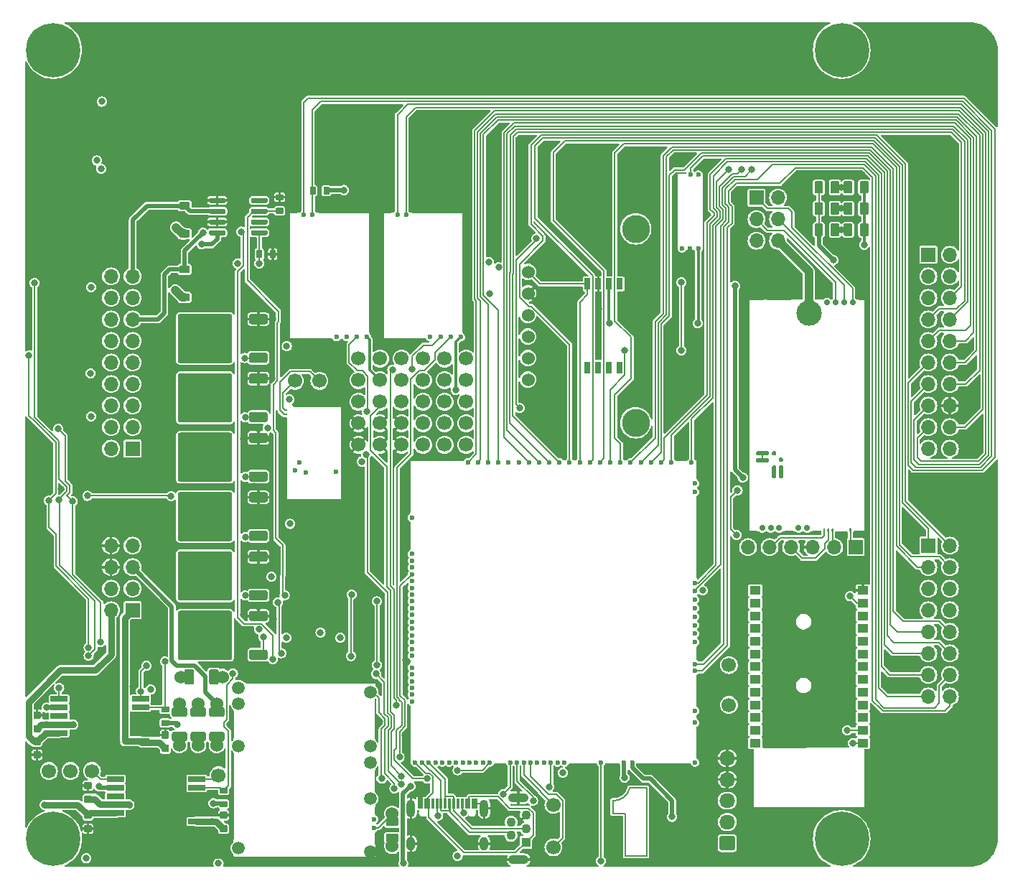
<source format=gtl>
G04 #@! TF.GenerationSoftware,KiCad,Pcbnew,8.0.5-8.0.5-0~ubuntu22.04.1*
G04 #@! TF.CreationDate,2024-10-08T10:47:29+00:00*
G04 #@! TF.ProjectId,uefi2,75656669-322e-46b6-9963-61645f706362,C*
G04 #@! TF.SameCoordinates,Original*
G04 #@! TF.FileFunction,Copper,L1,Top*
G04 #@! TF.FilePolarity,Positive*
%FSLAX46Y46*%
G04 Gerber Fmt 4.6, Leading zero omitted, Abs format (unit mm)*
G04 Created by KiCad (PCBNEW 8.0.5-8.0.5-0~ubuntu22.04.1) date 2024-10-08 10:47:29*
%MOMM*%
%LPD*%
G01*
G04 APERTURE LIST*
G04 #@! TA.AperFunction,EtchedComponent*
%ADD10C,0.200000*%
G04 #@! TD*
G04 #@! TA.AperFunction,ComponentPad*
%ADD11C,1.700000*%
G04 #@! TD*
G04 #@! TA.AperFunction,ComponentPad*
%ADD12C,0.700000*%
G04 #@! TD*
G04 #@! TA.AperFunction,SMDPad,CuDef*
%ADD13C,3.000000*%
G04 #@! TD*
G04 #@! TA.AperFunction,SMDPad,CuDef*
%ADD14R,3.000000X0.250000*%
G04 #@! TD*
G04 #@! TA.AperFunction,SMDPad,CuDef*
%ADD15R,1.100000X0.250000*%
G04 #@! TD*
G04 #@! TA.AperFunction,SMDPad,CuDef*
%ADD16R,0.980000X0.250000*%
G04 #@! TD*
G04 #@! TA.AperFunction,SMDPad,CuDef*
%ADD17R,1.450000X0.250000*%
G04 #@! TD*
G04 #@! TA.AperFunction,SMDPad,CuDef*
%ADD18R,0.250000X27.600000*%
G04 #@! TD*
G04 #@! TA.AperFunction,SMDPad,CuDef*
%ADD19R,1.950000X0.250000*%
G04 #@! TD*
G04 #@! TA.AperFunction,SMDPad,CuDef*
%ADD20R,0.950000X0.250000*%
G04 #@! TD*
G04 #@! TA.AperFunction,ComponentPad*
%ADD21R,1.700000X1.700000*%
G04 #@! TD*
G04 #@! TA.AperFunction,ComponentPad*
%ADD22O,1.700000X1.700000*%
G04 #@! TD*
G04 #@! TA.AperFunction,ComponentPad*
%ADD23C,0.800000*%
G04 #@! TD*
G04 #@! TA.AperFunction,ComponentPad*
%ADD24C,6.400000*%
G04 #@! TD*
G04 #@! TA.AperFunction,ComponentPad*
%ADD25C,1.524000*%
G04 #@! TD*
G04 #@! TA.AperFunction,ComponentPad*
%ADD26O,1.850000X1.700000*%
G04 #@! TD*
G04 #@! TA.AperFunction,ComponentPad*
%ADD27C,0.600000*%
G04 #@! TD*
G04 #@! TA.AperFunction,SMDPad,CuDef*
%ADD28R,6.185000X0.250000*%
G04 #@! TD*
G04 #@! TA.AperFunction,SMDPad,CuDef*
%ADD29R,1.115000X0.250000*%
G04 #@! TD*
G04 #@! TA.AperFunction,SMDPad,CuDef*
%ADD30R,0.250000X14.275000*%
G04 #@! TD*
G04 #@! TA.AperFunction,SMDPad,CuDef*
%ADD31R,0.250000X15.100000*%
G04 #@! TD*
G04 #@! TA.AperFunction,SMDPad,CuDef*
%ADD32R,5.175000X0.250000*%
G04 #@! TD*
G04 #@! TA.AperFunction,ComponentPad*
%ADD33R,1.100000X1.100000*%
G04 #@! TD*
G04 #@! TA.AperFunction,ComponentPad*
%ADD34C,1.100000*%
G04 #@! TD*
G04 #@! TA.AperFunction,ComponentPad*
%ADD35O,2.400000X1.100000*%
G04 #@! TD*
G04 #@! TA.AperFunction,SMDPad,CuDef*
%ADD36O,1.225000X0.200000*%
G04 #@! TD*
G04 #@! TA.AperFunction,SMDPad,CuDef*
%ADD37O,0.200000X9.300000*%
G04 #@! TD*
G04 #@! TA.AperFunction,ComponentPad*
%ADD38C,1.500000*%
G04 #@! TD*
G04 #@! TA.AperFunction,SMDPad,CuDef*
%ADD39O,0.200000X3.300000*%
G04 #@! TD*
G04 #@! TA.AperFunction,SMDPad,CuDef*
%ADD40O,0.200000X10.200000*%
G04 #@! TD*
G04 #@! TA.AperFunction,SMDPad,CuDef*
%ADD41O,0.200000X0.300000*%
G04 #@! TD*
G04 #@! TA.AperFunction,SMDPad,CuDef*
%ADD42O,17.000000X0.200000*%
G04 #@! TD*
G04 #@! TA.AperFunction,SMDPad,CuDef*
%ADD43O,15.400000X0.200000*%
G04 #@! TD*
G04 #@! TA.AperFunction,SMDPad,CuDef*
%ADD44O,0.200000X4.800000*%
G04 #@! TD*
G04 #@! TA.AperFunction,SMDPad,CuDef*
%ADD45O,0.200000X2.600000*%
G04 #@! TD*
G04 #@! TA.AperFunction,SMDPad,CuDef*
%ADD46O,0.200000X1.000000*%
G04 #@! TD*
G04 #@! TA.AperFunction,SMDPad,CuDef*
%ADD47O,0.200000X1.500000*%
G04 #@! TD*
G04 #@! TA.AperFunction,SMDPad,CuDef*
%ADD48O,5.669999X0.200000*%
G04 #@! TD*
G04 #@! TA.AperFunction,SMDPad,CuDef*
%ADD49O,0.200000X11.100001*%
G04 #@! TD*
G04 #@! TA.AperFunction,SMDPad,CuDef*
%ADD50O,0.399999X9.800001*%
G04 #@! TD*
G04 #@! TA.AperFunction,SMDPad,CuDef*
%ADD51O,0.250000X0.499999*%
G04 #@! TD*
G04 #@! TA.AperFunction,SMDPad,CuDef*
%ADD52O,6.799999X0.200000*%
G04 #@! TD*
G04 #@! TA.AperFunction,SMDPad,CuDef*
%ADD53O,0.499999X0.250000*%
G04 #@! TD*
G04 #@! TA.AperFunction,ComponentPad*
%ADD54C,0.599999*%
G04 #@! TD*
G04 #@! TA.AperFunction,SMDPad,CuDef*
%ADD55R,1.300000X1.000000*%
G04 #@! TD*
G04 #@! TA.AperFunction,SMDPad,CuDef*
%ADD56R,2.000000X0.650000*%
G04 #@! TD*
G04 #@! TA.AperFunction,SMDPad,CuDef*
%ADD57R,4.500000X8.100000*%
G04 #@! TD*
G04 #@! TA.AperFunction,SMDPad,CuDef*
%ADD58R,0.200000X3.700000*%
G04 #@! TD*
G04 #@! TA.AperFunction,SMDPad,CuDef*
%ADD59R,0.200000X0.400000*%
G04 #@! TD*
G04 #@! TA.AperFunction,SMDPad,CuDef*
%ADD60R,0.200000X1.600000*%
G04 #@! TD*
G04 #@! TA.AperFunction,SMDPad,CuDef*
%ADD61R,0.200000X9.700000*%
G04 #@! TD*
G04 #@! TA.AperFunction,SMDPad,CuDef*
%ADD62R,0.200000X2.300000*%
G04 #@! TD*
G04 #@! TA.AperFunction,SMDPad,CuDef*
%ADD63R,1.400000X0.200000*%
G04 #@! TD*
G04 #@! TA.AperFunction,SMDPad,CuDef*
%ADD64R,6.400000X0.200000*%
G04 #@! TD*
G04 #@! TA.AperFunction,SMDPad,CuDef*
%ADD65R,1.700000X0.200000*%
G04 #@! TD*
G04 #@! TA.AperFunction,SMDPad,CuDef*
%ADD66R,3.300000X0.200000*%
G04 #@! TD*
G04 #@! TA.AperFunction,SMDPad,CuDef*
%ADD67R,0.200000X7.000000*%
G04 #@! TD*
G04 #@! TA.AperFunction,SMDPad,CuDef*
%ADD68R,0.200000X3.300000*%
G04 #@! TD*
G04 #@! TA.AperFunction,SMDPad,CuDef*
%ADD69R,0.200000X6.300000*%
G04 #@! TD*
G04 #@! TA.AperFunction,SMDPad,CuDef*
%ADD70R,0.300000X1.150000*%
G04 #@! TD*
G04 #@! TA.AperFunction,ComponentPad*
%ADD71O,1.000000X2.100000*%
G04 #@! TD*
G04 #@! TA.AperFunction,ComponentPad*
%ADD72O,1.000000X1.600000*%
G04 #@! TD*
G04 #@! TA.AperFunction,ComponentPad*
%ADD73C,3.302000*%
G04 #@! TD*
G04 #@! TA.AperFunction,SMDPad,CuDef*
%ADD74R,0.690000X1.350000*%
G04 #@! TD*
G04 #@! TA.AperFunction,ViaPad*
%ADD75C,0.800000*%
G04 #@! TD*
G04 #@! TA.AperFunction,Conductor*
%ADD76C,0.200000*%
G04 #@! TD*
G04 #@! TA.AperFunction,Conductor*
%ADD77C,0.800000*%
G04 #@! TD*
G04 #@! TA.AperFunction,Conductor*
%ADD78C,0.300000*%
G04 #@! TD*
G04 #@! TA.AperFunction,Conductor*
%ADD79C,1.000000*%
G04 #@! TD*
G04 #@! TA.AperFunction,Conductor*
%ADD80C,0.500000*%
G04 #@! TD*
G04 #@! TA.AperFunction,Conductor*
%ADD81C,0.150000*%
G04 #@! TD*
G04 APERTURE END LIST*
D10*
G04 #@! TO.C,G2*
X69500000Y6500000D02*
X69500000Y8000000D01*
X69500000Y6500000D02*
X71000000Y6500000D01*
X71000000Y6500000D02*
X71000000Y1500000D01*
X71000000Y1500000D02*
X73500000Y1500000D01*
X73500000Y9500000D02*
X71500000Y9500000D01*
X73500000Y1500000D02*
X73500000Y9500000D01*
X71500000Y9500000D02*
G75*
G02*
X69500000Y8000000I-1921601J478801D01*
G01*
G04 #@! TD*
G04 #@! TO.P,R40,1*
G04 #@! TO.N,/IN_BUTTON3*
G04 #@! TA.AperFunction,SMDPad,CuDef*
G36*
G01*
X96744378Y74691400D02*
X96744378Y75941400D01*
G75*
G02*
X96844378Y76041400I100000J0D01*
G01*
X97644378Y76041400D01*
G75*
G02*
X97744378Y75941400I0J-100000D01*
G01*
X97744378Y74691400D01*
G75*
G02*
X97644378Y74591400I-100000J0D01*
G01*
X96844378Y74591400D01*
G75*
G02*
X96744378Y74691400I0J100000D01*
G01*
G37*
G04 #@! TD.AperFunction*
G04 #@! TO.P,R40,2*
G04 #@! TO.N,+5VA*
G04 #@! TA.AperFunction,SMDPad,CuDef*
G36*
G01*
X98644400Y74691400D02*
X98644400Y75941400D01*
G75*
G02*
X98744400Y76041400I100000J0D01*
G01*
X99544400Y76041400D01*
G75*
G02*
X99644400Y75941400I0J-100000D01*
G01*
X99644400Y74691400D01*
G75*
G02*
X99544400Y74591400I-100000J0D01*
G01*
X98744400Y74591400D01*
G75*
G02*
X98644400Y74691400I0J100000D01*
G01*
G37*
G04 #@! TD.AperFunction*
G04 #@! TD*
G04 #@! TO.P,U7,1,IN1*
G04 #@! TO.N,/LS1*
G04 #@! TA.AperFunction,SMDPad,CuDef*
G36*
G01*
X28775000Y75110000D02*
X28775000Y74810000D01*
G75*
G02*
X28625000Y74660000I-150000J0D01*
G01*
X26975000Y74660000D01*
G75*
G02*
X26825000Y74810000I0J150000D01*
G01*
X26825000Y75110000D01*
G75*
G02*
X26975000Y75260000I150000J0D01*
G01*
X28625000Y75260000D01*
G75*
G02*
X28775000Y75110000I0J-150000D01*
G01*
G37*
G04 #@! TD.AperFunction*
G04 #@! TO.P,U7,2,STATUS1*
G04 #@! TO.N,unconnected-(U7-STATUS1-Pad2)*
G04 #@! TA.AperFunction,SMDPad,CuDef*
G36*
G01*
X28775000Y76380000D02*
X28775000Y76080000D01*
G75*
G02*
X28625000Y75930000I-150000J0D01*
G01*
X26975000Y75930000D01*
G75*
G02*
X26825000Y76080000I0J150000D01*
G01*
X26825000Y76380000D01*
G75*
G02*
X26975000Y76530000I150000J0D01*
G01*
X28625000Y76530000D01*
G75*
G02*
X28775000Y76380000I0J-150000D01*
G01*
G37*
G04 #@! TD.AperFunction*
G04 #@! TO.P,U7,3,IN2*
G04 #@! TO.N,/LS2*
G04 #@! TA.AperFunction,SMDPad,CuDef*
G36*
G01*
X28775000Y77650000D02*
X28775000Y77350000D01*
G75*
G02*
X28625000Y77200000I-150000J0D01*
G01*
X26975000Y77200000D01*
G75*
G02*
X26825000Y77350000I0J150000D01*
G01*
X26825000Y77650000D01*
G75*
G02*
X26975000Y77800000I150000J0D01*
G01*
X28625000Y77800000D01*
G75*
G02*
X28775000Y77650000I0J-150000D01*
G01*
G37*
G04 #@! TD.AperFunction*
G04 #@! TO.P,U7,4,STATUS2*
G04 #@! TO.N,unconnected-(U7-STATUS2-Pad4)*
G04 #@! TA.AperFunction,SMDPad,CuDef*
G36*
G01*
X28775000Y78920000D02*
X28775000Y78620000D01*
G75*
G02*
X28625000Y78470000I-150000J0D01*
G01*
X26975000Y78470000D01*
G75*
G02*
X26825000Y78620000I0J150000D01*
G01*
X26825000Y78920000D01*
G75*
G02*
X26975000Y79070000I150000J0D01*
G01*
X28625000Y79070000D01*
G75*
G02*
X28775000Y78920000I0J-150000D01*
G01*
G37*
G04 #@! TD.AperFunction*
G04 #@! TO.P,U7,5,S2*
G04 #@! TO.N,GND*
G04 #@! TA.AperFunction,SMDPad,CuDef*
G36*
G01*
X23825000Y78920000D02*
X23825000Y78620000D01*
G75*
G02*
X23675000Y78470000I-150000J0D01*
G01*
X22025000Y78470000D01*
G75*
G02*
X21875000Y78620000I0J150000D01*
G01*
X21875000Y78920000D01*
G75*
G02*
X22025000Y79070000I150000J0D01*
G01*
X23675000Y79070000D01*
G75*
G02*
X23825000Y78920000I0J-150000D01*
G01*
G37*
G04 #@! TD.AperFunction*
G04 #@! TO.P,U7,6,D2*
G04 #@! TO.N,/OUT_LS2*
G04 #@! TA.AperFunction,SMDPad,CuDef*
G36*
G01*
X23825000Y77650000D02*
X23825000Y77350000D01*
G75*
G02*
X23675000Y77200000I-150000J0D01*
G01*
X22025000Y77200000D01*
G75*
G02*
X21875000Y77350000I0J150000D01*
G01*
X21875000Y77650000D01*
G75*
G02*
X22025000Y77800000I150000J0D01*
G01*
X23675000Y77800000D01*
G75*
G02*
X23825000Y77650000I0J-150000D01*
G01*
G37*
G04 #@! TD.AperFunction*
G04 #@! TO.P,U7,7,S1*
G04 #@! TO.N,GND*
G04 #@! TA.AperFunction,SMDPad,CuDef*
G36*
G01*
X23825000Y76380000D02*
X23825000Y76080000D01*
G75*
G02*
X23675000Y75930000I-150000J0D01*
G01*
X22025000Y75930000D01*
G75*
G02*
X21875000Y76080000I0J150000D01*
G01*
X21875000Y76380000D01*
G75*
G02*
X22025000Y76530000I150000J0D01*
G01*
X23675000Y76530000D01*
G75*
G02*
X23825000Y76380000I0J-150000D01*
G01*
G37*
G04 #@! TD.AperFunction*
G04 #@! TO.P,U7,8,D1*
G04 #@! TO.N,/OUT_LS1*
G04 #@! TA.AperFunction,SMDPad,CuDef*
G36*
G01*
X23825000Y75110000D02*
X23825000Y74810000D01*
G75*
G02*
X23675000Y74660000I-150000J0D01*
G01*
X22025000Y74660000D01*
G75*
G02*
X21875000Y74810000I0J150000D01*
G01*
X21875000Y75110000D01*
G75*
G02*
X22025000Y75260000I150000J0D01*
G01*
X23675000Y75260000D01*
G75*
G02*
X23825000Y75110000I0J-150000D01*
G01*
G37*
G04 #@! TD.AperFunction*
G04 #@! TD*
G04 #@! TO.P,C24,1*
G04 #@! TO.N,GND*
G04 #@! TA.AperFunction,SMDPad,CuDef*
G36*
G01*
X7260000Y10215001D02*
X7940000Y10215001D01*
G75*
G02*
X8025000Y10130001I0J-85000D01*
G01*
X8025000Y9450001D01*
G75*
G02*
X7940000Y9365001I-85000J0D01*
G01*
X7260000Y9365001D01*
G75*
G02*
X7175000Y9450001I0J85000D01*
G01*
X7175000Y10130001D01*
G75*
G02*
X7260000Y10215001I85000J0D01*
G01*
G37*
G04 #@! TD.AperFunction*
G04 #@! TO.P,C24,2*
G04 #@! TO.N,/DC Driver 2/PWR*
G04 #@! TA.AperFunction,SMDPad,CuDef*
G36*
G01*
X7260000Y8634999D02*
X7940000Y8634999D01*
G75*
G02*
X8025000Y8549999I0J-85000D01*
G01*
X8025000Y7869999D01*
G75*
G02*
X7940000Y7784999I-85000J0D01*
G01*
X7260000Y7784999D01*
G75*
G02*
X7175000Y7869999I0J85000D01*
G01*
X7175000Y8549999D01*
G75*
G02*
X7260000Y8634999I85000J0D01*
G01*
G37*
G04 #@! TD.AperFunction*
G04 #@! TD*
G04 #@! TO.P,R39,1*
G04 #@! TO.N,/IN_BUTTON2*
G04 #@! TA.AperFunction,SMDPad,CuDef*
G36*
G01*
X96744378Y77191400D02*
X96744378Y78441400D01*
G75*
G02*
X96844378Y78541400I100000J0D01*
G01*
X97644378Y78541400D01*
G75*
G02*
X97744378Y78441400I0J-100000D01*
G01*
X97744378Y77191400D01*
G75*
G02*
X97644378Y77091400I-100000J0D01*
G01*
X96844378Y77091400D01*
G75*
G02*
X96744378Y77191400I0J100000D01*
G01*
G37*
G04 #@! TD.AperFunction*
G04 #@! TO.P,R39,2*
G04 #@! TO.N,+5VA*
G04 #@! TA.AperFunction,SMDPad,CuDef*
G36*
G01*
X98644400Y77191400D02*
X98644400Y78441400D01*
G75*
G02*
X98744400Y78541400I100000J0D01*
G01*
X99544400Y78541400D01*
G75*
G02*
X99644400Y78441400I0J-100000D01*
G01*
X99644400Y77191400D01*
G75*
G02*
X99544400Y77091400I-100000J0D01*
G01*
X98744400Y77091400D01*
G75*
G02*
X98644400Y77191400I0J100000D01*
G01*
G37*
G04 #@! TD.AperFunction*
G04 #@! TD*
G04 #@! TO.P,Q10,1,G*
G04 #@! TO.N,Net-(Q10-G)*
G04 #@! TA.AperFunction,SMDPad,CuDef*
G36*
G01*
X28800000Y39570000D02*
X28800000Y38870000D01*
G75*
G02*
X28550000Y38620000I-250000J0D01*
G01*
X26850000Y38620000D01*
G75*
G02*
X26600000Y38870000I0J250000D01*
G01*
X26600000Y39570000D01*
G75*
G02*
X26850000Y39820000I250000J0D01*
G01*
X28550000Y39820000D01*
G75*
G02*
X28800000Y39570000I0J-250000D01*
G01*
G37*
G04 #@! TD.AperFunction*
G04 #@! TO.P,Q10,2,C*
G04 #@! TO.N,/OUT_IGN4*
G04 #@! TA.AperFunction,SMDPad,CuDef*
G36*
G01*
X24600000Y41100000D02*
X24600000Y38850000D01*
G75*
G02*
X24350000Y38600000I-250000J0D01*
G01*
X21800000Y38600000D01*
G75*
G02*
X21550000Y38850000I0J250000D01*
G01*
X21550000Y41100000D01*
G75*
G02*
X21800000Y41350000I250000J0D01*
G01*
X24350000Y41350000D01*
G75*
G02*
X24600000Y41100000I0J-250000D01*
G01*
G37*
G04 #@! TD.AperFunction*
G04 #@! TA.AperFunction,SMDPad,CuDef*
G36*
G01*
X24600000Y44150000D02*
X24600000Y41900000D01*
G75*
G02*
X24350000Y41650000I-250000J0D01*
G01*
X21800000Y41650000D01*
G75*
G02*
X21550000Y41900000I0J250000D01*
G01*
X21550000Y44150000D01*
G75*
G02*
X21800000Y44400000I250000J0D01*
G01*
X24350000Y44400000D01*
G75*
G02*
X24600000Y44150000I0J-250000D01*
G01*
G37*
G04 #@! TD.AperFunction*
G04 #@! TA.AperFunction,SMDPad,CuDef*
G36*
G01*
X24600000Y44150003D02*
X24600000Y38849997D01*
G75*
G02*
X24350003Y38600000I-249997J0D01*
G01*
X18449997Y38600000D01*
G75*
G02*
X18200000Y38849997I0J249997D01*
G01*
X18200000Y44150003D01*
G75*
G02*
X18449997Y44400000I249997J0D01*
G01*
X24350003Y44400000D01*
G75*
G02*
X24600000Y44150003I0J-249997D01*
G01*
G37*
G04 #@! TD.AperFunction*
G04 #@! TA.AperFunction,SMDPad,CuDef*
G36*
G01*
X21250000Y41100000D02*
X21250000Y38850000D01*
G75*
G02*
X21000000Y38600000I-250000J0D01*
G01*
X18450000Y38600000D01*
G75*
G02*
X18200000Y38850000I0J250000D01*
G01*
X18200000Y41100000D01*
G75*
G02*
X18450000Y41350000I250000J0D01*
G01*
X21000000Y41350000D01*
G75*
G02*
X21250000Y41100000I0J-250000D01*
G01*
G37*
G04 #@! TD.AperFunction*
G04 #@! TA.AperFunction,SMDPad,CuDef*
G36*
G01*
X21250000Y44150000D02*
X21250000Y41900000D01*
G75*
G02*
X21000000Y41650000I-250000J0D01*
G01*
X18450000Y41650000D01*
G75*
G02*
X18200000Y41900000I0J250000D01*
G01*
X18200000Y44150000D01*
G75*
G02*
X18450000Y44400000I250000J0D01*
G01*
X21000000Y44400000D01*
G75*
G02*
X21250000Y44150000I0J-250000D01*
G01*
G37*
G04 #@! TD.AperFunction*
G04 #@! TO.P,Q10,3,E*
G04 #@! TO.N,GND*
G04 #@! TA.AperFunction,SMDPad,CuDef*
G36*
G01*
X28800000Y44130000D02*
X28800000Y43430000D01*
G75*
G02*
X28550000Y43180000I-250000J0D01*
G01*
X26850000Y43180000D01*
G75*
G02*
X26600000Y43430000I0J250000D01*
G01*
X26600000Y44130000D01*
G75*
G02*
X26850000Y44380000I250000J0D01*
G01*
X28550000Y44380000D01*
G75*
G02*
X28800000Y44130000I0J-250000D01*
G01*
G37*
G04 #@! TD.AperFunction*
G04 #@! TD*
D11*
G04 #@! TO.P,P8,1,Pin_1*
G04 #@! TO.N,Net-(M6-UART2_TX_(PD5))*
X83200000Y19300000D03*
G04 #@! TD*
D12*
G04 #@! TO.P,M5,E1,LSU_Un*
G04 #@! TO.N,/WBO_Un*
X97775000Y66750000D03*
G04 #@! TO.P,M5,E2,LSU_Vm*
G04 #@! TO.N,/WBO_Vm*
X94775000Y66750000D03*
G04 #@! TO.P,M5,E3,LSU_Ip*
G04 #@! TO.N,/WBO_Ip*
X95775000Y66750000D03*
G04 #@! TO.P,M5,E4,LSU_Rtrim*
G04 #@! TO.N,/WBO_Rtrim*
X96775000Y66750000D03*
D13*
G04 #@! TO.P,M5,E5,LSU_H+*
G04 #@! TO.N,/WBO_Heater*
X92625000Y65500000D03*
D14*
G04 #@! TO.P,M5,E6,LSU_H-*
G04 #@! TO.N,GND*
X89125000Y67125000D03*
D15*
G04 #@! TO.P,M5,G,GND*
X85925000Y39775000D03*
D16*
X90265000Y39775000D03*
X93565000Y39775000D03*
D17*
X98650000Y39775000D03*
D18*
X85500000Y53450000D03*
X99250000Y53450000D03*
D19*
X86350000Y67125000D03*
D20*
X98900000Y67125000D03*
G04 #@! TO.P,M5,J1,SEL1*
G04 #@! TO.N,Net-(M5-PULL_DOWN1)*
G04 #@! TA.AperFunction,SMDPad,CuDef*
G36*
G01*
X86525000Y49200000D02*
X87775000Y49200000D01*
G75*
G02*
X87900000Y49075000I0J-125000D01*
G01*
X87900000Y48825000D01*
G75*
G02*
X87775000Y48700000I-125000J0D01*
G01*
X86525000Y48700000D01*
G75*
G02*
X86400000Y48825000I0J125000D01*
G01*
X86400000Y49075000D01*
G75*
G02*
X86525000Y49200000I125000J0D01*
G01*
G37*
G04 #@! TD.AperFunction*
G04 #@! TO.P,M5,J2,SEL2*
G04 #@! TO.N,unconnected-(M5-SEL2-PadJ2)*
G04 #@! TA.AperFunction,SMDPad,CuDef*
G36*
G01*
X89200000Y47525000D02*
X89450000Y47525000D01*
G75*
G02*
X89575000Y47400000I0J-125000D01*
G01*
X89575000Y46150000D01*
G75*
G02*
X89450000Y46025000I-125000J0D01*
G01*
X89200000Y46025000D01*
G75*
G02*
X89075000Y46150000I0J125000D01*
G01*
X89075000Y47400000D01*
G75*
G02*
X89200000Y47525000I125000J0D01*
G01*
G37*
G04 #@! TD.AperFunction*
G04 #@! TO.P,M5,J_GND1,PULL_DOWN1*
G04 #@! TO.N,Net-(M5-PULL_DOWN1)*
G04 #@! TA.AperFunction,SMDPad,CuDef*
G36*
G01*
X86525000Y48400000D02*
X87775000Y48400000D01*
G75*
G02*
X87900000Y48275000I0J-125000D01*
G01*
X87900000Y48025000D01*
G75*
G02*
X87775000Y47900000I-125000J0D01*
G01*
X86525000Y47900000D01*
G75*
G02*
X86400000Y48025000I0J125000D01*
G01*
X86400000Y48275000D01*
G75*
G02*
X86525000Y48400000I125000J0D01*
G01*
G37*
G04 #@! TD.AperFunction*
G04 #@! TO.P,M5,J_GND2,PULL_DOWN2*
G04 #@! TO.N,unconnected-(M5-PULL_DOWN2-PadJ_GND2)*
G04 #@! TA.AperFunction,SMDPad,CuDef*
G36*
G01*
X89075000Y48075000D02*
X89075000Y48325000D01*
G75*
G02*
X89200000Y48450000I125000J0D01*
G01*
X89450000Y48450000D01*
G75*
G02*
X89575000Y48325000I0J-125000D01*
G01*
X89575000Y48075000D01*
G75*
G02*
X89450000Y47950000I-125000J0D01*
G01*
X89200000Y47950000D01*
G75*
G02*
X89075000Y48075000I0J125000D01*
G01*
G37*
G04 #@! TD.AperFunction*
G04 #@! TO.P,M5,J_VCC1,PULL_UP1*
G04 #@! TO.N,unconnected-(M5-PULL_UP1-PadJ_VCC1)*
G04 #@! TA.AperFunction,SMDPad,CuDef*
G36*
G01*
X88400000Y49200000D02*
X88650000Y49200000D01*
G75*
G02*
X88775000Y49075000I0J-125000D01*
G01*
X88775000Y48825000D01*
G75*
G02*
X88650000Y48700000I-125000J0D01*
G01*
X88400000Y48700000D01*
G75*
G02*
X88275000Y48825000I0J125000D01*
G01*
X88275000Y49075000D01*
G75*
G02*
X88400000Y49200000I125000J0D01*
G01*
G37*
G04 #@! TD.AperFunction*
G04 #@! TO.P,M5,J_VCC2,PULL_UP2*
G04 #@! TO.N,unconnected-(M5-PULL_UP2-PadJ_VCC2)*
G04 #@! TA.AperFunction,SMDPad,CuDef*
G36*
G01*
X88400000Y47525000D02*
X88650000Y47525000D01*
G75*
G02*
X88775000Y47400000I0J-125000D01*
G01*
X88775000Y46150000D01*
G75*
G02*
X88650000Y46025000I-125000J0D01*
G01*
X88400000Y46025000D01*
G75*
G02*
X88275000Y46150000I0J125000D01*
G01*
X88275000Y47400000D01*
G75*
G02*
X88400000Y47525000I125000J0D01*
G01*
G37*
G04 #@! TD.AperFunction*
D12*
G04 #@! TO.P,M5,W1,V5_IN*
G04 #@! TO.N,+5VA*
X88125000Y40158800D03*
G04 #@! TO.P,M5,W2,CAN_VIO*
G04 #@! TO.N,unconnected-(M5-CAN_VIO-PadW2)*
X89125000Y40158800D03*
G04 #@! TO.P,M5,W3,CANL*
G04 #@! TO.N,/CAN-*
X92421000Y40158800D03*
G04 #@! TO.P,M5,W4,CANH*
G04 #@! TO.N,/CAN+*
X91405000Y40158800D03*
G04 #@! TO.P,M5,W5,nReset*
G04 #@! TO.N,Net-(J6-Pin_5)*
G04 #@! TA.AperFunction,SMDPad,CuDef*
G36*
G01*
X94425000Y39650000D02*
X94425000Y39650000D01*
G75*
G02*
X94300000Y39775000I0J125000D01*
G01*
X94300000Y40025000D01*
G75*
G02*
X94425000Y40150000I125000J0D01*
G01*
X94425000Y40150000D01*
G75*
G02*
X94550000Y40025000I0J-125000D01*
G01*
X94550000Y39775000D01*
G75*
G02*
X94425000Y39650000I-125000J0D01*
G01*
G37*
G04 #@! TD.AperFunction*
G04 #@! TO.P,M5,W6,SWDIO*
G04 #@! TO.N,Net-(J6-Pin_4)*
G04 #@! TA.AperFunction,SMDPad,CuDef*
G36*
G01*
X94925000Y39650000D02*
X94925000Y39650000D01*
G75*
G02*
X94800000Y39775000I0J125000D01*
G01*
X94800000Y40025000D01*
G75*
G02*
X94925000Y40150000I125000J0D01*
G01*
X94925000Y40150000D01*
G75*
G02*
X95050000Y40025000I0J-125000D01*
G01*
X95050000Y39775000D01*
G75*
G02*
X94925000Y39650000I-125000J0D01*
G01*
G37*
G04 #@! TD.AperFunction*
G04 #@! TO.P,M5,W7,SWCLK*
G04 #@! TO.N,Net-(J6-Pin_2)*
G04 #@! TA.AperFunction,SMDPad,CuDef*
G36*
G01*
X95425000Y39650000D02*
X95425000Y39650000D01*
G75*
G02*
X95300000Y39775000I0J125000D01*
G01*
X95300000Y40025000D01*
G75*
G02*
X95425000Y40150000I125000J0D01*
G01*
X95425000Y40150000D01*
G75*
G02*
X95550000Y40025000I0J-125000D01*
G01*
X95550000Y39775000D01*
G75*
G02*
X95425000Y39650000I-125000J0D01*
G01*
G37*
G04 #@! TD.AperFunction*
G04 #@! TO.P,M5,W8,V33_OUT*
G04 #@! TO.N,Net-(J6-Pin_1)*
G04 #@! TA.AperFunction,SMDPad,CuDef*
G36*
G01*
X97525000Y39650000D02*
X97525000Y39650000D01*
G75*
G02*
X97400000Y39775000I0J125000D01*
G01*
X97400000Y40025000D01*
G75*
G02*
X97525000Y40150000I125000J0D01*
G01*
X97525000Y40150000D01*
G75*
G02*
X97650000Y40025000I0J-125000D01*
G01*
X97650000Y39775000D01*
G75*
G02*
X97525000Y39650000I-125000J0D01*
G01*
G37*
G04 #@! TD.AperFunction*
G04 #@! TO.P,M5,W9,VDDA*
G04 #@! TO.N,unconnected-(M5-VDDA-PadW9)*
X87125000Y40158800D03*
G04 #@! TD*
G04 #@! TO.P,Q7,1,G*
G04 #@! TO.N,Net-(Q7-G)*
G04 #@! TA.AperFunction,SMDPad,CuDef*
G36*
G01*
X28800000Y60570000D02*
X28800000Y59870000D01*
G75*
G02*
X28550000Y59620000I-250000J0D01*
G01*
X26850000Y59620000D01*
G75*
G02*
X26600000Y59870000I0J250000D01*
G01*
X26600000Y60570000D01*
G75*
G02*
X26850000Y60820000I250000J0D01*
G01*
X28550000Y60820000D01*
G75*
G02*
X28800000Y60570000I0J-250000D01*
G01*
G37*
G04 #@! TD.AperFunction*
G04 #@! TO.P,Q7,2,C*
G04 #@! TO.N,/OUT_IGN1*
G04 #@! TA.AperFunction,SMDPad,CuDef*
G36*
G01*
X24600000Y62100000D02*
X24600000Y59850000D01*
G75*
G02*
X24350000Y59600000I-250000J0D01*
G01*
X21800000Y59600000D01*
G75*
G02*
X21550000Y59850000I0J250000D01*
G01*
X21550000Y62100000D01*
G75*
G02*
X21800000Y62350000I250000J0D01*
G01*
X24350000Y62350000D01*
G75*
G02*
X24600000Y62100000I0J-250000D01*
G01*
G37*
G04 #@! TD.AperFunction*
G04 #@! TA.AperFunction,SMDPad,CuDef*
G36*
G01*
X24600000Y65150000D02*
X24600000Y62900000D01*
G75*
G02*
X24350000Y62650000I-250000J0D01*
G01*
X21800000Y62650000D01*
G75*
G02*
X21550000Y62900000I0J250000D01*
G01*
X21550000Y65150000D01*
G75*
G02*
X21800000Y65400000I250000J0D01*
G01*
X24350000Y65400000D01*
G75*
G02*
X24600000Y65150000I0J-250000D01*
G01*
G37*
G04 #@! TD.AperFunction*
G04 #@! TA.AperFunction,SMDPad,CuDef*
G36*
G01*
X24600000Y65150003D02*
X24600000Y59849997D01*
G75*
G02*
X24350003Y59600000I-249997J0D01*
G01*
X18449997Y59600000D01*
G75*
G02*
X18200000Y59849997I0J249997D01*
G01*
X18200000Y65150003D01*
G75*
G02*
X18449997Y65400000I249997J0D01*
G01*
X24350003Y65400000D01*
G75*
G02*
X24600000Y65150003I0J-249997D01*
G01*
G37*
G04 #@! TD.AperFunction*
G04 #@! TA.AperFunction,SMDPad,CuDef*
G36*
G01*
X21250000Y62100000D02*
X21250000Y59850000D01*
G75*
G02*
X21000000Y59600000I-250000J0D01*
G01*
X18450000Y59600000D01*
G75*
G02*
X18200000Y59850000I0J250000D01*
G01*
X18200000Y62100000D01*
G75*
G02*
X18450000Y62350000I250000J0D01*
G01*
X21000000Y62350000D01*
G75*
G02*
X21250000Y62100000I0J-250000D01*
G01*
G37*
G04 #@! TD.AperFunction*
G04 #@! TA.AperFunction,SMDPad,CuDef*
G36*
G01*
X21250000Y65150000D02*
X21250000Y62900000D01*
G75*
G02*
X21000000Y62650000I-250000J0D01*
G01*
X18450000Y62650000D01*
G75*
G02*
X18200000Y62900000I0J250000D01*
G01*
X18200000Y65150000D01*
G75*
G02*
X18450000Y65400000I250000J0D01*
G01*
X21000000Y65400000D01*
G75*
G02*
X21250000Y65150000I0J-250000D01*
G01*
G37*
G04 #@! TD.AperFunction*
G04 #@! TO.P,Q7,3,E*
G04 #@! TO.N,GND*
G04 #@! TA.AperFunction,SMDPad,CuDef*
G36*
G01*
X28800000Y65130000D02*
X28800000Y64430000D01*
G75*
G02*
X28550000Y64180000I-250000J0D01*
G01*
X26850000Y64180000D01*
G75*
G02*
X26600000Y64430000I0J250000D01*
G01*
X26600000Y65130000D01*
G75*
G02*
X26850000Y65380000I250000J0D01*
G01*
X28550000Y65380000D01*
G75*
G02*
X28800000Y65130000I0J-250000D01*
G01*
G37*
G04 #@! TD.AperFunction*
G04 #@! TD*
G04 #@! TO.P,Q8,1,G*
G04 #@! TO.N,Net-(Q8-G)*
G04 #@! TA.AperFunction,SMDPad,CuDef*
G36*
G01*
X28800000Y53570000D02*
X28800000Y52870000D01*
G75*
G02*
X28550000Y52620000I-250000J0D01*
G01*
X26850000Y52620000D01*
G75*
G02*
X26600000Y52870000I0J250000D01*
G01*
X26600000Y53570000D01*
G75*
G02*
X26850000Y53820000I250000J0D01*
G01*
X28550000Y53820000D01*
G75*
G02*
X28800000Y53570000I0J-250000D01*
G01*
G37*
G04 #@! TD.AperFunction*
G04 #@! TO.P,Q8,2,C*
G04 #@! TO.N,/OUT_IGN2*
G04 #@! TA.AperFunction,SMDPad,CuDef*
G36*
G01*
X24600000Y55100000D02*
X24600000Y52850000D01*
G75*
G02*
X24350000Y52600000I-250000J0D01*
G01*
X21800000Y52600000D01*
G75*
G02*
X21550000Y52850000I0J250000D01*
G01*
X21550000Y55100000D01*
G75*
G02*
X21800000Y55350000I250000J0D01*
G01*
X24350000Y55350000D01*
G75*
G02*
X24600000Y55100000I0J-250000D01*
G01*
G37*
G04 #@! TD.AperFunction*
G04 #@! TA.AperFunction,SMDPad,CuDef*
G36*
G01*
X24600000Y58150000D02*
X24600000Y55900000D01*
G75*
G02*
X24350000Y55650000I-250000J0D01*
G01*
X21800000Y55650000D01*
G75*
G02*
X21550000Y55900000I0J250000D01*
G01*
X21550000Y58150000D01*
G75*
G02*
X21800000Y58400000I250000J0D01*
G01*
X24350000Y58400000D01*
G75*
G02*
X24600000Y58150000I0J-250000D01*
G01*
G37*
G04 #@! TD.AperFunction*
G04 #@! TA.AperFunction,SMDPad,CuDef*
G36*
G01*
X24600000Y58150003D02*
X24600000Y52849997D01*
G75*
G02*
X24350003Y52600000I-249997J0D01*
G01*
X18449997Y52600000D01*
G75*
G02*
X18200000Y52849997I0J249997D01*
G01*
X18200000Y58150003D01*
G75*
G02*
X18449997Y58400000I249997J0D01*
G01*
X24350003Y58400000D01*
G75*
G02*
X24600000Y58150003I0J-249997D01*
G01*
G37*
G04 #@! TD.AperFunction*
G04 #@! TA.AperFunction,SMDPad,CuDef*
G36*
G01*
X21250000Y55100000D02*
X21250000Y52850000D01*
G75*
G02*
X21000000Y52600000I-250000J0D01*
G01*
X18450000Y52600000D01*
G75*
G02*
X18200000Y52850000I0J250000D01*
G01*
X18200000Y55100000D01*
G75*
G02*
X18450000Y55350000I250000J0D01*
G01*
X21000000Y55350000D01*
G75*
G02*
X21250000Y55100000I0J-250000D01*
G01*
G37*
G04 #@! TD.AperFunction*
G04 #@! TA.AperFunction,SMDPad,CuDef*
G36*
G01*
X21250000Y58150000D02*
X21250000Y55900000D01*
G75*
G02*
X21000000Y55650000I-250000J0D01*
G01*
X18450000Y55650000D01*
G75*
G02*
X18200000Y55900000I0J250000D01*
G01*
X18200000Y58150000D01*
G75*
G02*
X18450000Y58400000I250000J0D01*
G01*
X21000000Y58400000D01*
G75*
G02*
X21250000Y58150000I0J-250000D01*
G01*
G37*
G04 #@! TD.AperFunction*
G04 #@! TO.P,Q8,3,E*
G04 #@! TO.N,GND*
G04 #@! TA.AperFunction,SMDPad,CuDef*
G36*
G01*
X28800000Y58130000D02*
X28800000Y57430000D01*
G75*
G02*
X28550000Y57180000I-250000J0D01*
G01*
X26850000Y57180000D01*
G75*
G02*
X26600000Y57430000I0J250000D01*
G01*
X26600000Y58130000D01*
G75*
G02*
X26850000Y58380000I250000J0D01*
G01*
X28550000Y58380000D01*
G75*
G02*
X28800000Y58130000I0J-250000D01*
G01*
G37*
G04 #@! TD.AperFunction*
G04 #@! TD*
D11*
G04 #@! TO.P,P1,1,Pin_1*
G04 #@! TO.N,Net-(M7-CANL)*
X32000000Y57500000D03*
G04 #@! TD*
G04 #@! TO.P,C26,1*
G04 #@! TO.N,GND*
G04 #@! TA.AperFunction,SMDPad,CuDef*
G36*
G01*
X23260000Y6715001D02*
X23940000Y6715001D01*
G75*
G02*
X24025000Y6630001I0J-85000D01*
G01*
X24025000Y5950001D01*
G75*
G02*
X23940000Y5865001I-85000J0D01*
G01*
X23260000Y5865001D01*
G75*
G02*
X23175000Y5950001I0J85000D01*
G01*
X23175000Y6630001D01*
G75*
G02*
X23260000Y6715001I85000J0D01*
G01*
G37*
G04 #@! TD.AperFunction*
G04 #@! TO.P,C26,2*
G04 #@! TO.N,/OUT_DC2+*
G04 #@! TA.AperFunction,SMDPad,CuDef*
G36*
G01*
X23260000Y5134999D02*
X23940000Y5134999D01*
G75*
G02*
X24025000Y5049999I0J-85000D01*
G01*
X24025000Y4369999D01*
G75*
G02*
X23940000Y4284999I-85000J0D01*
G01*
X23260000Y4284999D01*
G75*
G02*
X23175000Y4369999I0J85000D01*
G01*
X23175000Y5049999D01*
G75*
G02*
X23260000Y5134999I85000J0D01*
G01*
G37*
G04 #@! TD.AperFunction*
G04 #@! TD*
G04 #@! TO.P,R1,1*
G04 #@! TO.N,+5VP*
G04 #@! TA.AperFunction,SMDPad,CuDef*
G36*
G01*
X36082497Y80315000D02*
X36082497Y79535000D01*
G75*
G02*
X36012497Y79465000I-70000J0D01*
G01*
X35452497Y79465000D01*
G75*
G02*
X35382497Y79535000I0J70000D01*
G01*
X35382497Y80315000D01*
G75*
G02*
X35452497Y80385000I70000J0D01*
G01*
X36012497Y80385000D01*
G75*
G02*
X36082497Y80315000I0J-70000D01*
G01*
G37*
G04 #@! TD.AperFunction*
G04 #@! TO.P,R1,2*
G04 #@! TO.N,/VR_MAX9924-*
G04 #@! TA.AperFunction,SMDPad,CuDef*
G36*
G01*
X34482497Y80315000D02*
X34482497Y79535000D01*
G75*
G02*
X34412497Y79465000I-70000J0D01*
G01*
X33852497Y79465000D01*
G75*
G02*
X33782497Y79535000I0J70000D01*
G01*
X33782497Y80315000D01*
G75*
G02*
X33852497Y80385000I70000J0D01*
G01*
X34412497Y80385000D01*
G75*
G02*
X34482497Y80315000I0J-70000D01*
G01*
G37*
G04 #@! TD.AperFunction*
G04 #@! TD*
G04 #@! TO.P,P2,1,Pin_1*
G04 #@! TO.N,Net-(M7-CANH)*
X34900000Y57500000D03*
G04 #@! TD*
D21*
G04 #@! TO.P,J2,1,Pin_1*
G04 #@! TO.N,GNDA*
X106718000Y72370000D03*
D22*
G04 #@! TO.P,J2,2,Pin_2*
G04 #@! TO.N,+5VP*
X109258000Y72370000D03*
G04 #@! TO.P,J2,3,Pin_3*
G04 #@! TO.N,GNDA*
X106718000Y69830000D03*
G04 #@! TO.P,J2,4,Pin_4*
G04 #@! TO.N,+5VP*
X109258000Y69830000D03*
G04 #@! TO.P,J2,5,Pin_5*
G04 #@! TO.N,GNDA*
X106718000Y67290000D03*
G04 #@! TO.P,J2,6,Pin_6*
G04 #@! TO.N,/IN_AUX2*
X109258000Y67290000D03*
G04 #@! TO.P,J2,7,Pin_7*
G04 #@! TO.N,/IN_TPS2*
X106718000Y64750000D03*
G04 #@! TO.P,J2,8,Pin_8*
G04 #@! TO.N,/IN_PPS2*
X109258000Y64750000D03*
G04 #@! TO.P,J2,9,Pin_9*
G04 #@! TO.N,/IN_AUX3*
X106718000Y62210000D03*
G04 #@! TO.P,J2,10,Pin_10*
G04 #@! TO.N,/IN_HALL1*
X109258000Y62210000D03*
G04 #@! TO.P,J2,11,Pin_11*
G04 #@! TO.N,/VR_MAX9924+*
X106718000Y59670000D03*
G04 #@! TO.P,J2,12,Pin_12*
G04 #@! TO.N,/IN_HALL2*
X109258000Y59670000D03*
G04 #@! TO.P,J2,13,Pin_13*
G04 #@! TO.N,/VR_MAX9924-*
X106718000Y57130000D03*
G04 #@! TO.P,J2,14,Pin_14*
G04 #@! TO.N,/IN_HALL3*
X109258000Y57130000D03*
G04 #@! TO.P,J2,15,Pin_15*
G04 #@! TO.N,/VR_DISCRETE+*
X106718000Y54590000D03*
G04 #@! TO.P,J2,16,Pin_16*
G04 #@! TO.N,GND*
X109258000Y54590000D03*
G04 #@! TO.P,J2,17,Pin_17*
G04 #@! TO.N,/VR_DISCRETE-*
X106718000Y52050000D03*
G04 #@! TO.P,J2,18,Pin_18*
G04 #@! TO.N,/IN_BUTTON3*
X109258000Y52050000D03*
G04 #@! TO.P,J2,19,Pin_19*
G04 #@! TO.N,/EGT-*
X106718000Y49510000D03*
G04 #@! TO.P,J2,20,Pin_20*
G04 #@! TO.N,/EGT+*
X109258000Y49510000D03*
G04 #@! TD*
G04 #@! TO.P,C13,1*
G04 #@! TO.N,GND*
G04 #@! TA.AperFunction,SMDPad,CuDef*
G36*
G01*
X16385000Y16175001D02*
X17065000Y16175001D01*
G75*
G02*
X17150000Y16090001I0J-85000D01*
G01*
X17150000Y15410001D01*
G75*
G02*
X17065000Y15325001I-85000J0D01*
G01*
X16385000Y15325001D01*
G75*
G02*
X16300000Y15410001I0J85000D01*
G01*
X16300000Y16090001D01*
G75*
G02*
X16385000Y16175001I85000J0D01*
G01*
G37*
G04 #@! TD.AperFunction*
G04 #@! TO.P,C13,2*
G04 #@! TO.N,/OUT_DC1+*
G04 #@! TA.AperFunction,SMDPad,CuDef*
G36*
G01*
X16385000Y14594999D02*
X17065000Y14594999D01*
G75*
G02*
X17150000Y14509999I0J-85000D01*
G01*
X17150000Y13829999D01*
G75*
G02*
X17065000Y13744999I-85000J0D01*
G01*
X16385000Y13744999D01*
G75*
G02*
X16300000Y13829999I0J85000D01*
G01*
X16300000Y14509999D01*
G75*
G02*
X16385000Y14594999I85000J0D01*
G01*
G37*
G04 #@! TD.AperFunction*
G04 #@! TD*
D11*
G04 #@! TO.P,P15,1,Pin_1*
G04 #@! TO.N,/DC1_DIR*
X5540000Y11500000D03*
G04 #@! TD*
D23*
G04 #@! TO.P,H1,1*
G04 #@! TO.N,N/C*
X1100000Y96500000D03*
X1802944Y98197056D03*
X1802944Y94802944D03*
X3500000Y98900000D03*
D24*
X3500000Y96500000D03*
D23*
X3500000Y94100000D03*
X5197056Y98197056D03*
X5197056Y94802944D03*
X5900000Y96500000D03*
G04 #@! TD*
G04 #@! TO.P,H4,1*
G04 #@! TO.N,N/C*
X94100000Y96500000D03*
X94802944Y98197056D03*
X94802944Y94802944D03*
X96500000Y98900000D03*
D24*
X96500000Y96500000D03*
D23*
X96500000Y94100000D03*
X98197056Y98197056D03*
X98197056Y94802944D03*
X98900000Y96500000D03*
G04 #@! TD*
D25*
G04 #@! TO.P,F4,1,1*
G04 #@! TO.N,+12V*
X18400000Y19450000D03*
G04 #@! TA.AperFunction,SMDPad,CuDef*
G36*
G01*
X17500000Y18105010D02*
X17500000Y18795010D01*
G75*
G02*
X17730000Y19025010I230000J0D01*
G01*
X19070000Y19025010D01*
G75*
G02*
X19300000Y18795010I0J-230000D01*
G01*
X19300000Y18105010D01*
G75*
G02*
X19070000Y17875010I-230000J0D01*
G01*
X17730000Y17875010D01*
G75*
G02*
X17500000Y18105010I0J230000D01*
G01*
G37*
G04 #@! TD.AperFunction*
G04 #@! TO.P,F4,2,2*
G04 #@! TO.N,/PWR*
G04 #@! TA.AperFunction,SMDPad,CuDef*
G36*
G01*
X17500000Y15204990D02*
X17500000Y15894990D01*
G75*
G02*
X17730000Y16124990I230000J0D01*
G01*
X19070000Y16124990D01*
G75*
G02*
X19300000Y15894990I0J-230000D01*
G01*
X19300000Y15204990D01*
G75*
G02*
X19070000Y14974990I-230000J0D01*
G01*
X17730000Y14974990D01*
G75*
G02*
X17500000Y15204990I0J230000D01*
G01*
G37*
G04 #@! TD.AperFunction*
X18400000Y14550000D03*
G04 #@! TD*
G04 #@! TO.P,R37,1*
G04 #@! TO.N,GNDA*
G04 #@! TA.AperFunction,SMDPad,CuDef*
G36*
G01*
X93294378Y74691400D02*
X93294378Y75941400D01*
G75*
G02*
X93394378Y76041400I100000J0D01*
G01*
X94194378Y76041400D01*
G75*
G02*
X94294378Y75941400I0J-100000D01*
G01*
X94294378Y74691400D01*
G75*
G02*
X94194378Y74591400I-100000J0D01*
G01*
X93394378Y74591400D01*
G75*
G02*
X93294378Y74691400I0J100000D01*
G01*
G37*
G04 #@! TD.AperFunction*
G04 #@! TO.P,R37,2*
G04 #@! TO.N,/IN_BUTTON3*
G04 #@! TA.AperFunction,SMDPad,CuDef*
G36*
G01*
X95194400Y74691400D02*
X95194400Y75941400D01*
G75*
G02*
X95294400Y76041400I100000J0D01*
G01*
X96094400Y76041400D01*
G75*
G02*
X96194400Y75941400I0J-100000D01*
G01*
X96194400Y74691400D01*
G75*
G02*
X96094400Y74591400I-100000J0D01*
G01*
X95294400Y74591400D01*
G75*
G02*
X95194400Y74691400I0J100000D01*
G01*
G37*
G04 #@! TD.AperFunction*
G04 #@! TD*
G04 #@! TO.P,C11,1*
G04 #@! TO.N,GND*
G04 #@! TA.AperFunction,SMDPad,CuDef*
G36*
G01*
X1260000Y18515001D02*
X1940000Y18515001D01*
G75*
G02*
X2025000Y18430001I0J-85000D01*
G01*
X2025000Y17750001D01*
G75*
G02*
X1940000Y17665001I-85000J0D01*
G01*
X1260000Y17665001D01*
G75*
G02*
X1175000Y17750001I0J85000D01*
G01*
X1175000Y18430001D01*
G75*
G02*
X1260000Y18515001I85000J0D01*
G01*
G37*
G04 #@! TD.AperFunction*
G04 #@! TO.P,C11,2*
G04 #@! TO.N,/DC Driver 1/PWR*
G04 #@! TA.AperFunction,SMDPad,CuDef*
G36*
G01*
X1260000Y16934999D02*
X1940000Y16934999D01*
G75*
G02*
X2025000Y16849999I0J-85000D01*
G01*
X2025000Y16169999D01*
G75*
G02*
X1940000Y16084999I-85000J0D01*
G01*
X1260000Y16084999D01*
G75*
G02*
X1175000Y16169999I0J85000D01*
G01*
X1175000Y16849999D01*
G75*
G02*
X1260000Y16934999I85000J0D01*
G01*
G37*
G04 #@! TD.AperFunction*
G04 #@! TD*
G04 #@! TO.P,J7,1,Pin_1*
G04 #@! TO.N,/VBUS*
G04 #@! TA.AperFunction,ComponentPad*
G36*
G01*
X83675000Y2150000D02*
X82325000Y2150000D01*
G75*
G02*
X82075000Y2400000I0J250000D01*
G01*
X82075000Y3600000D01*
G75*
G02*
X82325000Y3850000I250000J0D01*
G01*
X83675000Y3850000D01*
G75*
G02*
X83925000Y3600000I0J-250000D01*
G01*
X83925000Y2400000D01*
G75*
G02*
X83675000Y2150000I-250000J0D01*
G01*
G37*
G04 #@! TD.AperFunction*
D26*
G04 #@! TO.P,J7,2,Pin_2*
G04 #@! TO.N,/USB-*
X83000000Y5500000D03*
G04 #@! TO.P,J7,3,Pin_3*
G04 #@! TO.N,/USB+*
X83000000Y8000000D03*
G04 #@! TO.P,J7,4,Pin_4*
G04 #@! TO.N,GND*
X83000000Y10500000D03*
G04 #@! TO.P,J7,5,Pin_5*
X83000000Y13000000D03*
G04 #@! TD*
D11*
G04 #@! TO.P,P4,1,Pin_1*
G04 #@! TO.N,Net-(M6-LED_GREEN)*
X62500000Y7500000D03*
G04 #@! TD*
D23*
G04 #@! TO.P,H2,1*
G04 #@! TO.N,N/C*
X1100000Y3500000D03*
X1802944Y5197056D03*
X1802944Y1802944D03*
X3500000Y5900000D03*
D24*
X3500000Y3500000D03*
D23*
X3500000Y1100000D03*
X5197056Y5197056D03*
X5197056Y1802944D03*
X5900000Y3500000D03*
G04 #@! TD*
D27*
G04 #@! TO.P,M3,E1,Thresh_IN*
G04 #@! TO.N,/VR_DISCRETE_THR*
X49175000Y62675000D03*
G04 #@! TO.P,M3,E2,OUT_A*
G04 #@! TO.N,/VR_DISCRETE_A*
X47975000Y62675000D03*
G04 #@! TO.P,M3,E3,OUT*
G04 #@! TO.N,/VR_DISCRETE*
X50375000Y62675000D03*
G04 #@! TO.P,M3,E4,V5_IN*
G04 #@! TO.N,+5VA*
X51575000Y62675000D03*
D28*
G04 #@! TO.P,M3,G,GND*
G04 #@! TO.N,GND*
X48907500Y77325000D03*
D29*
X42857500Y77325000D03*
D30*
X51875000Y70312500D03*
D31*
X42425000Y69900000D03*
D32*
X44887500Y62475000D03*
D27*
G04 #@! TO.P,M3,W1,VR-*
G04 #@! TO.N,/VR_DISCRETE-*
X45115000Y77100000D03*
G04 #@! TO.P,M3,W2,VR+*
G04 #@! TO.N,/VR_DISCRETE+*
X44115000Y77100000D03*
G04 #@! TD*
G04 #@! TO.P,R10,1*
G04 #@! TO.N,GND*
G04 #@! TA.AperFunction,SMDPad,CuDef*
G36*
G01*
X29750000Y72840000D02*
X29750000Y72060000D01*
G75*
G02*
X29680000Y71990000I-70000J0D01*
G01*
X29120000Y71990000D01*
G75*
G02*
X29050000Y72060000I0J70000D01*
G01*
X29050000Y72840000D01*
G75*
G02*
X29120000Y72910000I70000J0D01*
G01*
X29680000Y72910000D01*
G75*
G02*
X29750000Y72840000I0J-70000D01*
G01*
G37*
G04 #@! TD.AperFunction*
G04 #@! TO.P,R10,2*
G04 #@! TO.N,/LS1*
G04 #@! TA.AperFunction,SMDPad,CuDef*
G36*
G01*
X28150000Y72840000D02*
X28150000Y72060000D01*
G75*
G02*
X28080000Y71990000I-70000J0D01*
G01*
X27520000Y71990000D01*
G75*
G02*
X27450000Y72060000I0J70000D01*
G01*
X27450000Y72840000D01*
G75*
G02*
X27520000Y72910000I70000J0D01*
G01*
X28080000Y72910000D01*
G75*
G02*
X28150000Y72840000I0J-70000D01*
G01*
G37*
G04 #@! TD.AperFunction*
G04 #@! TD*
D11*
G04 #@! TO.P,P17,1,Pin_1*
G04 #@! TO.N,/DC1_PWM*
X3000000Y11500000D03*
G04 #@! TD*
D33*
G04 #@! TO.P,J8,1,VBUS*
G04 #@! TO.N,/VBUS*
X59250000Y3100000D03*
D34*
G04 #@! TO.P,J8,2,D-*
G04 #@! TO.N,/USB-*
X57500000Y3900000D03*
G04 #@! TO.P,J8,3,D+*
G04 #@! TO.N,/USB+*
X59250000Y4700000D03*
G04 #@! TO.P,J8,4,ID*
G04 #@! TO.N,unconnected-(J8-ID-Pad4)*
X57500000Y5500000D03*
G04 #@! TO.P,J8,5,GND*
G04 #@! TO.N,GND*
X59250000Y6300000D03*
D35*
G04 #@! TO.P,J8,6,Shield*
X58375000Y1050000D03*
X58375000Y8350000D03*
G04 #@! TD*
D25*
G04 #@! TO.P,F3,1,1*
G04 #@! TO.N,+12V*
X20600000Y19450000D03*
G04 #@! TA.AperFunction,SMDPad,CuDef*
G36*
G01*
X19700000Y18105010D02*
X19700000Y18795010D01*
G75*
G02*
X19930000Y19025010I230000J0D01*
G01*
X21270000Y19025010D01*
G75*
G02*
X21500000Y18795010I0J-230000D01*
G01*
X21500000Y18105010D01*
G75*
G02*
X21270000Y17875010I-230000J0D01*
G01*
X19930000Y17875010D01*
G75*
G02*
X19700000Y18105010I0J230000D01*
G01*
G37*
G04 #@! TD.AperFunction*
G04 #@! TO.P,F3,2,2*
G04 #@! TO.N,/PWR_1*
G04 #@! TA.AperFunction,SMDPad,CuDef*
G36*
G01*
X19700000Y15204990D02*
X19700000Y15894990D01*
G75*
G02*
X19930000Y16124990I230000J0D01*
G01*
X21270000Y16124990D01*
G75*
G02*
X21500000Y15894990I0J-230000D01*
G01*
X21500000Y15204990D01*
G75*
G02*
X21270000Y14974990I-230000J0D01*
G01*
X19930000Y14974990D01*
G75*
G02*
X19700000Y15204990I0J230000D01*
G01*
G37*
G04 #@! TD.AperFunction*
X20600000Y14550000D03*
G04 #@! TD*
D27*
G04 #@! TO.P,M2,E1,V5A*
G04 #@! TO.N,+5VA*
X79574999Y73125000D03*
D36*
G04 #@! TO.P,M2,E2,GND*
G04 #@! TO.N,GND*
X77599999Y82025000D03*
D37*
X80174999Y77475000D03*
X77074999Y77475000D03*
D27*
X78624999Y73125000D03*
G04 #@! TO.P,M2,E3,OUT_KNOCK*
G04 #@! TO.N,/IN_KNOCK*
X77675001Y73125000D03*
G04 #@! TO.P,M2,W1,IN_KNOCK*
G04 #@! TO.N,/IN_KNOCK_RAW*
X78674999Y81825000D03*
G04 #@! TO.P,M2,W2,VREF*
G04 #@! TO.N,/VREF1*
X79574999Y81825000D03*
G04 #@! TD*
G04 #@! TO.P,C25,1*
G04 #@! TO.N,GND*
G04 #@! TA.AperFunction,SMDPad,CuDef*
G36*
G01*
X7940000Y4284999D02*
X7260000Y4284999D01*
G75*
G02*
X7175000Y4369999I0J85000D01*
G01*
X7175000Y5049999D01*
G75*
G02*
X7260000Y5134999I85000J0D01*
G01*
X7940000Y5134999D01*
G75*
G02*
X8025000Y5049999I0J-85000D01*
G01*
X8025000Y4369999D01*
G75*
G02*
X7940000Y4284999I-85000J0D01*
G01*
G37*
G04 #@! TD.AperFunction*
G04 #@! TO.P,C25,2*
G04 #@! TO.N,/OUT_DC2-*
G04 #@! TA.AperFunction,SMDPad,CuDef*
G36*
G01*
X7940000Y5865001D02*
X7260000Y5865001D01*
G75*
G02*
X7175000Y5950001I0J85000D01*
G01*
X7175000Y6630001D01*
G75*
G02*
X7260000Y6715001I85000J0D01*
G01*
X7940000Y6715001D01*
G75*
G02*
X8025000Y6630001I0J-85000D01*
G01*
X8025000Y5950001D01*
G75*
G02*
X7940000Y5865001I-85000J0D01*
G01*
G37*
G04 #@! TD.AperFunction*
G04 #@! TD*
D11*
G04 #@! TO.P,P18,1,Pin_1*
G04 #@! TO.N,/DC2_PWM*
X23000000Y11000000D03*
G04 #@! TD*
D38*
G04 #@! TO.P,M1,E1,VBAT*
G04 #@! TO.N,/VBAT*
X40874995Y20824999D03*
G04 #@! TO.P,M1,E2,V12*
G04 #@! TO.N,unconnected-(M1-V12-PadE2)*
X40874995Y14425002D03*
G04 #@! TO.P,M1,E3,VIGN*
G04 #@! TO.N,/VIGN*
X40874995Y12524999D03*
G04 #@! TO.P,M1,E4,V5*
G04 #@! TO.N,+5V*
X40874995Y8224999D03*
D27*
G04 #@! TO.P,M1,E5,EN_5VP*
G04 #@! TO.N,/PWR_EN*
X41324994Y5825002D03*
G04 #@! TO.P,M1,E6,PG_5VP*
G04 #@! TO.N,Net-(M1-PG_5VP)*
X41324994Y4825001D03*
D39*
G04 #@! TO.P,M1,S1,GND*
G04 #@! TO.N,GND*
X24724999Y16974999D03*
D40*
X24724999Y8475001D03*
D41*
X24724999Y1374999D03*
D42*
X33124997Y1324999D03*
D43*
X33924998Y21924999D03*
D38*
X40874995Y1974999D03*
D41*
X41524996Y21874999D03*
D44*
X41524996Y17675001D03*
D45*
X41524996Y10324999D03*
D46*
X41524996Y6825002D03*
D47*
X41524996Y3525001D03*
D38*
G04 #@! TO.P,M1,V1,V12_PERM*
G04 #@! TO.N,+12V_RAW*
X25374998Y21275001D03*
G04 #@! TO.P,M1,V2,IN_VIGN*
G04 #@! TO.N,/IN_VIGN*
X25374998Y19425002D03*
G04 #@! TO.P,M1,V3,V12_RAW*
G04 #@! TO.N,+12V_RAW*
X25374998Y14474999D03*
G04 #@! TO.P,M1,V4,5VP*
G04 #@! TO.N,+5VP*
X25374998Y2425001D03*
G04 #@! TD*
D21*
G04 #@! TO.P,J3,1,Pin_1*
G04 #@! TO.N,/WBO_Un*
X86448800Y79101000D03*
D22*
G04 #@! TO.P,J3,2,Pin_2*
G04 #@! TO.N,+12V_RAW*
X88988800Y79101000D03*
G04 #@! TO.P,J3,3,Pin_3*
G04 #@! TO.N,/WBO_Ip*
X86448800Y76561000D03*
G04 #@! TO.P,J3,4,Pin_4*
G04 #@! TO.N,/WBO_Rtrim*
X88988800Y76561000D03*
G04 #@! TO.P,J3,5,Pin_5*
G04 #@! TO.N,/WBO_Vm*
X86448800Y74021000D03*
G04 #@! TO.P,J3,6,Pin_6*
G04 #@! TO.N,/WBO_Heater*
X88988800Y74021000D03*
G04 #@! TD*
G04 #@! TO.P,Q12,1,G*
G04 #@! TO.N,Net-(Q12-G)*
G04 #@! TA.AperFunction,SMDPad,CuDef*
G36*
G01*
X28800000Y25570000D02*
X28800000Y24870000D01*
G75*
G02*
X28550000Y24620000I-250000J0D01*
G01*
X26850000Y24620000D01*
G75*
G02*
X26600000Y24870000I0J250000D01*
G01*
X26600000Y25570000D01*
G75*
G02*
X26850000Y25820000I250000J0D01*
G01*
X28550000Y25820000D01*
G75*
G02*
X28800000Y25570000I0J-250000D01*
G01*
G37*
G04 #@! TD.AperFunction*
G04 #@! TO.P,Q12,2,C*
G04 #@! TO.N,/OUT_IGN6*
G04 #@! TA.AperFunction,SMDPad,CuDef*
G36*
G01*
X24600000Y27100000D02*
X24600000Y24850000D01*
G75*
G02*
X24350000Y24600000I-250000J0D01*
G01*
X21800000Y24600000D01*
G75*
G02*
X21550000Y24850000I0J250000D01*
G01*
X21550000Y27100000D01*
G75*
G02*
X21800000Y27350000I250000J0D01*
G01*
X24350000Y27350000D01*
G75*
G02*
X24600000Y27100000I0J-250000D01*
G01*
G37*
G04 #@! TD.AperFunction*
G04 #@! TA.AperFunction,SMDPad,CuDef*
G36*
G01*
X24600000Y30150000D02*
X24600000Y27900000D01*
G75*
G02*
X24350000Y27650000I-250000J0D01*
G01*
X21800000Y27650000D01*
G75*
G02*
X21550000Y27900000I0J250000D01*
G01*
X21550000Y30150000D01*
G75*
G02*
X21800000Y30400000I250000J0D01*
G01*
X24350000Y30400000D01*
G75*
G02*
X24600000Y30150000I0J-250000D01*
G01*
G37*
G04 #@! TD.AperFunction*
G04 #@! TA.AperFunction,SMDPad,CuDef*
G36*
G01*
X24600000Y30150003D02*
X24600000Y24849997D01*
G75*
G02*
X24350003Y24600000I-249997J0D01*
G01*
X18449997Y24600000D01*
G75*
G02*
X18200000Y24849997I0J249997D01*
G01*
X18200000Y30150003D01*
G75*
G02*
X18449997Y30400000I249997J0D01*
G01*
X24350003Y30400000D01*
G75*
G02*
X24600000Y30150003I0J-249997D01*
G01*
G37*
G04 #@! TD.AperFunction*
G04 #@! TA.AperFunction,SMDPad,CuDef*
G36*
G01*
X21250000Y27100000D02*
X21250000Y24850000D01*
G75*
G02*
X21000000Y24600000I-250000J0D01*
G01*
X18450000Y24600000D01*
G75*
G02*
X18200000Y24850000I0J250000D01*
G01*
X18200000Y27100000D01*
G75*
G02*
X18450000Y27350000I250000J0D01*
G01*
X21000000Y27350000D01*
G75*
G02*
X21250000Y27100000I0J-250000D01*
G01*
G37*
G04 #@! TD.AperFunction*
G04 #@! TA.AperFunction,SMDPad,CuDef*
G36*
G01*
X21250000Y30150000D02*
X21250000Y27900000D01*
G75*
G02*
X21000000Y27650000I-250000J0D01*
G01*
X18450000Y27650000D01*
G75*
G02*
X18200000Y27900000I0J250000D01*
G01*
X18200000Y30150000D01*
G75*
G02*
X18450000Y30400000I250000J0D01*
G01*
X21000000Y30400000D01*
G75*
G02*
X21250000Y30150000I0J-250000D01*
G01*
G37*
G04 #@! TD.AperFunction*
G04 #@! TO.P,Q12,3,E*
G04 #@! TO.N,GND*
G04 #@! TA.AperFunction,SMDPad,CuDef*
G36*
G01*
X28800000Y30130000D02*
X28800000Y29430000D01*
G75*
G02*
X28550000Y29180000I-250000J0D01*
G01*
X26850000Y29180000D01*
G75*
G02*
X26600000Y29430000I0J250000D01*
G01*
X26600000Y30130000D01*
G75*
G02*
X26850000Y30380000I250000J0D01*
G01*
X28550000Y30380000D01*
G75*
G02*
X28800000Y30130000I0J-250000D01*
G01*
G37*
G04 #@! TD.AperFunction*
G04 #@! TD*
D48*
G04 #@! TO.P,M7,E1,GND*
G04 #@! TO.N,GND*
X34762500Y54475001D03*
D49*
X37500000Y49000000D03*
D50*
X30900003Y48299999D03*
D51*
X30900003Y43675005D03*
D52*
X34162501Y43500001D03*
D53*
G04 #@! TO.P,M7,S1,CANL*
G04 #@! TO.N,Net-(M7-CANL)*
X30950001Y54024999D03*
G04 #@! TO.P,M7,S2,CANH*
G04 #@! TO.N,Net-(M7-CANH)*
X30950001Y53524998D03*
D54*
G04 #@! TO.P,M7,V1,V5*
G04 #@! TO.N,+5VA*
X31999999Y46975001D03*
G04 #@! TO.P,M7,V2,CAN_VIO*
G04 #@! TO.N,+3.3VA*
X32524999Y47850003D03*
G04 #@! TO.P,M7,V5,CAN_TX*
G04 #@! TO.N,Net-(M6-SPI2_SCK_{slash}_CAN2_TX_(PB13))*
X33274997Y46674999D03*
G04 #@! TO.P,M7,V6,CAN_RX*
G04 #@! TO.N,Net-(M6-SPI2_CS_{slash}_CAN2_RX_(PB12))*
X36824998Y46750002D03*
G04 #@! TD*
G04 #@! TO.P,R9,1*
G04 #@! TO.N,/DC1_DIS*
G04 #@! TA.AperFunction,SMDPad,CuDef*
G36*
G01*
X16335000Y19110000D02*
X17115000Y19110000D01*
G75*
G02*
X17185000Y19040000I0J-70000D01*
G01*
X17185000Y18480000D01*
G75*
G02*
X17115000Y18410000I-70000J0D01*
G01*
X16335000Y18410000D01*
G75*
G02*
X16265000Y18480000I0J70000D01*
G01*
X16265000Y19040000D01*
G75*
G02*
X16335000Y19110000I70000J0D01*
G01*
G37*
G04 #@! TD.AperFunction*
G04 #@! TO.P,R9,2*
G04 #@! TO.N,+3.3V*
G04 #@! TA.AperFunction,SMDPad,CuDef*
G36*
G01*
X16335000Y17510000D02*
X17115000Y17510000D01*
G75*
G02*
X17185000Y17440000I0J-70000D01*
G01*
X17185000Y16880000D01*
G75*
G02*
X17115000Y16810000I-70000J0D01*
G01*
X16335000Y16810000D01*
G75*
G02*
X16265000Y16880000I0J70000D01*
G01*
X16265000Y17440000D01*
G75*
G02*
X16335000Y17510000I70000J0D01*
G01*
G37*
G04 #@! TD.AperFunction*
G04 #@! TD*
G04 #@! TO.P,Q9,1,G*
G04 #@! TO.N,Net-(Q9-G)*
G04 #@! TA.AperFunction,SMDPad,CuDef*
G36*
G01*
X28800000Y46570000D02*
X28800000Y45870000D01*
G75*
G02*
X28550000Y45620000I-250000J0D01*
G01*
X26850000Y45620000D01*
G75*
G02*
X26600000Y45870000I0J250000D01*
G01*
X26600000Y46570000D01*
G75*
G02*
X26850000Y46820000I250000J0D01*
G01*
X28550000Y46820000D01*
G75*
G02*
X28800000Y46570000I0J-250000D01*
G01*
G37*
G04 #@! TD.AperFunction*
G04 #@! TO.P,Q9,2,C*
G04 #@! TO.N,/OUT_IGN3*
G04 #@! TA.AperFunction,SMDPad,CuDef*
G36*
G01*
X24600000Y48100000D02*
X24600000Y45850000D01*
G75*
G02*
X24350000Y45600000I-250000J0D01*
G01*
X21800000Y45600000D01*
G75*
G02*
X21550000Y45850000I0J250000D01*
G01*
X21550000Y48100000D01*
G75*
G02*
X21800000Y48350000I250000J0D01*
G01*
X24350000Y48350000D01*
G75*
G02*
X24600000Y48100000I0J-250000D01*
G01*
G37*
G04 #@! TD.AperFunction*
G04 #@! TA.AperFunction,SMDPad,CuDef*
G36*
G01*
X24600000Y51150000D02*
X24600000Y48900000D01*
G75*
G02*
X24350000Y48650000I-250000J0D01*
G01*
X21800000Y48650000D01*
G75*
G02*
X21550000Y48900000I0J250000D01*
G01*
X21550000Y51150000D01*
G75*
G02*
X21800000Y51400000I250000J0D01*
G01*
X24350000Y51400000D01*
G75*
G02*
X24600000Y51150000I0J-250000D01*
G01*
G37*
G04 #@! TD.AperFunction*
G04 #@! TA.AperFunction,SMDPad,CuDef*
G36*
G01*
X24600000Y51150003D02*
X24600000Y45849997D01*
G75*
G02*
X24350003Y45600000I-249997J0D01*
G01*
X18449997Y45600000D01*
G75*
G02*
X18200000Y45849997I0J249997D01*
G01*
X18200000Y51150003D01*
G75*
G02*
X18449997Y51400000I249997J0D01*
G01*
X24350003Y51400000D01*
G75*
G02*
X24600000Y51150003I0J-249997D01*
G01*
G37*
G04 #@! TD.AperFunction*
G04 #@! TA.AperFunction,SMDPad,CuDef*
G36*
G01*
X21250000Y48100000D02*
X21250000Y45850000D01*
G75*
G02*
X21000000Y45600000I-250000J0D01*
G01*
X18450000Y45600000D01*
G75*
G02*
X18200000Y45850000I0J250000D01*
G01*
X18200000Y48100000D01*
G75*
G02*
X18450000Y48350000I250000J0D01*
G01*
X21000000Y48350000D01*
G75*
G02*
X21250000Y48100000I0J-250000D01*
G01*
G37*
G04 #@! TD.AperFunction*
G04 #@! TA.AperFunction,SMDPad,CuDef*
G36*
G01*
X21250000Y51150000D02*
X21250000Y48900000D01*
G75*
G02*
X21000000Y48650000I-250000J0D01*
G01*
X18450000Y48650000D01*
G75*
G02*
X18200000Y48900000I0J250000D01*
G01*
X18200000Y51150000D01*
G75*
G02*
X18450000Y51400000I250000J0D01*
G01*
X21000000Y51400000D01*
G75*
G02*
X21250000Y51150000I0J-250000D01*
G01*
G37*
G04 #@! TD.AperFunction*
G04 #@! TO.P,Q9,3,E*
G04 #@! TO.N,GND*
G04 #@! TA.AperFunction,SMDPad,CuDef*
G36*
G01*
X28800000Y51130000D02*
X28800000Y50430000D01*
G75*
G02*
X28550000Y50180000I-250000J0D01*
G01*
X26850000Y50180000D01*
G75*
G02*
X26600000Y50430000I0J250000D01*
G01*
X26600000Y51130000D01*
G75*
G02*
X26850000Y51380000I250000J0D01*
G01*
X28550000Y51380000D01*
G75*
G02*
X28800000Y51130000I0J-250000D01*
G01*
G37*
G04 #@! TD.AperFunction*
G04 #@! TD*
D55*
G04 #@! TO.P,U5,1,TXD*
G04 #@! TO.N,Net-(M6-UART2_RX_(PD6))*
X99000000Y14800000D03*
G04 #@! TO.P,U5,2,RXD*
G04 #@! TO.N,Net-(M6-UART2_TX_(PD5))*
X99000000Y16300000D03*
G04 #@! TO.P,U5,3*
G04 #@! TO.N,N/C*
X99000000Y17800000D03*
G04 #@! TO.P,U5,4*
X99000000Y19300000D03*
G04 #@! TO.P,U5,5,IO1*
G04 #@! TO.N,unconnected-(U5-IO1-Pad5)*
X99000000Y20800000D03*
G04 #@! TO.P,U5,6,IO2*
G04 #@! TO.N,unconnected-(U5-IO2-Pad6)*
X99000000Y22300000D03*
G04 #@! TO.P,U5,7*
G04 #@! TO.N,N/C*
X99000000Y23800000D03*
G04 #@! TO.P,U5,8*
X99000000Y25300000D03*
G04 #@! TO.P,U5,9*
X99000000Y26800000D03*
G04 #@! TO.P,U5,10*
X99000000Y28300000D03*
G04 #@! TO.P,U5,11*
X99000000Y29800000D03*
G04 #@! TO.P,U5,12,3V3*
G04 #@! TO.N,+3.3VA*
X99000000Y31300000D03*
G04 #@! TO.P,U5,13,GND*
G04 #@! TO.N,GND*
X99000000Y32800000D03*
G04 #@! TO.P,U5,14*
G04 #@! TO.N,N/C*
X86300000Y32800000D03*
G04 #@! TO.P,U5,15,EN*
G04 #@! TO.N,unconnected-(U5-EN-Pad15)*
X86300000Y31300000D03*
G04 #@! TO.P,U5,16,ALED*
G04 #@! TO.N,unconnected-(U5-ALED-Pad16)*
X86300000Y29800000D03*
G04 #@! TO.P,U5,17,STAT*
G04 #@! TO.N,unconnected-(U5-STAT-Pad17)*
X86300000Y28300000D03*
G04 #@! TO.P,U5,18*
G04 #@! TO.N,N/C*
X86300000Y26800000D03*
G04 #@! TO.P,U5,19*
X86300000Y25300000D03*
G04 #@! TO.P,U5,20*
X86300000Y23800000D03*
G04 #@! TO.P,U5,21*
X86300000Y22300000D03*
G04 #@! TO.P,U5,22*
X86300000Y20800000D03*
G04 #@! TO.P,U5,23*
X86300000Y19300000D03*
G04 #@! TO.P,U5,24*
X86300000Y17800000D03*
G04 #@! TO.P,U5,25*
X86300000Y16300000D03*
G04 #@! TO.P,U5,26*
X86300000Y14800000D03*
G04 #@! TD*
G04 #@! TO.P,R35,1*
G04 #@! TO.N,GNDA*
G04 #@! TA.AperFunction,SMDPad,CuDef*
G36*
G01*
X93294378Y79691400D02*
X93294378Y80941400D01*
G75*
G02*
X93394378Y81041400I100000J0D01*
G01*
X94194378Y81041400D01*
G75*
G02*
X94294378Y80941400I0J-100000D01*
G01*
X94294378Y79691400D01*
G75*
G02*
X94194378Y79591400I-100000J0D01*
G01*
X93394378Y79591400D01*
G75*
G02*
X93294378Y79691400I0J100000D01*
G01*
G37*
G04 #@! TD.AperFunction*
G04 #@! TO.P,R35,2*
G04 #@! TO.N,/IN_BUTTON1*
G04 #@! TA.AperFunction,SMDPad,CuDef*
G36*
G01*
X95194400Y79691400D02*
X95194400Y80941400D01*
G75*
G02*
X95294400Y81041400I100000J0D01*
G01*
X96094400Y81041400D01*
G75*
G02*
X96194400Y80941400I0J-100000D01*
G01*
X96194400Y79691400D01*
G75*
G02*
X96094400Y79591400I-100000J0D01*
G01*
X95294400Y79591400D01*
G75*
G02*
X95194400Y79691400I0J100000D01*
G01*
G37*
G04 #@! TD.AperFunction*
G04 #@! TD*
D25*
G04 #@! TO.P,F1,1,1*
G04 #@! TO.N,/12V_KEY*
X22800000Y19450000D03*
G04 #@! TA.AperFunction,SMDPad,CuDef*
G36*
G01*
X21900000Y18105010D02*
X21900000Y18795010D01*
G75*
G02*
X22130000Y19025010I230000J0D01*
G01*
X23470000Y19025010D01*
G75*
G02*
X23700000Y18795010I0J-230000D01*
G01*
X23700000Y18105010D01*
G75*
G02*
X23470000Y17875010I-230000J0D01*
G01*
X22130000Y17875010D01*
G75*
G02*
X21900000Y18105010I0J230000D01*
G01*
G37*
G04 #@! TD.AperFunction*
G04 #@! TO.P,F1,2,2*
G04 #@! TO.N,/IN_VIGN*
G04 #@! TA.AperFunction,SMDPad,CuDef*
G36*
G01*
X21900000Y15204990D02*
X21900000Y15894990D01*
G75*
G02*
X22130000Y16124990I230000J0D01*
G01*
X23470000Y16124990D01*
G75*
G02*
X23700000Y15894990I0J-230000D01*
G01*
X23700000Y15204990D01*
G75*
G02*
X23470000Y14974990I-230000J0D01*
G01*
X22130000Y14974990D01*
G75*
G02*
X21900000Y15204990I0J230000D01*
G01*
G37*
G04 #@! TD.AperFunction*
X22800000Y14550000D03*
G04 #@! TD*
D11*
G04 #@! TO.P,G3,1*
G04 #@! TO.N,GND*
X39500000Y49960000D03*
G04 #@! TO.P,G3,2*
X39500000Y52500000D03*
G04 #@! TO.P,G3,3*
G04 #@! TO.N,+3.3VA*
X39500000Y55040000D03*
G04 #@! TO.P,G3,4*
G04 #@! TO.N,+5VA*
X39500000Y57580000D03*
G04 #@! TO.P,G3,5*
G04 #@! TO.N,+12V_RAW*
X39500000Y60120000D03*
G04 #@! TO.P,G3,6*
G04 #@! TO.N,GND*
X42040000Y49960000D03*
G04 #@! TO.P,G3,7*
X42040000Y52500000D03*
G04 #@! TO.P,G3,8*
G04 #@! TO.N,+3.3VA*
X42040000Y55040000D03*
G04 #@! TO.P,G3,9*
G04 #@! TO.N,+5VA*
X42040000Y57580000D03*
G04 #@! TO.P,G3,10*
G04 #@! TO.N,+12V_RAW*
X42040000Y60120000D03*
G04 #@! TO.P,G3,11*
G04 #@! TO.N,GND*
X44580000Y49960000D03*
G04 #@! TO.P,G3,12*
X44580000Y52500000D03*
G04 #@! TO.P,G3,13*
G04 #@! TO.N,+3.3VA*
X44580000Y55040000D03*
G04 #@! TO.P,G3,14*
G04 #@! TO.N,+5VA*
X44580000Y57580000D03*
G04 #@! TO.P,G3,15*
G04 #@! TO.N,+12V_RAW*
X44580000Y60120000D03*
G04 #@! TD*
G04 #@! TO.P,P3,1,Pin_1*
G04 #@! TO.N,Net-(M6-LED_YELLOW)*
X62500000Y2500000D03*
G04 #@! TD*
D25*
G04 #@! TO.P,R4,1,1*
G04 #@! TO.N,Net-(M1-PG_5VP)*
X43474609Y6474609D03*
G04 #@! TA.AperFunction,SMDPad,CuDef*
G36*
G01*
X42849609Y6019610D02*
X44099609Y6019610D01*
G75*
G02*
X44199609Y5919610I0J-100000D01*
G01*
X44199609Y5119610D01*
G75*
G02*
X44099609Y5019610I-100000J0D01*
G01*
X42849609Y5019610D01*
G75*
G02*
X42749609Y5119610I0J100000D01*
G01*
X42749609Y5919610D01*
G75*
G02*
X42849609Y6019610I100000J0D01*
G01*
G37*
G04 #@! TD.AperFunction*
G04 #@! TO.P,R4,2,2*
G04 #@! TO.N,/PG_5VP*
G04 #@! TA.AperFunction,SMDPad,CuDef*
G36*
G01*
X42849609Y4119588D02*
X44099609Y4119588D01*
G75*
G02*
X44199609Y4019588I0J-100000D01*
G01*
X44199609Y3219588D01*
G75*
G02*
X44099609Y3119588I-100000J0D01*
G01*
X42849609Y3119588D01*
G75*
G02*
X42749609Y3219588I0J100000D01*
G01*
X42749609Y4019588D01*
G75*
G02*
X42849609Y4119588I100000J0D01*
G01*
G37*
G04 #@! TD.AperFunction*
X43474609Y2664609D03*
G04 #@! TD*
G04 #@! TO.P,R11,1*
G04 #@! TO.N,GND*
G04 #@! TA.AperFunction,SMDPad,CuDef*
G36*
G01*
X29810000Y79500000D02*
X30590000Y79500000D01*
G75*
G02*
X30660000Y79430000I0J-70000D01*
G01*
X30660000Y78870000D01*
G75*
G02*
X30590000Y78800000I-70000J0D01*
G01*
X29810000Y78800000D01*
G75*
G02*
X29740000Y78870000I0J70000D01*
G01*
X29740000Y79430000D01*
G75*
G02*
X29810000Y79500000I70000J0D01*
G01*
G37*
G04 #@! TD.AperFunction*
G04 #@! TO.P,R11,2*
G04 #@! TO.N,/LS2*
G04 #@! TA.AperFunction,SMDPad,CuDef*
G36*
G01*
X29810000Y77900000D02*
X30590000Y77900000D01*
G75*
G02*
X30660000Y77830000I0J-70000D01*
G01*
X30660000Y77270000D01*
G75*
G02*
X30590000Y77200000I-70000J0D01*
G01*
X29810000Y77200000D01*
G75*
G02*
X29740000Y77270000I0J70000D01*
G01*
X29740000Y77830000D01*
G75*
G02*
X29810000Y77900000I70000J0D01*
G01*
G37*
G04 #@! TD.AperFunction*
G04 #@! TD*
G04 #@! TO.P,D3,1,K*
G04 #@! TO.N,+12V_RAW*
G04 #@! TA.AperFunction,SMDPad,CuDef*
G36*
G01*
X19510000Y74400000D02*
X18490000Y74400000D01*
G75*
G02*
X18400000Y74490000I0J90000D01*
G01*
X18400000Y75210000D01*
G75*
G02*
X18490000Y75300000I90000J0D01*
G01*
X19510000Y75300000D01*
G75*
G02*
X19600000Y75210000I0J-90000D01*
G01*
X19600000Y74490000D01*
G75*
G02*
X19510000Y74400000I-90000J0D01*
G01*
G37*
G04 #@! TD.AperFunction*
G04 #@! TO.P,D3,2,A*
G04 #@! TO.N,/OUT_LS2*
G04 #@! TA.AperFunction,SMDPad,CuDef*
G36*
G01*
X19510000Y77700000D02*
X18490000Y77700000D01*
G75*
G02*
X18400000Y77790000I0J90000D01*
G01*
X18400000Y78510000D01*
G75*
G02*
X18490000Y78600000I90000J0D01*
G01*
X19510000Y78600000D01*
G75*
G02*
X19600000Y78510000I0J-90000D01*
G01*
X19600000Y77790000D01*
G75*
G02*
X19510000Y77700000I-90000J0D01*
G01*
G37*
G04 #@! TD.AperFunction*
G04 #@! TD*
G04 #@! TO.P,R38,1*
G04 #@! TO.N,/IN_BUTTON1*
G04 #@! TA.AperFunction,SMDPad,CuDef*
G36*
G01*
X96744378Y79691400D02*
X96744378Y80941400D01*
G75*
G02*
X96844378Y81041400I100000J0D01*
G01*
X97644378Y81041400D01*
G75*
G02*
X97744378Y80941400I0J-100000D01*
G01*
X97744378Y79691400D01*
G75*
G02*
X97644378Y79591400I-100000J0D01*
G01*
X96844378Y79591400D01*
G75*
G02*
X96744378Y79691400I0J100000D01*
G01*
G37*
G04 #@! TD.AperFunction*
G04 #@! TO.P,R38,2*
G04 #@! TO.N,+5VA*
G04 #@! TA.AperFunction,SMDPad,CuDef*
G36*
G01*
X98644400Y79691400D02*
X98644400Y80941400D01*
G75*
G02*
X98744400Y81041400I100000J0D01*
G01*
X99544400Y81041400D01*
G75*
G02*
X99644400Y80941400I0J-100000D01*
G01*
X99644400Y79691400D01*
G75*
G02*
X99544400Y79591400I-100000J0D01*
G01*
X98744400Y79591400D01*
G75*
G02*
X98644400Y79691400I0J100000D01*
G01*
G37*
G04 #@! TD.AperFunction*
G04 #@! TD*
G04 #@! TO.P,R36,1*
G04 #@! TO.N,GNDA*
G04 #@! TA.AperFunction,SMDPad,CuDef*
G36*
G01*
X93294378Y77191400D02*
X93294378Y78441400D01*
G75*
G02*
X93394378Y78541400I100000J0D01*
G01*
X94194378Y78541400D01*
G75*
G02*
X94294378Y78441400I0J-100000D01*
G01*
X94294378Y77191400D01*
G75*
G02*
X94194378Y77091400I-100000J0D01*
G01*
X93394378Y77091400D01*
G75*
G02*
X93294378Y77191400I0J100000D01*
G01*
G37*
G04 #@! TD.AperFunction*
G04 #@! TO.P,R36,2*
G04 #@! TO.N,/IN_BUTTON2*
G04 #@! TA.AperFunction,SMDPad,CuDef*
G36*
G01*
X95194400Y77191400D02*
X95194400Y78441400D01*
G75*
G02*
X95294400Y78541400I100000J0D01*
G01*
X96094400Y78541400D01*
G75*
G02*
X96194400Y78441400I0J-100000D01*
G01*
X96194400Y77191400D01*
G75*
G02*
X96094400Y77091400I-100000J0D01*
G01*
X95294400Y77091400D01*
G75*
G02*
X95194400Y77191400I0J100000D01*
G01*
G37*
G04 #@! TD.AperFunction*
G04 #@! TD*
D56*
G04 #@! TO.P,U1,1,DIR*
G04 #@! TO.N,/DC1_DIR*
X4200000Y20000000D03*
G04 #@! TO.P,U1,2,VSO*
G04 #@! TO.N,+3.3V*
X4200000Y19000000D03*
G04 #@! TO.P,U1,3,SO*
G04 #@! TO.N,unconnected-(U1-SO-Pad3)*
X4200000Y18000000D03*
G04 #@! TO.P,U1,4,VS*
G04 #@! TO.N,/DC Driver 1/PWR*
X4200000Y17000000D03*
G04 #@! TO.P,U1,5,OUT1*
G04 #@! TO.N,/OUT_DC1-*
X4200000Y16000000D03*
G04 #@! TO.P,U1,6,GND*
G04 #@! TO.N,GND*
X4200000Y15000000D03*
G04 #@! TO.P,U1,7,OUT2*
G04 #@! TO.N,/OUT_DC1+*
X13800000Y15000000D03*
G04 #@! TO.P,U1,8,SI*
G04 #@! TO.N,GND*
X13800000Y16000000D03*
G04 #@! TO.P,U1,9,CSN*
X13800000Y17000000D03*
G04 #@! TO.P,U1,10,SCK*
X13800000Y18000000D03*
G04 #@! TO.P,U1,11,DIS*
G04 #@! TO.N,/DC1_DIS*
X13800000Y19000000D03*
G04 #@! TO.P,U1,12,PWM*
G04 #@! TO.N,/DC1_PWM*
X13800000Y20000000D03*
D57*
G04 #@! TO.P,U1,13,GND*
G04 #@! TO.N,GND*
X9000000Y17500000D03*
G04 #@! TD*
D21*
G04 #@! TO.P,J4,1,Pin_1*
G04 #@! TO.N,/OUT_DC1+*
X12865000Y30460000D03*
D22*
G04 #@! TO.P,J4,2,Pin_2*
G04 #@! TO.N,/OUT_DC1-*
X10325000Y30460000D03*
G04 #@! TO.P,J4,3,Pin_3*
G04 #@! TO.N,/OUT_DC2+*
X12865000Y33000000D03*
G04 #@! TO.P,J4,4,Pin_4*
G04 #@! TO.N,/OUT_DC2-*
X10325000Y33000000D03*
G04 #@! TO.P,J4,5,Pin_5*
G04 #@! TO.N,/12V_KEY*
X12865000Y35540000D03*
G04 #@! TO.P,J4,6,Pin_6*
G04 #@! TO.N,GND*
X10325000Y35540000D03*
G04 #@! TO.P,J4,7,Pin_7*
G04 #@! TO.N,+12V*
X12865000Y38080000D03*
G04 #@! TO.P,J4,8,Pin_8*
G04 #@! TO.N,GND*
X10325000Y38080000D03*
G04 #@! TD*
D56*
G04 #@! TO.P,U2,1,DIR*
G04 #@! TO.N,/DC2_DIR*
X10825000Y10540000D03*
G04 #@! TO.P,U2,2,VSO*
G04 #@! TO.N,+3.3V*
X10825000Y9540000D03*
G04 #@! TO.P,U2,3,SO*
G04 #@! TO.N,unconnected-(U2-SO-Pad3)*
X10825000Y8540000D03*
G04 #@! TO.P,U2,4,VS*
G04 #@! TO.N,/DC Driver 2/PWR*
X10825000Y7540000D03*
G04 #@! TO.P,U2,5,OUT1*
G04 #@! TO.N,/OUT_DC2-*
X10825000Y6540000D03*
G04 #@! TO.P,U2,6,GND*
G04 #@! TO.N,GND*
X10825000Y5540000D03*
G04 #@! TO.P,U2,7,OUT2*
G04 #@! TO.N,/OUT_DC2+*
X20425000Y5540000D03*
G04 #@! TO.P,U2,8,SI*
G04 #@! TO.N,GND*
X20425000Y6540000D03*
G04 #@! TO.P,U2,9,CSN*
X20425000Y7540000D03*
G04 #@! TO.P,U2,10,SCK*
X20425000Y8540000D03*
G04 #@! TO.P,U2,11,DIS*
G04 #@! TO.N,/DC2_DIS*
X20425000Y9540000D03*
G04 #@! TO.P,U2,12,PWM*
G04 #@! TO.N,/DC2_PWM*
X20425000Y10540000D03*
D57*
G04 #@! TO.P,U2,13,GND*
G04 #@! TO.N,GND*
X15625000Y8040000D03*
G04 #@! TD*
D11*
G04 #@! TO.P,P7,1,Pin_1*
G04 #@! TO.N,Net-(M6-UART2_RX_(PD6))*
X83200000Y24000000D03*
G04 #@! TD*
D27*
G04 #@! TO.P,M6,E1,V5A_SWITCHABLE*
G04 #@! TO.N,+5VA*
X45800010Y41400000D03*
G04 #@! TO.P,M6,E2,GNDA*
G04 #@! TO.N,unconnected-(M6-GNDA-PadE2)*
X45800000Y37100000D03*
G04 #@! TO.P,M6,E3,I2C_SCL_(PB10)*
G04 #@! TO.N,unconnected-(M6-I2C_SCL_(PB10)-PadE3)*
X45800000Y36300010D03*
G04 #@! TO.P,M6,E4,I2C_SDA_(PB11)*
G04 #@! TO.N,unconnected-(M6-I2C_SDA_(PB11)-PadE4)*
X45800000Y35500000D03*
G04 #@! TO.P,M6,E5,IN_VIGN_(PA5)*
G04 #@! TO.N,/VIGN*
X45800000Y34700000D03*
G04 #@! TO.P,M6,E6,SPI2_CS_/_CAN2_RX_(PB12)*
G04 #@! TO.N,Net-(M6-SPI2_CS_{slash}_CAN2_RX_(PB12))*
X45800000Y33900000D03*
G04 #@! TO.P,M6,E7,SPI2_SCK_/_CAN2_TX_(PB13)*
G04 #@! TO.N,Net-(M6-SPI2_SCK_{slash}_CAN2_TX_(PB13))*
X45800000Y33100000D03*
G04 #@! TO.P,M6,E8,SPI2_MISO_(PB14)*
G04 #@! TO.N,/DC1_DIS*
X45800000Y32300000D03*
G04 #@! TO.P,M6,E9,SPI2_MOSI_(PB15)*
G04 #@! TO.N,/DC2_DIR*
X45800000Y31500000D03*
G04 #@! TO.P,M6,E10,OUT_INJ8_(PD12)*
G04 #@! TO.N,/LS2*
X45800000Y30700000D03*
G04 #@! TO.P,M6,E11,OUT_INJ7_(PD15)*
G04 #@! TO.N,/LS1*
X45800000Y29900000D03*
G04 #@! TO.P,M6,E12,OUT_INJ6_(PA8)*
G04 #@! TO.N,/INJ6*
X45800000Y29100000D03*
G04 #@! TO.P,M6,E13,OUT_INJ5_(PD2)*
G04 #@! TO.N,/INJ5*
X45800000Y28300000D03*
G04 #@! TO.P,M6,E14,OUT_INJ4_(PD10)*
G04 #@! TO.N,/INJ4*
X45800000Y27500000D03*
G04 #@! TO.P,M6,E15,OUT_INJ3_(PD11)*
G04 #@! TO.N,/INJ3*
X45800000Y26700000D03*
G04 #@! TO.P,M6,E16,OUT_INJ2_(PA9)*
G04 #@! TO.N,/INJ2*
X45800010Y25900010D03*
G04 #@! TO.P,M6,E17,OUT_INJ1_(PD3)*
G04 #@! TO.N,/INJ1*
X45800000Y25100000D03*
G04 #@! TO.P,M6,E18,OUT_PWM1_(PD13)*
G04 #@! TO.N,/LS3*
X45800000Y23700000D03*
G04 #@! TO.P,M6,E19,OUT_PWM2_(PC6)*
G04 #@! TO.N,/LS4*
X45800000Y22900010D03*
G04 #@! TO.P,M6,E20,OUT_PWM3_(PC7)*
G04 #@! TO.N,/DC1_PWM*
X45800000Y22100010D03*
G04 #@! TO.P,M6,E21,OUT_PWM4_(PC8)*
G04 #@! TO.N,/DC1_DIR*
X45800000Y21300010D03*
G04 #@! TO.P,M6,E22,OUT_PWM5_(PC9)*
G04 #@! TO.N,/DC2_PWM*
X45800000Y20500010D03*
G04 #@! TO.P,M6,E23,OUT_PWM6_(PD14)*
G04 #@! TO.N,/VR_DISCRETE_THR*
X45800000Y19700000D03*
D58*
G04 #@! TO.P,M6,G,GND*
G04 #@! TO.N,GND*
X79400010Y14850010D03*
D59*
X79400010Y17900000D03*
D58*
X79400010Y20950010D03*
D60*
X79400010Y25400000D03*
D61*
X79400010Y39050000D03*
D62*
X79400010Y47050000D03*
D63*
X77600000Y48100010D03*
D64*
X75500010Y12300010D03*
D65*
X69450010Y12300010D03*
D66*
X65950010Y12300010D03*
D63*
X56200010Y12300010D03*
D64*
X48700010Y48100010D03*
D67*
X45600000Y15699990D03*
D59*
X45600000Y24400010D03*
D68*
X45600000Y39250010D03*
D69*
X45600000Y45050010D03*
D27*
G04 #@! TO.P,M6,N1,VBUS*
G04 #@! TO.N,/VBUS*
X46200000Y12500000D03*
G04 #@! TO.P,M6,N2,USBM_(PA11)*
G04 #@! TO.N,/USB-*
X47000000Y12500000D03*
G04 #@! TO.P,M6,N3,USBP_(PA12)*
G04 #@! TO.N,/USB+*
X47800000Y12500000D03*
G04 #@! TO.P,M6,N4,USBID_(PA10)*
G04 #@! TO.N,/DC2_DIS*
X48600010Y12500000D03*
G04 #@! TO.P,M6,N5,SWDIO_(PA13)*
G04 #@! TO.N,unconnected-(M6-SWDIO_(PA13)-PadN5)*
X49400000Y12500000D03*
G04 #@! TO.P,M6,N6,SWCLK_(PA14)*
G04 #@! TO.N,unconnected-(M6-SWCLK_(PA14)-PadN6)*
X50200000Y12500000D03*
G04 #@! TO.P,M6,N7,nReset*
G04 #@! TO.N,unconnected-(M6-nReset-PadN7)*
X51000000Y12500000D03*
G04 #@! TO.P,M6,N8,SWO_(PB3)*
G04 #@! TO.N,unconnected-(M6-SWO_(PB3)-PadN8)*
X51800010Y12500000D03*
G04 #@! TO.P,M6,N9,SPI3_CS_(PA15)*
G04 #@! TO.N,/SPI_CS*
X52600000Y12500010D03*
G04 #@! TO.P,M6,N10,SPI3_SCK_(PC10)*
G04 #@! TO.N,/SPI_SCK*
X53400000Y12500010D03*
G04 #@! TO.P,M6,N11,SPI3_MISO_(PC11)*
G04 #@! TO.N,/SPI_SO*
X54200000Y12500010D03*
G04 #@! TO.P,M6,N12,SPI3_MOSI_(PC12)*
G04 #@! TO.N,/PG_5VP*
X55000000Y12500010D03*
G04 #@! TO.P,M6,N13,UART2_TX_(PD5)*
G04 #@! TO.N,Net-(M6-UART2_TX_(PD5))*
X57400010Y12500010D03*
G04 #@! TO.P,M6,N14,UART2_RX_(PD6)*
G04 #@! TO.N,Net-(M6-UART2_RX_(PD6))*
X58200010Y12500010D03*
G04 #@! TO.P,M6,N14a,LED_GREEN*
G04 #@! TO.N,Net-(M6-LED_GREEN)*
X59000000Y12500000D03*
G04 #@! TO.P,M6,N14b,LED_YELLOW*
G04 #@! TO.N,Net-(M6-LED_YELLOW)*
X59800010Y12500000D03*
G04 #@! TO.P,M6,N15,V33_SWITCHABLE*
G04 #@! TO.N,+3.3VA*
X60600010Y12500000D03*
G04 #@! TO.P,M6,N16,BOOT0*
G04 #@! TO.N,unconnected-(M6-BOOT0-PadN16)*
X61400010Y12500000D03*
G04 #@! TO.P,M6,N17,VBAT*
G04 #@! TO.N,/VBAT*
X62200010Y12500000D03*
G04 #@! TO.P,M6,N18,UART8_RX_(PE0)*
G04 #@! TO.N,/VR_DISCRETE*
X63000010Y12500010D03*
G04 #@! TO.P,M6,N19,UART8_TX_(PE1)*
G04 #@! TO.N,/VR_MAX9924*
X63800010Y12500010D03*
G04 #@! TO.P,M6,N20,OUT_PWR_EN_(PE10)*
G04 #@! TO.N,/PWR_EN*
X68100010Y12500010D03*
G04 #@! TO.P,M6,N21,V33*
G04 #@! TO.N,+3.3V*
X70800010Y12500010D03*
G04 #@! TO.P,M6,N22,VCC*
G04 #@! TO.N,+5V*
X71800000Y12500010D03*
G04 #@! TO.P,M6,N23,V33*
G04 #@! TO.N,unconnected-(M6-V33-PadN23)*
X79200010Y12500010D03*
G04 #@! TO.P,M6,S1,IN_D4_(PE15)*
G04 #@! TO.N,/IN_BUTTON3*
X52399990Y47900010D03*
G04 #@! TO.P,M6,S2,IN_D3_(PE14)*
G04 #@! TO.N,/IN_HALL3*
X53600000Y47900010D03*
G04 #@! TO.P,M6,S3,IN_D2_(PE13)*
G04 #@! TO.N,/IN_HALL2*
X54800000Y47900010D03*
G04 #@! TO.P,M6,S4,IN_D1_(PE12)*
G04 #@! TO.N,/IN_HALL1*
X56000000Y47900010D03*
G04 #@! TO.P,M6,S5,VREF2*
G04 #@! TO.N,unconnected-(M6-VREF2-PadS5)*
X57200000Y47900010D03*
G04 #@! TO.P,M6,S6,IN_AUX4_(PC5)*
G04 #@! TO.N,/IN_VMAIN*
X58400000Y47900010D03*
G04 #@! TO.P,M6,S7,IN_AUX3_(PA7)*
G04 #@! TO.N,/IN_AUX3*
X59600000Y47900010D03*
G04 #@! TO.P,M6,S8,IN_AUX2_(PC4/PE9)*
G04 #@! TO.N,/IN_PPS2*
X60800000Y47900010D03*
G04 #@! TO.P,M6,S9,IN_AUX1_(PB0)*
G04 #@! TO.N,/IN_TPS2*
X62000000Y47900010D03*
G04 #@! TO.P,M6,S10,IN_O2S2_(PA1)*
G04 #@! TO.N,/IN_AUX2*
X63200000Y47900010D03*
G04 #@! TO.P,M6,S11,IN_O2S_/_CAN_WAKEUP_(PA0)*
G04 #@! TO.N,/IN_AUX1*
X64400000Y47900010D03*
G04 #@! TO.P,M6,S12,IN_MAP2_(PC1)*
G04 #@! TO.N,/INTERNAL_MAP*
X65600000Y47900010D03*
G04 #@! TO.P,M6,S13,IN_MAP1_(PC0)*
G04 #@! TO.N,/IN_MAP*
X66800000Y47900010D03*
G04 #@! TO.P,M6,S14,IN_CRANK_(PB1)*
G04 #@! TO.N,/IN_BUTTON1*
X68000000Y47900010D03*
G04 #@! TO.P,M6,S15,IN_KNOCK_(PA2)*
G04 #@! TO.N,/ADC3*
X69200000Y47900010D03*
G04 #@! TO.P,M6,S16,IN_CAM_(PA6)*
G04 #@! TO.N,/IN_BUTTON2*
X70400000Y47900010D03*
G04 #@! TO.P,M6,S17,IN_VSS_(PE11)*
G04 #@! TO.N,/IN_FLEX*
X71600000Y47900010D03*
G04 #@! TO.P,M6,S18,IN_TPS_(PA4)*
G04 #@! TO.N,/IN_TPS1*
X72800010Y47900010D03*
G04 #@! TO.P,M6,S19,IN_PPS_(PA3)*
G04 #@! TO.N,/IN_PPS1*
X74000010Y47900010D03*
G04 #@! TO.P,M6,S20,IN_IAT_(PC3)*
G04 #@! TO.N,/IN_IAT*
X75200010Y47900010D03*
G04 #@! TO.P,M6,S21,IN_CLT_(PC2)*
G04 #@! TO.N,/IN_CLT*
X76400010Y47900010D03*
G04 #@! TO.P,M6,S22,VREF1*
G04 #@! TO.N,/VREF1*
X78800010Y47900010D03*
G04 #@! TO.P,M6,W1,GNDA*
G04 #@! TO.N,GNDA*
X79200010Y45400000D03*
G04 #@! TO.P,M6,W2,V5A_SWITCHABLE*
G04 #@! TO.N,+5VA*
X79200010Y44400000D03*
G04 #@! TO.P,M6,W3,IGN8_(PE6)*
G04 #@! TO.N,/LS_HOT2*
X79200010Y33700010D03*
G04 #@! TO.P,M6,W4,IGN7_(PB9)*
G04 #@! TO.N,/LS_HOT1*
X79200010Y32700000D03*
G04 #@! TO.P,M6,W5,IGN6_(PB8)*
G04 #@! TO.N,/IGN6*
X79200010Y31700010D03*
G04 #@! TO.P,M6,W6,IGN5_(PE2)*
G04 #@! TO.N,/IGN5*
X79200010Y30700010D03*
G04 #@! TO.P,M6,W7,IGN4_(PE3)*
G04 #@! TO.N,/IGN4*
X79200010Y29700010D03*
G04 #@! TO.P,M6,W8,IGN3_(PE4)*
G04 #@! TO.N,/IGN3*
X79200010Y28700010D03*
G04 #@! TO.P,M6,W9,IGN2_(PE5)*
G04 #@! TO.N,/IGN2*
X79200010Y27700010D03*
G04 #@! TO.P,M6,W10,IGN1_(PC13)*
G04 #@! TO.N,/IGN1*
X79200010Y26700010D03*
G04 #@! TO.P,M6,W11,CANH*
G04 #@! TO.N,/CAN+*
X79200010Y24100010D03*
G04 #@! TO.P,M6,W12,CANL*
G04 #@! TO.N,/CAN-*
X79200010Y23300010D03*
G04 #@! TO.P,M6,W13,V33_REF*
G04 #@! TO.N,unconnected-(M6-V33_REF-PadW13)*
X79200010Y18600000D03*
G04 #@! TO.P,M6,W14,V5A_SWITCHABLE*
G04 #@! TO.N,unconnected-(M6-V5A_SWITCHABLE-PadW14)*
X79200010Y17200010D03*
G04 #@! TD*
D21*
G04 #@! TO.P,J5,1,Pin_1*
G04 #@! TO.N,/OUT_IGN6*
X12865000Y49510000D03*
D22*
G04 #@! TO.P,J5,2,Pin_2*
G04 #@! TO.N,/OUT_INJ6*
X10325000Y49510000D03*
G04 #@! TO.P,J5,3,Pin_3*
G04 #@! TO.N,/OUT_IGN4*
X12865000Y52050000D03*
G04 #@! TO.P,J5,4,Pin_4*
G04 #@! TO.N,/OUT_INJ5*
X10325000Y52050000D03*
G04 #@! TO.P,J5,5,Pin_5*
G04 #@! TO.N,/OUT_IGN3*
X12865000Y54590000D03*
G04 #@! TO.P,J5,6,Pin_6*
G04 #@! TO.N,/OUT_INJ4*
X10325000Y54590000D03*
G04 #@! TO.P,J5,7,Pin_7*
G04 #@! TO.N,/OUT_IGN5*
X12865000Y57130000D03*
G04 #@! TO.P,J5,8,Pin_8*
G04 #@! TO.N,/OUT_INJ3*
X10325000Y57130000D03*
G04 #@! TO.P,J5,9,Pin_9*
G04 #@! TO.N,/OUT_IGN2*
X12865000Y59670000D03*
G04 #@! TO.P,J5,10,Pin_10*
G04 #@! TO.N,/OUT_INJ2*
X10325000Y59670000D03*
G04 #@! TO.P,J5,11,Pin_11*
G04 #@! TO.N,/OUT_IGN1*
X12865000Y62210000D03*
G04 #@! TO.P,J5,12,Pin_12*
G04 #@! TO.N,/OUT_INJ1*
X10325000Y62210000D03*
G04 #@! TO.P,J5,13,Pin_13*
G04 #@! TO.N,/OUT_LS4*
X12865000Y64750000D03*
G04 #@! TO.P,J5,14,Pin_14*
G04 #@! TO.N,/OUT_LS1*
X10325000Y64750000D03*
G04 #@! TO.P,J5,15,Pin_15*
G04 #@! TO.N,/OUT_LS3*
X12865000Y67290000D03*
G04 #@! TO.P,J5,16,Pin_16*
G04 #@! TO.N,/OUT_LS_HOT2*
X10325000Y67290000D03*
G04 #@! TO.P,J5,17,Pin_17*
G04 #@! TO.N,/OUT_LS2*
X12865000Y69830000D03*
G04 #@! TO.P,J5,18,Pin_18*
G04 #@! TO.N,/OUT_LS_HOT1*
X10325000Y69830000D03*
G04 #@! TD*
G04 #@! TO.P,Q11,1,G*
G04 #@! TO.N,Net-(Q11-G)*
G04 #@! TA.AperFunction,SMDPad,CuDef*
G36*
G01*
X28800000Y32570000D02*
X28800000Y31870000D01*
G75*
G02*
X28550000Y31620000I-250000J0D01*
G01*
X26850000Y31620000D01*
G75*
G02*
X26600000Y31870000I0J250000D01*
G01*
X26600000Y32570000D01*
G75*
G02*
X26850000Y32820000I250000J0D01*
G01*
X28550000Y32820000D01*
G75*
G02*
X28800000Y32570000I0J-250000D01*
G01*
G37*
G04 #@! TD.AperFunction*
G04 #@! TO.P,Q11,2,C*
G04 #@! TO.N,/OUT_IGN5*
G04 #@! TA.AperFunction,SMDPad,CuDef*
G36*
G01*
X24600000Y34100000D02*
X24600000Y31850000D01*
G75*
G02*
X24350000Y31600000I-250000J0D01*
G01*
X21800000Y31600000D01*
G75*
G02*
X21550000Y31850000I0J250000D01*
G01*
X21550000Y34100000D01*
G75*
G02*
X21800000Y34350000I250000J0D01*
G01*
X24350000Y34350000D01*
G75*
G02*
X24600000Y34100000I0J-250000D01*
G01*
G37*
G04 #@! TD.AperFunction*
G04 #@! TA.AperFunction,SMDPad,CuDef*
G36*
G01*
X24600000Y37150000D02*
X24600000Y34900000D01*
G75*
G02*
X24350000Y34650000I-250000J0D01*
G01*
X21800000Y34650000D01*
G75*
G02*
X21550000Y34900000I0J250000D01*
G01*
X21550000Y37150000D01*
G75*
G02*
X21800000Y37400000I250000J0D01*
G01*
X24350000Y37400000D01*
G75*
G02*
X24600000Y37150000I0J-250000D01*
G01*
G37*
G04 #@! TD.AperFunction*
G04 #@! TA.AperFunction,SMDPad,CuDef*
G36*
G01*
X24600000Y37150003D02*
X24600000Y31849997D01*
G75*
G02*
X24350003Y31600000I-249997J0D01*
G01*
X18449997Y31600000D01*
G75*
G02*
X18200000Y31849997I0J249997D01*
G01*
X18200000Y37150003D01*
G75*
G02*
X18449997Y37400000I249997J0D01*
G01*
X24350003Y37400000D01*
G75*
G02*
X24600000Y37150003I0J-249997D01*
G01*
G37*
G04 #@! TD.AperFunction*
G04 #@! TA.AperFunction,SMDPad,CuDef*
G36*
G01*
X21250000Y34100000D02*
X21250000Y31850000D01*
G75*
G02*
X21000000Y31600000I-250000J0D01*
G01*
X18450000Y31600000D01*
G75*
G02*
X18200000Y31850000I0J250000D01*
G01*
X18200000Y34100000D01*
G75*
G02*
X18450000Y34350000I250000J0D01*
G01*
X21000000Y34350000D01*
G75*
G02*
X21250000Y34100000I0J-250000D01*
G01*
G37*
G04 #@! TD.AperFunction*
G04 #@! TA.AperFunction,SMDPad,CuDef*
G36*
G01*
X21250000Y37150000D02*
X21250000Y34900000D01*
G75*
G02*
X21000000Y34650000I-250000J0D01*
G01*
X18450000Y34650000D01*
G75*
G02*
X18200000Y34900000I0J250000D01*
G01*
X18200000Y37150000D01*
G75*
G02*
X18450000Y37400000I250000J0D01*
G01*
X21000000Y37400000D01*
G75*
G02*
X21250000Y37150000I0J-250000D01*
G01*
G37*
G04 #@! TD.AperFunction*
G04 #@! TO.P,Q11,3,E*
G04 #@! TO.N,GND*
G04 #@! TA.AperFunction,SMDPad,CuDef*
G36*
G01*
X28800000Y37130000D02*
X28800000Y36430000D01*
G75*
G02*
X28550000Y36180000I-250000J0D01*
G01*
X26850000Y36180000D01*
G75*
G02*
X26600000Y36430000I0J250000D01*
G01*
X26600000Y37130000D01*
G75*
G02*
X26850000Y37380000I250000J0D01*
G01*
X28550000Y37380000D01*
G75*
G02*
X28800000Y37130000I0J-250000D01*
G01*
G37*
G04 #@! TD.AperFunction*
G04 #@! TD*
D70*
G04 #@! TO.P,J9,A1,GND*
G04 #@! TO.N,GND*
X46650000Y7670000D03*
G04 #@! TO.P,J9,A4,VBUS*
G04 #@! TO.N,/VBUS*
X47450000Y7670000D03*
G04 #@! TO.P,J9,A5,CC1*
G04 #@! TO.N,Net-(J9-CC1)*
X48750000Y7670000D03*
G04 #@! TO.P,J9,A6,D+*
G04 #@! TO.N,/USB+*
X49750000Y7670000D03*
G04 #@! TO.P,J9,A7,D-*
G04 #@! TO.N,/USB-*
X50250000Y7670000D03*
G04 #@! TO.P,J9,A8,SBU1*
G04 #@! TO.N,unconnected-(J9-SBU1-PadA8)*
X51250000Y7670000D03*
G04 #@! TO.P,J9,A9,VBUS*
G04 #@! TO.N,/VBUS*
X52550000Y7670000D03*
G04 #@! TO.P,J9,A12,GND*
G04 #@! TO.N,GND*
X53350000Y7670000D03*
G04 #@! TO.P,J9,B1,GND*
X53050000Y7670000D03*
G04 #@! TO.P,J9,B4,VBUS*
G04 #@! TO.N,/VBUS*
X52250000Y7670000D03*
G04 #@! TO.P,J9,B5,CC2*
G04 #@! TO.N,Net-(J9-CC2)*
X51750000Y7670000D03*
G04 #@! TO.P,J9,B6,D+*
G04 #@! TO.N,/USB+*
X50750000Y7670000D03*
G04 #@! TO.P,J9,B7,D-*
G04 #@! TO.N,/USB-*
X49250000Y7670000D03*
G04 #@! TO.P,J9,B8,SBU2*
G04 #@! TO.N,unconnected-(J9-SBU2-PadB8)*
X48250000Y7670000D03*
G04 #@! TO.P,J9,B9,VBUS*
G04 #@! TO.N,/VBUS*
X47750000Y7670000D03*
G04 #@! TO.P,J9,B12,GND*
G04 #@! TO.N,GND*
X46950000Y7670000D03*
D71*
G04 #@! TO.P,J9,S1,SHIELD*
X45680000Y7105000D03*
D72*
X45680000Y2925000D03*
D71*
X54320000Y7105000D03*
D72*
X54320000Y2925000D03*
G04 #@! TD*
D21*
G04 #@! TO.P,J10,1,Pin_1*
G04 #@! TO.N,/IN_MAP*
X106718000Y38080000D03*
D22*
G04 #@! TO.P,J10,2,Pin_2*
G04 #@! TO.N,/IN_AUX1*
X109258000Y38080000D03*
G04 #@! TO.P,J10,3,Pin_3*
G04 #@! TO.N,/IN_BUTTON2*
X106718000Y35540000D03*
G04 #@! TO.P,J10,4,Pin_4*
G04 #@! TO.N,/IN_BUTTON1*
X109258000Y35540000D03*
G04 #@! TO.P,J10,5,Pin_5*
G04 #@! TO.N,GNDA*
X106718000Y33000000D03*
G04 #@! TO.P,J10,6,Pin_6*
G04 #@! TO.N,+5VP*
X109258000Y33000000D03*
G04 #@! TO.P,J10,7,Pin_7*
G04 #@! TO.N,GNDA*
X106718000Y30460000D03*
G04 #@! TO.P,J10,8,Pin_8*
G04 #@! TO.N,+5VP*
X109258000Y30460000D03*
G04 #@! TO.P,J10,9,Pin_9*
G04 #@! TO.N,/IN_TPS1*
X106718000Y27920000D03*
G04 #@! TO.P,J10,10,Pin_10*
G04 #@! TO.N,/IN_FLEX*
X109258000Y27920000D03*
G04 #@! TO.P,J10,11,Pin_11*
G04 #@! TO.N,/IN_KNOCK_RAW*
X106718000Y25380000D03*
G04 #@! TO.P,J10,12,Pin_12*
G04 #@! TO.N,/IN_PPS1*
X109258000Y25380000D03*
G04 #@! TO.P,J10,13,Pin_13*
G04 #@! TO.N,/IN_IAT*
X106718000Y22840000D03*
G04 #@! TO.P,J10,14,Pin_14*
G04 #@! TO.N,/CAN+*
X109258000Y22840000D03*
G04 #@! TO.P,J10,15,Pin_15*
G04 #@! TO.N,/IN_CLT*
X106718000Y20300000D03*
G04 #@! TO.P,J10,16,Pin_16*
G04 #@! TO.N,/CAN-*
X109258000Y20300000D03*
G04 #@! TD*
D23*
G04 #@! TO.P,H3,1*
G04 #@! TO.N,N/C*
X94100000Y3500000D03*
X94802944Y5197056D03*
X94802944Y1802944D03*
X96500000Y5900000D03*
D24*
X96500000Y3500000D03*
D23*
X96500000Y1100000D03*
X98197056Y5197056D03*
X98197056Y1802944D03*
X98900000Y3500000D03*
G04 #@! TD*
D27*
G04 #@! TO.P,M4,E1,NC*
G04 #@! TO.N,unconnected-(M4-NC-PadE1)*
X38125000Y62675000D03*
G04 #@! TO.P,M4,E2,NC*
G04 #@! TO.N,unconnected-(M4-NC-PadE2)*
X36925000Y62675000D03*
G04 #@! TO.P,M4,E3,OUT*
G04 #@! TO.N,/VR_MAX9924*
X39325000Y62675000D03*
G04 #@! TO.P,M4,E4,V5_IN*
G04 #@! TO.N,+5VA*
X40525000Y62675000D03*
D28*
G04 #@! TO.P,M4,G,GND*
G04 #@! TO.N,GND*
X37857500Y77325000D03*
D29*
X31807500Y77325000D03*
D30*
X40825000Y70312500D03*
D31*
X31375000Y69900000D03*
D32*
X33837500Y62475000D03*
D27*
G04 #@! TO.P,M4,W1,VR-*
G04 #@! TO.N,/VR_MAX9924-*
X34065000Y77100000D03*
G04 #@! TO.P,M4,W2,VR+*
G04 #@! TO.N,/VR_MAX9924+*
X33065000Y77100000D03*
G04 #@! TD*
D25*
G04 #@! TO.P,F2,1,1*
G04 #@! TO.N,+12V*
X18550000Y22600000D03*
G04 #@! TA.AperFunction,SMDPad,CuDef*
G36*
G01*
X19894990Y21700000D02*
X19204990Y21700000D01*
G75*
G02*
X18974990Y21930000I0J230000D01*
G01*
X18974990Y23270000D01*
G75*
G02*
X19204990Y23500000I230000J0D01*
G01*
X19894990Y23500000D01*
G75*
G02*
X20124990Y23270000I0J-230000D01*
G01*
X20124990Y21930000D01*
G75*
G02*
X19894990Y21700000I-230000J0D01*
G01*
G37*
G04 #@! TD.AperFunction*
G04 #@! TO.P,F2,2,2*
G04 #@! TO.N,+12V_RAW*
G04 #@! TA.AperFunction,SMDPad,CuDef*
G36*
G01*
X22795010Y21700000D02*
X22105010Y21700000D01*
G75*
G02*
X21875010Y21930000I0J230000D01*
G01*
X21875010Y23270000D01*
G75*
G02*
X22105010Y23500000I230000J0D01*
G01*
X22795010Y23500000D01*
G75*
G02*
X23025010Y23270000I0J-230000D01*
G01*
X23025010Y21930000D01*
G75*
G02*
X22795010Y21700000I-230000J0D01*
G01*
G37*
G04 #@! TD.AperFunction*
X23450000Y22600000D03*
G04 #@! TD*
G04 #@! TO.P,D5,1,K*
G04 #@! TO.N,+12V_RAW*
G04 #@! TA.AperFunction,SMDPad,CuDef*
G36*
G01*
X19510000Y66900000D02*
X18490000Y66900000D01*
G75*
G02*
X18400000Y66990000I0J90000D01*
G01*
X18400000Y67710000D01*
G75*
G02*
X18490000Y67800000I90000J0D01*
G01*
X19510000Y67800000D01*
G75*
G02*
X19600000Y67710000I0J-90000D01*
G01*
X19600000Y66990000D01*
G75*
G02*
X19510000Y66900000I-90000J0D01*
G01*
G37*
G04 #@! TD.AperFunction*
G04 #@! TO.P,D5,2,A*
G04 #@! TO.N,/OUT_LS4*
G04 #@! TA.AperFunction,SMDPad,CuDef*
G36*
G01*
X19510000Y70200000D02*
X18490000Y70200000D01*
G75*
G02*
X18400000Y70290000I0J90000D01*
G01*
X18400000Y71010000D01*
G75*
G02*
X18490000Y71100000I90000J0D01*
G01*
X19510000Y71100000D01*
G75*
G02*
X19600000Y71010000I0J-90000D01*
G01*
X19600000Y70290000D01*
G75*
G02*
X19510000Y70200000I-90000J0D01*
G01*
G37*
G04 #@! TD.AperFunction*
G04 #@! TD*
D21*
G04 #@! TO.P,J6,1,Pin_1*
G04 #@! TO.N,Net-(J6-Pin_1)*
X98150000Y37900000D03*
D22*
G04 #@! TO.P,J6,2,Pin_2*
G04 #@! TO.N,Net-(J6-Pin_2)*
X95610000Y37900000D03*
G04 #@! TO.P,J6,3,Pin_3*
G04 #@! TO.N,GND*
X93070000Y37900000D03*
G04 #@! TO.P,J6,4,Pin_4*
G04 #@! TO.N,Net-(J6-Pin_4)*
X90530000Y37900000D03*
G04 #@! TO.P,J6,5,Pin_5*
G04 #@! TO.N,Net-(J6-Pin_5)*
X87990000Y37900000D03*
G04 #@! TO.P,J6,6,Pin_6*
G04 #@! TO.N,unconnected-(J6-Pin_6-Pad6)*
X85450000Y37900000D03*
G04 #@! TD*
G04 #@! TO.P,R14,1*
G04 #@! TO.N,/DC2_DIS*
G04 #@! TA.AperFunction,SMDPad,CuDef*
G36*
G01*
X23210000Y9550000D02*
X23990000Y9550000D01*
G75*
G02*
X24060000Y9480000I0J-70000D01*
G01*
X24060000Y8920000D01*
G75*
G02*
X23990000Y8850000I-70000J0D01*
G01*
X23210000Y8850000D01*
G75*
G02*
X23140000Y8920000I0J70000D01*
G01*
X23140000Y9480000D01*
G75*
G02*
X23210000Y9550000I70000J0D01*
G01*
G37*
G04 #@! TD.AperFunction*
G04 #@! TO.P,R14,2*
G04 #@! TO.N,+3.3V*
G04 #@! TA.AperFunction,SMDPad,CuDef*
G36*
G01*
X23210000Y7950000D02*
X23990000Y7950000D01*
G75*
G02*
X24060000Y7880000I0J-70000D01*
G01*
X24060000Y7320000D01*
G75*
G02*
X23990000Y7250000I-70000J0D01*
G01*
X23210000Y7250000D01*
G75*
G02*
X23140000Y7320000I0J70000D01*
G01*
X23140000Y7880000D01*
G75*
G02*
X23210000Y7950000I70000J0D01*
G01*
G37*
G04 #@! TD.AperFunction*
G04 #@! TD*
D73*
G04 #@! TO.P,U3,*
G04 #@! TO.N,*
X72203250Y75430000D03*
X72203250Y52570000D03*
D74*
G04 #@! TO.P,U3,0*
G04 #@! TO.N,N/C*
X70323250Y68942500D03*
X70323250Y59100000D03*
X69053250Y59100000D03*
X67783250Y59100000D03*
X66513250Y59100000D03*
D25*
G04 #@! TO.P,U3,1,VOUT*
G04 #@! TO.N,/INTERNAL_MAP*
X59503250Y70350000D03*
D74*
X66513250Y68942500D03*
G04 #@! TO.P,U3,2,GND*
G04 #@! TO.N,GND*
X67783250Y68942500D03*
D25*
X59503250Y67810000D03*
D74*
G04 #@! TO.P,U3,3,VCC*
G04 #@! TO.N,+5VA*
X69053250Y68942500D03*
D25*
X59503250Y65270000D03*
G04 #@! TO.P,U3,4,V1*
G04 #@! TO.N,unconnected-(U3-V1-Pad4)*
X59503250Y62730000D03*
G04 #@! TO.P,U3,5,V2*
G04 #@! TO.N,unconnected-(U3-V2-Pad5)*
X59503250Y60190000D03*
G04 #@! TO.P,U3,6,V_EX*
G04 #@! TO.N,unconnected-(U3-V_EX-Pad6)*
X59503250Y57650000D03*
G04 #@! TD*
D11*
G04 #@! TO.P,P16,1,Pin_1*
G04 #@! TO.N,/DC2_DIR*
X8080000Y11500000D03*
G04 #@! TD*
G04 #@! TO.P,C12,1*
G04 #@! TO.N,GND*
G04 #@! TA.AperFunction,SMDPad,CuDef*
G36*
G01*
X1940000Y12984999D02*
X1260000Y12984999D01*
G75*
G02*
X1175000Y13069999I0J85000D01*
G01*
X1175000Y13749999D01*
G75*
G02*
X1260000Y13834999I85000J0D01*
G01*
X1940000Y13834999D01*
G75*
G02*
X2025000Y13749999I0J-85000D01*
G01*
X2025000Y13069999D01*
G75*
G02*
X1940000Y12984999I-85000J0D01*
G01*
G37*
G04 #@! TD.AperFunction*
G04 #@! TO.P,C12,2*
G04 #@! TO.N,/OUT_DC1-*
G04 #@! TA.AperFunction,SMDPad,CuDef*
G36*
G01*
X1940000Y14565001D02*
X1260000Y14565001D01*
G75*
G02*
X1175000Y14650001I0J85000D01*
G01*
X1175000Y15330001D01*
G75*
G02*
X1260000Y15415001I85000J0D01*
G01*
X1940000Y15415001D01*
G75*
G02*
X2025000Y15330001I0J-85000D01*
G01*
X2025000Y14650001D01*
G75*
G02*
X1940000Y14565001I-85000J0D01*
G01*
G37*
G04 #@! TD.AperFunction*
G04 #@! TD*
G04 #@! TO.P,G4,1*
G04 #@! TO.N,Net-(G4-Pad1)*
X47120000Y49960000D03*
G04 #@! TO.P,G4,2*
G04 #@! TO.N,Net-(G4-Pad12)*
X47120000Y52500000D03*
G04 #@! TO.P,G4,3*
G04 #@! TO.N,Net-(G4-Pad13)*
X47120000Y55040000D03*
G04 #@! TO.P,G4,4*
G04 #@! TO.N,Net-(G4-Pad14)*
X47120000Y57580000D03*
G04 #@! TO.P,G4,5*
G04 #@! TO.N,Net-(G4-Pad10)*
X47120000Y60120000D03*
G04 #@! TO.P,G4,6*
G04 #@! TO.N,Net-(G4-Pad1)*
X49660000Y49960000D03*
G04 #@! TO.P,G4,7*
G04 #@! TO.N,Net-(G4-Pad12)*
X49660000Y52500000D03*
G04 #@! TO.P,G4,8*
G04 #@! TO.N,Net-(G4-Pad13)*
X49660000Y55040000D03*
G04 #@! TO.P,G4,9*
G04 #@! TO.N,Net-(G4-Pad14)*
X49660000Y57580000D03*
G04 #@! TO.P,G4,10*
G04 #@! TO.N,Net-(G4-Pad10)*
X49660000Y60120000D03*
G04 #@! TO.P,G4,11*
G04 #@! TO.N,Net-(G4-Pad1)*
X52200000Y49960000D03*
G04 #@! TO.P,G4,12*
G04 #@! TO.N,Net-(G4-Pad12)*
X52200000Y52500000D03*
G04 #@! TO.P,G4,13*
G04 #@! TO.N,Net-(G4-Pad13)*
X52200000Y55040000D03*
G04 #@! TO.P,G4,14*
G04 #@! TO.N,Net-(G4-Pad14)*
X52200000Y57580000D03*
G04 #@! TO.P,G4,15*
G04 #@! TO.N,Net-(G4-Pad10)*
X52200000Y60120000D03*
G04 #@! TD*
D75*
G04 #@! TO.N,GND*
X22900000Y81700000D03*
X64200000Y81500000D03*
X35600000Y55300000D03*
X76100000Y57400000D03*
X24550000Y76250000D03*
X39600000Y24200000D03*
X15600000Y11700000D03*
X9100000Y21000000D03*
X36400000Y78400000D03*
X23900000Y3400000D03*
X9000000Y5200002D03*
X3200000Y83750000D03*
X12300000Y11800000D03*
X10198000Y83952400D03*
X99400000Y68000000D03*
X80300000Y52100000D03*
X1786207Y33538086D03*
X7484470Y14920757D03*
X7000000Y12600000D03*
X65600000Y11700000D03*
X80000000Y25400000D03*
X2390000Y67430939D03*
X15600000Y5500000D03*
X36612639Y36217956D03*
X33100000Y61700000D03*
X92500000Y1000000D03*
X109740600Y74783000D03*
X21800000Y71900000D03*
X6300000Y700000D03*
X51200000Y78300000D03*
X2493627Y49814892D03*
X52600000Y3400000D03*
X13800000Y11600000D03*
X42700000Y78400000D03*
X79000000Y60500000D03*
X105803600Y74808400D03*
X31600000Y36300000D03*
X98894379Y81816400D03*
X53000000Y1000000D03*
X27600000Y59000000D03*
X6362600Y77932600D03*
X7200000Y21000000D03*
X71208800Y84587400D03*
X29300000Y57800000D03*
X63500000Y70400000D03*
X78800000Y1000000D03*
X25200000Y98400000D03*
X13600000Y5500000D03*
X44900000Y45000000D03*
X114211000Y17912400D03*
X77509373Y51000001D03*
X48300000Y700000D03*
X41700000Y40200000D03*
X42200000Y9600000D03*
X49400000Y81600000D03*
X67100000Y75700000D03*
X28992930Y50692430D03*
X30350000Y71300000D03*
X5650000Y67450000D03*
X1600000Y91800000D03*
X5722757Y55672757D03*
X46500000Y5400000D03*
X43268800Y87584600D03*
X58700000Y73400000D03*
X2440000Y55100000D03*
X31400000Y42600000D03*
X99400000Y39200000D03*
X80200000Y16100000D03*
X5700000Y64200000D03*
X25900000Y29900000D03*
X16931302Y73510000D03*
X13600000Y3300000D03*
X87900000Y67900000D03*
X26000000Y57800000D03*
X100622000Y17937800D03*
X109969200Y40594600D03*
X9100000Y14900000D03*
X52489000Y87559200D03*
X45961200Y83977800D03*
X24300000Y17000000D03*
X30300000Y75100000D03*
X86100000Y1100000D03*
X77600000Y48650000D03*
X96100000Y24100000D03*
X31800000Y78700000D03*
X17600000Y5500000D03*
X114236400Y46741400D03*
X45058863Y24560376D03*
X20800000Y68700000D03*
X80100000Y8500000D03*
X34950000Y25350000D03*
X69000000Y98400000D03*
X22100000Y6600000D03*
X21000000Y76200000D03*
X104889200Y46055600D03*
X17800000Y81000000D03*
X62400000Y72700000D03*
X24800000Y79700000D03*
X12900000Y21500000D03*
X29460554Y29390822D03*
X109359600Y85603400D03*
X8300000Y2100000D03*
X47500000Y3400000D03*
X2508711Y19940000D03*
X42100000Y3700000D03*
X61887000Y85298600D03*
X10980000Y21109535D03*
X38500000Y34300000D03*
X41600000Y69100000D03*
X671177Y7971177D03*
X48300000Y51500000D03*
X74016800Y81133000D03*
X39700000Y33800000D03*
X6667400Y35159000D03*
X50899998Y51600000D03*
X26500000Y66450000D03*
X74764800Y84536600D03*
X5700000Y49850000D03*
X5725000Y46800000D03*
X38773000Y83927000D03*
X67799998Y66000000D03*
X55700000Y11800000D03*
X15600000Y3300000D03*
X55500000Y80200000D03*
X38200000Y47899998D03*
X10616691Y11683309D03*
X36950000Y32000000D03*
X41700000Y62800000D03*
X2800000Y14000000D03*
X80000000Y35100000D03*
X59550200Y86035200D03*
X38200000Y43000000D03*
X27600000Y37900000D03*
X27200000Y45070500D03*
X60800000Y53900000D03*
X84900000Y98700000D03*
X45961200Y87559200D03*
X77000000Y83876200D03*
X96700000Y39000000D03*
X21550000Y80050000D03*
X13900000Y13700000D03*
X61500000Y62500000D03*
X67783250Y70200000D03*
X5650000Y58550000D03*
X79900000Y46800000D03*
X1038395Y41899032D03*
X25950000Y50690000D03*
X52362000Y83977800D03*
X96900000Y35800000D03*
X6749430Y41070076D03*
X55600000Y6100000D03*
X84300000Y27300000D03*
X45000000Y15700000D03*
X90000000Y20800000D03*
X26000000Y45100000D03*
X26000000Y43700000D03*
X78244600Y83850800D03*
X4460000Y44730514D03*
X52400000Y81600000D03*
X79900000Y43200000D03*
X102323800Y85984400D03*
X29200000Y36700000D03*
X94100000Y33500000D03*
X1100000Y81600000D03*
X85600000Y67800000D03*
X52700000Y64800000D03*
X5800000Y21100000D03*
X55800000Y700000D03*
X2390000Y63750000D03*
X84700000Y43200000D03*
X34886800Y87610000D03*
X30200000Y66900000D03*
X90600000Y67900000D03*
X47300000Y78400000D03*
X88550000Y39250000D03*
X27700000Y30900000D03*
X13647690Y94842161D03*
X62400000Y58400000D03*
X24000000Y1500000D03*
X104203400Y41280400D03*
X89300000Y67900000D03*
X33709448Y42548637D03*
X84600000Y32600000D03*
X19000000Y11900000D03*
X94100000Y68100000D03*
X10274200Y87533800D03*
X2390000Y58550000D03*
X54700000Y98200000D03*
X69049800Y84917600D03*
X39400000Y78300000D03*
X90300000Y33600000D03*
X52400000Y74300000D03*
X11000000Y14900000D03*
X40600000Y81100000D03*
X43695157Y98088669D03*
X80100000Y22200000D03*
X84900000Y55000000D03*
X9581066Y13014448D03*
X17500000Y3300000D03*
X98334379Y76525111D03*
X58400000Y81600000D03*
X83400000Y21800000D03*
X32194400Y83952400D03*
X34912200Y83977800D03*
X26000000Y64850000D03*
X78000000Y54900000D03*
X41700000Y35500000D03*
X41600000Y75000000D03*
X27700000Y51900000D03*
X77100000Y11600000D03*
X32219800Y87559200D03*
X42136337Y6814691D03*
X22800000Y12900000D03*
X89100000Y29400000D03*
X6300000Y83400000D03*
X63000000Y65900000D03*
X43243400Y83977800D03*
X26200000Y36800000D03*
X15650000Y16150000D03*
X6400000Y9800000D03*
X61500000Y79900000D03*
X80100000Y19800000D03*
X42000000Y17300000D03*
X72800000Y69900000D03*
X44800000Y38400000D03*
X14500000Y98200000D03*
X64274600Y84917600D03*
X38620600Y87610000D03*
X80665646Y77115647D03*
X80200000Y17900000D03*
X20200000Y4300000D03*
X11200000Y3300000D03*
X99000000Y34000000D03*
X30800000Y28850000D03*
X600000Y75800000D03*
X42000000Y44300000D03*
X21310803Y982907D03*
X32800000Y55300000D03*
X22650000Y70100000D03*
X69400000Y11600000D03*
X32850000Y29750000D03*
X29400000Y64850000D03*
X83600000Y900000D03*
G04 #@! TO.N,/OUT_DC2-*
X2500000Y7500000D03*
G04 #@! TO.N,/OUT_DC2+*
X22200000Y5556893D03*
G04 #@! TO.N,+5VA*
X50973231Y56404576D03*
X99144400Y73559400D03*
X69100000Y64300000D03*
X84100000Y39333467D03*
X84213469Y44608087D03*
X79500000Y64300000D03*
G04 #@! TO.N,+3.3VA*
X44548933Y10912921D03*
X58500000Y54300000D03*
X60500000Y74290001D03*
X63600000Y11300000D03*
X97500000Y32100000D03*
G04 #@! TO.N,/VBAT*
X42249994Y10600000D03*
X61991346Y9650000D03*
G04 #@! TO.N,+12V_RAW*
X17900000Y68200000D03*
X18000000Y75600000D03*
G04 #@! TO.N,/OUT_LS1*
X21000000Y73600000D03*
G04 #@! TO.N,/OUT_LS4*
X21164621Y74998466D03*
G04 #@! TO.N,+5VP*
X7400000Y1200000D03*
X37800000Y80000000D03*
X9232800Y90429400D03*
G04 #@! TO.N,GNDA*
X83899970Y68690370D03*
X95500000Y71750000D03*
X84825498Y46100000D03*
G04 #@! TO.N,/IN_BUTTON2*
X96494379Y77816400D03*
G04 #@! TO.N,/IN_BUTTON1*
X96494379Y80316400D03*
G04 #@! TO.N,/IN_BUTTON3*
X96494379Y75316400D03*
G04 #@! TO.N,/OUT_IGN6*
X21959047Y27480868D03*
X19910661Y27510661D03*
G04 #@! TO.N,/OUT_IGN5*
X23400000Y35700000D03*
X22100000Y34400000D03*
G04 #@! TO.N,/OUT_IGN4*
X19800000Y43500000D03*
X19800000Y41800000D03*
G04 #@! TO.N,/OUT_IGN3*
X19800000Y48400000D03*
X18897485Y49925000D03*
G04 #@! TO.N,/OUT_IGN2*
X18750000Y57450000D03*
X19850000Y56350000D03*
G04 #@! TO.N,/OUT_IGN1*
X19900000Y63500000D03*
X18900064Y64500000D03*
G04 #@! TO.N,Net-(J9-CC1)*
X48900000Y6200000D03*
G04 #@! TO.N,Net-(J9-CC2)*
X51894147Y6585514D03*
G04 #@! TO.N,/VIGN*
X44350000Y13129930D03*
G04 #@! TO.N,+5V*
X76500000Y6100000D03*
G04 #@! TO.N,/PWR_EN*
X68100000Y900000D03*
G04 #@! TO.N,/VR_DISCRETE_THR*
X45860000Y58850000D03*
X43950000Y19300000D03*
X43500000Y58800000D03*
G04 #@! TO.N,/DC2_DIS*
X24692650Y23023286D03*
X43750000Y9450000D03*
X41567413Y22949501D03*
G04 #@! TO.N,/DC2_DIR*
X41700000Y24000000D03*
X41699998Y31500000D03*
G04 #@! TO.N,/DC1_DIS*
X38700000Y32300000D03*
X38618404Y25060308D03*
X16700000Y24400000D03*
G04 #@! TO.N,/LS2*
X30800000Y32200000D03*
G04 #@! TO.N,/LS1*
X27800000Y71350000D03*
X25250000Y71350000D03*
G04 #@! TO.N,/INJ6*
X9095400Y26715800D03*
X5805802Y43291030D03*
X4100000Y51850000D03*
G04 #@! TO.N,/INJ5*
X31000000Y27200000D03*
X7962800Y53320000D03*
G04 #@! TO.N,/INJ4*
X7912000Y58400000D03*
X35026422Y27823578D03*
G04 #@! TO.N,/INJ3*
X7683400Y26065800D03*
X3000000Y43400000D03*
X650000Y60500000D03*
G04 #@! TO.N,/INJ2*
X7962800Y68560000D03*
X37358268Y27213366D03*
G04 #@! TO.N,/INJ1*
X4185802Y43450000D03*
X7683400Y25100600D03*
X1300000Y69050000D03*
G04 #@! TO.N,/LS3*
X30000000Y31400000D03*
X30400000Y25400000D03*
G04 #@! TO.N,/LS4*
X25690000Y75095576D03*
X29400000Y24700000D03*
G04 #@! TO.N,/DC1_PWM*
X13850000Y20900000D03*
X14500000Y23900500D03*
G04 #@! TO.N,/DC1_DIR*
X4200000Y21299998D03*
G04 #@! TO.N,+3.3V*
X44800000Y600000D03*
X23000000Y600000D03*
X70877571Y10720711D03*
X18100000Y17000000D03*
X2706284Y18971751D03*
X45649432Y9705006D03*
X8900000Y9700000D03*
X22400000Y7700000D03*
G04 #@! TO.N,/IN_VMAIN*
X15000000Y21100000D03*
X17411600Y43922000D03*
X7531000Y43947400D03*
X39900000Y48000000D03*
G04 #@! TO.N,/ADC3*
X77600000Y69100000D03*
X70900000Y61100000D03*
X77600006Y61100000D03*
G04 #@! TO.N,/IGN5*
X29250000Y34400000D03*
G04 #@! TO.N,/IGN4*
X31450000Y40650000D03*
G04 #@! TO.N,/IGN3*
X28800000Y51950000D03*
G04 #@! TO.N,/IGN2*
X31350000Y55300000D03*
G04 #@! TO.N,/IGN1*
X31050000Y61600000D03*
G04 #@! TO.N,Net-(M6-UART2_TX_(PD5))*
X56588477Y8800173D03*
X97150000Y16300000D03*
G04 #@! TO.N,Net-(M6-UART2_RX_(PD6))*
X60100000Y8000000D03*
X97800000Y14800000D03*
G04 #@! TO.N,/VREF1*
X83198182Y82465000D03*
G04 #@! TO.N,/PG_5VP*
X51200000Y1500000D03*
X51200000Y11600000D03*
G04 #@! TO.N,/LS_HOT2*
X8660000Y83484462D03*
X84700000Y82465000D03*
G04 #@! TO.N,/LS_HOT1*
X9150000Y82499559D03*
X85900000Y82400000D03*
G04 #@! TO.N,/VR_DISCRETE*
X47624579Y10594662D03*
G04 #@! TO.N,/VR_MAX9924*
X40500000Y53900000D03*
X44549637Y9962919D03*
X40419856Y48839097D03*
G04 #@! TO.N,/DC Driver 1/PWR*
X2700000Y17000000D03*
X5875000Y16960000D03*
G04 #@! TO.N,/DC Driver 2/PWR*
X12500000Y7500000D03*
X9000000Y7600000D03*
G04 #@! TO.N,/EGT/SPI_CS*
X54900000Y71500000D03*
G04 #@! TO.N,/EGT/SPI_SCK*
X56034620Y70884620D03*
G04 #@! TO.N,/EGT/SPI_SO*
X54957284Y67793497D03*
G04 #@! TO.N,Net-(Q7-G)*
X26100000Y60200000D03*
G04 #@! TO.N,Net-(Q8-G)*
X26149963Y53193046D03*
G04 #@! TO.N,Net-(Q9-G)*
X26150000Y46190337D03*
G04 #@! TO.N,Net-(Q10-G)*
X26150000Y39094452D03*
G04 #@! TO.N,Net-(Q11-G)*
X26150000Y32190337D03*
G04 #@! TO.N,Net-(Q12-G)*
X28300000Y27300500D03*
G04 #@! TO.N,Net-(F10-Pad1)*
X27800000Y28200000D03*
X80100000Y32800000D03*
G04 #@! TD*
D76*
G04 #@! TO.N,GND*
X53755000Y7670000D02*
X54320000Y7105000D01*
X53050000Y7670000D02*
X53755000Y7670000D01*
D77*
G04 #@! TO.N,/OUT_DC1-*
X4200000Y16000000D02*
X2575001Y16000000D01*
X10325000Y25202200D02*
X10325000Y30460000D01*
X1200000Y14990001D02*
X600000Y15590001D01*
X1600000Y14990001D02*
X1200000Y14990001D01*
X2575001Y15904618D02*
X2205381Y15534998D01*
X2575001Y16000000D02*
X2575001Y15904618D01*
X8496200Y23373400D02*
X10325000Y25202200D01*
X600000Y15590001D02*
X600000Y19643503D01*
X2205381Y15534998D02*
X2144997Y15534998D01*
X2144997Y15534998D02*
X1600000Y14990001D01*
X600000Y19643503D02*
X4329897Y23373400D01*
X4329897Y23373400D02*
X8496200Y23373400D01*
G04 #@! TO.N,/OUT_DC1+*
X11940000Y15060000D02*
X11940000Y29535000D01*
X12000000Y15000000D02*
X11940000Y15060000D01*
X13800000Y15000000D02*
X13900000Y14900000D01*
X11940000Y29535000D02*
X12865000Y30460000D01*
X13800000Y15000000D02*
X12000000Y15000000D01*
X13900000Y14900000D02*
X15994999Y14900000D01*
X15994999Y14900000D02*
X16725000Y14169999D01*
G04 #@! TO.N,/OUT_DC2-*
X6390001Y7500000D02*
X2500000Y7500000D01*
X7849999Y6540000D02*
X7600000Y6290001D01*
X10825000Y6540000D02*
X7849999Y6540000D01*
X7600000Y6290001D02*
X6390001Y7500000D01*
G04 #@! TO.N,/OUT_DC2+*
X22183107Y5540000D02*
X22200000Y5556893D01*
X22753106Y5556893D02*
X22200000Y5556893D01*
X20425000Y5540000D02*
X22183107Y5540000D01*
X23600000Y4709999D02*
X22753106Y5556893D01*
D78*
G04 #@! TO.N,+5VA*
X99144400Y75316400D02*
X99144400Y80316400D01*
X40825000Y62375000D02*
X40825000Y58795000D01*
D76*
X83400000Y43794618D02*
X84213469Y44608087D01*
X83400000Y40033467D02*
X83400000Y43794618D01*
D78*
X40825000Y58795000D02*
X42040000Y57580000D01*
X79574999Y73125000D02*
X79574999Y64374999D01*
X40525000Y62675000D02*
X40825000Y62375000D01*
X69053250Y64346750D02*
X69053250Y68942500D01*
D76*
X84100000Y39333467D02*
X83400000Y40033467D01*
D78*
X79574999Y64374999D02*
X79500000Y64300000D01*
X51575000Y62675000D02*
X50973231Y62073231D01*
X50973231Y62073231D02*
X50973231Y56404576D01*
X69100000Y64300000D02*
X69053250Y64346750D01*
X99144400Y73559400D02*
X99144400Y75316400D01*
D76*
G04 #@! TO.N,+3.3VA*
X43300000Y32794974D02*
X43300000Y18504163D01*
X60500000Y74149136D02*
X58084620Y71733756D01*
X43700000Y16495839D02*
X43350000Y16145839D01*
X99000000Y31300000D02*
X98300000Y31300000D01*
X58084620Y54715380D02*
X58500000Y54300000D01*
X42850000Y47369239D02*
X42850000Y33244974D01*
X43350000Y12111854D02*
X44548933Y10912921D01*
X42040000Y55040000D02*
X42040000Y54520761D01*
X43300000Y18504163D02*
X43700000Y18104163D01*
X40940000Y53420761D02*
X40940000Y49279239D01*
X42850000Y33244974D02*
X43300000Y32794974D01*
X40940000Y49279239D02*
X42850000Y47369239D01*
X98300000Y31300000D02*
X97500000Y32100000D01*
X43350000Y16145839D02*
X43350000Y12111854D01*
X58084620Y71733756D02*
X58084620Y54715380D01*
X43700000Y18104163D02*
X43700000Y16495839D01*
X60500000Y74290001D02*
X60500000Y74149136D01*
X42040000Y54520761D02*
X40940000Y53420761D01*
G04 #@! TO.N,/VBAT*
X40874995Y20824999D02*
X41190077Y20824999D01*
X42174162Y10689792D02*
X42249994Y10613960D01*
X41899996Y20115080D02*
X41899996Y18419243D01*
X42174162Y16454923D02*
X42174162Y10689792D01*
X62200010Y9858664D02*
X61991346Y9650000D01*
X41190077Y20824999D02*
X41899996Y20115080D01*
X42650000Y17669239D02*
X42650000Y16930761D01*
X42249994Y10613960D02*
X42249994Y10600000D01*
X42650000Y16930761D02*
X42174162Y16454923D01*
X62200010Y12500000D02*
X62200010Y9858664D01*
X41899996Y18419243D02*
X42650000Y17669239D01*
D79*
G04 #@! TO.N,+12V_RAW*
X18750000Y74850000D02*
X18000000Y75600000D01*
X19000000Y67350000D02*
X18750000Y67350000D01*
X18750000Y67350000D02*
X17900000Y68200000D01*
X19000000Y74850000D02*
X18750000Y74850000D01*
D80*
G04 #@! TO.N,/OUT_LS1*
X22200000Y73600000D02*
X22850000Y74250000D01*
X22850000Y74250000D02*
X22850000Y74960000D01*
X21000000Y73600000D02*
X22200000Y73600000D01*
G04 #@! TO.N,/OUT_LS2*
X14555600Y78150000D02*
X12865000Y76459400D01*
X12865000Y76459400D02*
X12865000Y69830000D01*
X19650000Y77500000D02*
X19000000Y78150000D01*
X22850000Y77500000D02*
X19650000Y77500000D01*
X19000000Y78150000D02*
X14555600Y78150000D01*
G04 #@! TO.N,/OUT_LS4*
X19000000Y70650000D02*
X19000000Y72833845D01*
X17190200Y70650000D02*
X16624200Y70084000D01*
X15862200Y64750000D02*
X12865000Y64750000D01*
X16624200Y65512000D02*
X15862200Y64750000D01*
X19000000Y70650000D02*
X17190200Y70650000D01*
X16624200Y70084000D02*
X16624200Y65512000D01*
X19000000Y72833845D02*
X21164621Y74998466D01*
G04 #@! TO.N,+5VP*
X35807497Y80000000D02*
X35732497Y79925000D01*
X37800000Y80000000D02*
X35807497Y80000000D01*
D76*
G04 #@! TO.N,/IN_PPS2*
X57941650Y87531600D02*
X109705026Y87531600D01*
X111346400Y85890226D02*
X111346400Y66838400D01*
X57000000Y51700010D02*
X57000000Y70435786D01*
X57034612Y86624562D02*
X57941650Y87531600D01*
X57000000Y70435786D02*
X57034612Y70470398D01*
X111346400Y66838400D02*
X109258000Y64750000D01*
X60800000Y47900010D02*
X57000000Y51700010D01*
X109705026Y87531600D02*
X111346400Y85890226D01*
X57034612Y70470398D02*
X57034612Y86624562D01*
G04 #@! TO.N,/IN_PPS1*
X107988000Y26650000D02*
X109258000Y25380000D01*
X74000010Y47900010D02*
X75200000Y49100000D01*
X75200000Y49100000D02*
X75200000Y64190813D01*
X76150000Y81750000D02*
X76775000Y82375000D01*
X99723292Y84381600D02*
X101889400Y82215492D01*
X101889400Y27440000D02*
X102679400Y26650000D01*
X75200000Y64190813D02*
X76150000Y65140813D01*
X102679400Y26650000D02*
X107988000Y26650000D01*
X77955026Y82375000D02*
X79961626Y84381600D01*
X76775000Y82375000D02*
X77955026Y82375000D01*
X76150000Y65140813D02*
X76150000Y81750000D01*
X79961626Y84381600D02*
X99723292Y84381600D01*
X101889400Y82215492D02*
X101889400Y27440000D01*
G04 #@! TO.N,/IN_CLT*
X100839400Y21327200D02*
X101866600Y20300000D01*
X81350000Y81668939D02*
X83012661Y83331600D01*
X83012661Y83331600D02*
X99288367Y83331600D01*
X76400010Y51105036D02*
X80950000Y55655026D01*
X76400010Y47900010D02*
X76400010Y51105036D01*
X80950000Y75985787D02*
X81800000Y76835787D01*
X100839400Y81780567D02*
X100839400Y21327200D01*
X81800000Y76835787D02*
X81800000Y77387389D01*
X80950000Y55655026D02*
X80950000Y75985787D01*
X81610000Y77585514D02*
X81350000Y77845514D01*
X99288367Y83331600D02*
X100839400Y81780567D01*
X101866600Y20300000D02*
X106718000Y20300000D01*
X81800000Y77387389D02*
X81610000Y77577388D01*
X81350000Y77845514D02*
X81350000Y81668939D01*
X81610000Y77577388D02*
X81610000Y77585514D01*
G04 #@! TO.N,/IN_IAT*
X81260000Y77432414D02*
X81260000Y77440539D01*
X80600000Y76130761D02*
X81450000Y76980761D01*
X101189400Y81925542D02*
X101189400Y23796600D01*
X75550000Y48250000D02*
X75550000Y50750000D01*
X81260000Y77440539D02*
X81000000Y77700539D01*
X102146000Y22840000D02*
X106718000Y22840000D01*
X80600000Y55800000D02*
X80600000Y76130761D01*
X81000000Y77700539D02*
X81000000Y81813913D01*
X81450000Y76980761D02*
X81450000Y77242414D01*
X75550000Y50750000D02*
X80600000Y55800000D01*
X81450000Y77242414D02*
X81260000Y77432414D01*
X99433342Y83681600D02*
X101189400Y81925542D01*
X81000000Y81813913D02*
X82867687Y83681600D01*
X75200010Y47900010D02*
X75550000Y48250000D01*
X101189400Y23796600D02*
X102146000Y22840000D01*
X82867687Y83681600D02*
X99433342Y83681600D01*
G04 #@! TO.N,/CAN-*
X83360000Y78302262D02*
X83360000Y78310389D01*
X101135600Y18808825D02*
X101340625Y18603800D01*
X83125000Y79862742D02*
X84061758Y80799500D01*
X84061758Y80799500D02*
X89217700Y80799500D01*
X83360000Y78310389D02*
X83125000Y78545388D01*
X89217700Y80799500D02*
X91049800Y82631600D01*
X100139400Y19805026D02*
X101135600Y18808825D01*
X80018210Y23300010D02*
X83025000Y26306800D01*
X83025000Y75585911D02*
X83550000Y76110913D01*
X101340625Y18603800D02*
X108679400Y18603800D01*
X83550000Y78112262D02*
X83360000Y78302262D01*
X83025000Y26306800D02*
X83025000Y75585911D01*
X98998418Y82631600D02*
X100139400Y81490618D01*
X79200010Y23300010D02*
X80018210Y23300010D01*
X83550000Y76110913D02*
X83550000Y78112262D01*
X91049800Y82631600D02*
X98998418Y82631600D01*
X83125000Y78545388D02*
X83125000Y79862742D01*
X108679400Y18603800D02*
X109258000Y19182400D01*
X100139400Y81490618D02*
X100139400Y19805026D01*
X109258000Y19182400D02*
X109258000Y20300000D01*
G04 #@! TO.N,/CAN+*
X80181810Y24100010D02*
X82575000Y26493200D01*
X100489400Y81635593D02*
X100489400Y19950000D01*
X83010000Y78165414D02*
X82775000Y78400413D01*
X82775000Y78400413D02*
X82775000Y80118489D01*
X83010000Y78157288D02*
X83010000Y78165414D01*
X100489400Y19950000D02*
X101485600Y18953800D01*
X88297400Y82981600D02*
X99143393Y82981600D01*
X86565300Y81249500D02*
X88297400Y82981600D01*
X82575000Y26493200D02*
X82575000Y75630886D01*
X82775000Y80118489D02*
X83905816Y81249304D01*
X107988000Y19512600D02*
X107988000Y21570000D01*
X107988000Y21570000D02*
X109258000Y22840000D01*
X83200000Y76255888D02*
X83200000Y77967288D01*
X84474449Y81249500D02*
X86565300Y81249500D01*
X82575000Y75630886D02*
X83200000Y76255888D01*
X83905816Y81249304D02*
X84474252Y81249304D01*
X107429200Y18953800D02*
X107988000Y19512600D01*
X99143393Y82981600D02*
X100489400Y81635593D01*
X101485600Y18953800D02*
X107429200Y18953800D01*
X84474252Y81249304D02*
X84474449Y81249500D01*
X79200010Y24100010D02*
X80181810Y24100010D01*
X83200000Y77967288D02*
X83010000Y78157288D01*
D80*
G04 #@! TO.N,GNDA*
X83899970Y68690370D02*
X83899970Y47025528D01*
X83899970Y47025528D02*
X84825498Y46100000D01*
X93794378Y73455622D02*
X93794378Y75316400D01*
D76*
X93794378Y80316400D02*
X93794378Y75316400D01*
D80*
X84825498Y46100000D02*
X83908800Y47016698D01*
X95500000Y71750000D02*
X93794378Y73455622D01*
D76*
G04 #@! TO.N,/IN_TPS1*
X103085800Y27920000D02*
X106718000Y27920000D01*
X74850000Y64335787D02*
X75800000Y65285787D01*
X99868267Y84731600D02*
X102239400Y82360467D01*
X102239400Y82360467D02*
X102239400Y28766400D01*
X74850000Y49950000D02*
X74850000Y64335787D01*
X102239400Y28766400D02*
X103085800Y27920000D01*
X72800010Y47900010D02*
X74850000Y49950000D01*
X75800000Y65285787D02*
X75800000Y83925000D01*
X75800000Y83925000D02*
X76606600Y84731600D01*
X76606600Y84731600D02*
X99868267Y84731600D01*
G04 #@! TO.N,/IN_TPS2*
X110033026Y66020000D02*
X107988000Y66020000D01*
X57384612Y86479587D02*
X58086625Y87181600D01*
X110985200Y66972174D02*
X110033026Y66020000D01*
X57384612Y70325423D02*
X57384612Y86479587D01*
X57350000Y52550010D02*
X57350000Y70290811D01*
X62000000Y47900010D02*
X57350000Y52550010D01*
X109560052Y87181600D02*
X110985200Y85756452D01*
X57350000Y70290811D02*
X57384612Y70325423D01*
X110985200Y85756452D02*
X110985200Y66972174D01*
X58086625Y87181600D02*
X109560052Y87181600D01*
X107988000Y66020000D02*
X106718000Y64750000D01*
G04 #@! TO.N,/IN_AUX3*
X56649988Y70000880D02*
X56649994Y70000886D01*
X56649988Y50850022D02*
X56649988Y70000880D01*
X56684612Y70615373D02*
X56684612Y86769537D01*
X111696400Y86035200D02*
X111696400Y64064200D01*
X56649994Y70290816D02*
X56650000Y70290821D01*
X107988000Y63480000D02*
X106718000Y62210000D01*
X56650000Y70580761D02*
X56684612Y70615373D01*
X56649994Y70000886D02*
X56649994Y70290816D01*
X111696400Y64064200D02*
X111112200Y63480000D01*
X57829875Y87914800D02*
X109816800Y87914800D01*
X56649998Y70580755D02*
X56650000Y70580761D01*
X56650000Y70290821D02*
X56649998Y70580755D01*
X56684612Y86769537D02*
X57829875Y87914800D01*
X111112200Y63480000D02*
X107988000Y63480000D01*
X59600000Y47900010D02*
X56649988Y50850022D01*
X109816800Y87914800D02*
X111696400Y86035200D01*
G04 #@! TO.N,/IN_AUX2*
X58231600Y86831600D02*
X109415078Y86831600D01*
X57700000Y70145836D02*
X57734612Y70180448D01*
X110635200Y68667200D02*
X109258000Y67290000D01*
X57734612Y70180448D02*
X57734612Y86334612D01*
X110635200Y85611478D02*
X110635200Y68667200D01*
X109415078Y86831600D02*
X110635200Y85611478D01*
X57734612Y86334612D02*
X58231600Y86831600D01*
X63200000Y47900010D02*
X57700000Y53400010D01*
X57700000Y53400010D02*
X57700000Y70145836D01*
G04 #@! TO.N,/IN_AUX1*
X58491250Y71262012D02*
X61250000Y74020762D01*
X61061626Y86481600D02*
X100619774Y86481600D01*
X59922435Y66282000D02*
X59600065Y66282000D01*
X61250000Y74559240D02*
X59850000Y75959240D01*
X64400000Y47900010D02*
X64400000Y61804435D01*
X103989400Y83111974D02*
X103989400Y43348600D01*
X59850000Y75959240D02*
X59850000Y85269974D01*
X58491250Y67390815D02*
X58491250Y71262012D01*
X103989400Y43348600D02*
X109258000Y38080000D01*
X100619774Y86481600D02*
X103989400Y83111974D01*
X61250000Y74020762D02*
X61250000Y74559240D01*
X59850000Y85269974D02*
X61061626Y86481600D01*
X64400000Y61804435D02*
X59922435Y66282000D01*
X59600065Y66282000D02*
X58491250Y67390815D01*
D81*
G04 #@! TO.N,/IN_BUTTON2*
X97244378Y77816400D02*
X96494379Y77816400D01*
D76*
X70808400Y85431600D02*
X100158217Y85431600D01*
X70400000Y47900010D02*
X70400000Y50100000D01*
D81*
X95694400Y77816400D02*
X96494379Y77816400D01*
D76*
X69728250Y50771750D02*
X69728250Y55833275D01*
X105435625Y35540000D02*
X106718000Y35540000D01*
X71650000Y57755025D02*
X71650000Y62669239D01*
X70400000Y50100000D02*
X69728250Y50771750D01*
X69728250Y84351450D02*
X70808400Y85431600D01*
X69728250Y64590989D02*
X69728250Y84351450D01*
X71650000Y62669239D02*
X69728250Y64590989D01*
X69728250Y55833275D02*
X71650000Y57755025D01*
X100158217Y85431600D02*
X102939400Y82650417D01*
X102939400Y38036225D02*
X105435625Y35540000D01*
X102939400Y82650417D02*
X102939400Y38036225D01*
D81*
G04 #@! TO.N,/IN_BUTTON1*
X97244378Y80316400D02*
X96494379Y80316400D01*
D76*
X108038800Y36759200D02*
X109258000Y35540000D01*
X104711400Y36759200D02*
X108038800Y36759200D01*
X68450000Y70452489D02*
X62500000Y76402489D01*
X63843200Y85781600D02*
X100303191Y85781600D01*
X68450000Y48350010D02*
X68450000Y70452489D01*
X62500000Y84438400D02*
X63843200Y85781600D01*
D81*
X95694400Y80316400D02*
X96494379Y80316400D01*
D76*
X100303191Y85781600D02*
X103289400Y82795391D01*
X68000000Y47900010D02*
X68450000Y48350010D01*
X103289400Y82795391D02*
X103289400Y38181200D01*
X62500000Y76402489D02*
X62500000Y84438400D01*
X103289400Y38181200D02*
X104711400Y36759200D01*
G04 #@! TO.N,/IN_HALL3*
X53900000Y48200010D02*
X53900000Y66941595D01*
X55664000Y88981600D02*
X110248600Y88981600D01*
X110248600Y88981600D02*
X112763200Y86467000D01*
X112763200Y86467000D02*
X112763200Y58755600D01*
X53600000Y47900010D02*
X53900000Y48200010D01*
X53549999Y86867599D02*
X55664000Y88981600D01*
X53900000Y66941595D02*
X53549999Y67291596D01*
X53549999Y67291596D02*
X53549999Y86867599D01*
X112763200Y58755600D02*
X111137600Y57130000D01*
X111137600Y57130000D02*
X108496000Y57130000D01*
G04 #@! TO.N,/IN_HALL2*
X111010600Y59670000D02*
X108496000Y59670000D01*
X53900000Y67436567D02*
X53900000Y86684200D01*
X112407600Y86314600D02*
X112407600Y61067000D01*
X55841800Y88626000D02*
X110096200Y88626000D01*
X54800000Y47900010D02*
X54800000Y66536567D01*
X110096200Y88626000D02*
X112407600Y86314600D01*
X54800000Y66536567D02*
X53900000Y67436567D01*
X112407600Y61067000D02*
X111010600Y59670000D01*
X53900000Y86684200D02*
X55841800Y88626000D01*
G04 #@! TO.N,/IN_HALL1*
X108496000Y62210000D02*
X111086800Y62210000D01*
X54250000Y67581542D02*
X56000000Y65831542D01*
X56000000Y65831542D02*
X56000000Y47900010D01*
X111086800Y62210000D02*
X112057600Y63180800D01*
X109962426Y88264800D02*
X55975574Y88264800D01*
X54250000Y86539226D02*
X54250000Y67581542D01*
X55975574Y88264800D02*
X54250000Y86539226D01*
X112057600Y86169626D02*
X109962426Y88264800D01*
X112057600Y63180800D02*
X112057600Y86169626D01*
G04 #@! TO.N,/IN_MAP*
X61206600Y86131600D02*
X100474800Y86131600D01*
X67133250Y69876802D02*
X60300000Y76710052D01*
X106718000Y40061200D02*
X106718000Y38080000D01*
X100474800Y86131600D02*
X103639400Y82967000D01*
X103639400Y82967000D02*
X103639400Y43139800D01*
X67133250Y48233260D02*
X67133250Y69876802D01*
X60300000Y85225000D02*
X61206600Y86131600D01*
X66800000Y47900010D02*
X67133250Y48233260D01*
X103639400Y43139800D02*
X106718000Y40061200D01*
X60300000Y76710052D02*
X60300000Y85225000D01*
G04 #@! TO.N,/IN_BUTTON3*
X55543361Y89362600D02*
X110376904Y89362600D01*
X53400000Y66946615D02*
X53199998Y67146617D01*
D81*
X97244378Y75316400D02*
X96494379Y75316400D01*
D76*
X111036000Y52050000D02*
X108496000Y52050000D01*
X53199998Y67146617D02*
X53199998Y87019237D01*
X53199998Y87019237D02*
X55543361Y89362600D01*
X113141200Y54155200D02*
X111036000Y52050000D01*
X53400000Y48900020D02*
X53400000Y66946615D01*
X113141200Y86598304D02*
X113141200Y54155200D01*
D81*
X95694400Y75316400D02*
X96494379Y75316400D01*
D76*
X52399990Y47900010D02*
X53400000Y48900020D01*
X110376904Y89362600D02*
X113141200Y86598304D01*
G04 #@! TO.N,/IN_KNOCK_RAW*
X78674999Y82599999D02*
X80106600Y84031600D01*
X101539400Y26418400D02*
X102577800Y25380000D01*
X101539400Y82070517D02*
X101539400Y26418400D01*
X78674999Y81825000D02*
X78674999Y82599999D01*
X102577800Y25380000D02*
X106718000Y25380000D01*
X99578317Y84031600D02*
X101539400Y82070517D01*
X80106600Y84031600D02*
X99578317Y84031600D01*
G04 #@! TO.N,/IN_FLEX*
X76461625Y85081600D02*
X100013242Y85081600D01*
X75450000Y84069975D02*
X76461625Y85081600D01*
X102589400Y82505442D02*
X102589400Y30321400D01*
X74500000Y50800010D02*
X74500000Y64480761D01*
X108013400Y29164600D02*
X109258000Y27920000D01*
X103746200Y29164600D02*
X108013400Y29164600D01*
X102589400Y30321400D02*
X103746200Y29164600D01*
X75450000Y65430761D02*
X75450000Y84069975D01*
X100013242Y85081600D02*
X102589400Y82505442D01*
X74500000Y64480761D02*
X75450000Y65430761D01*
X71600000Y47900010D02*
X74500000Y50800010D01*
G04 #@! TO.N,/VR_MAX9924+*
X113034000Y46961400D02*
X104923200Y46961400D01*
X104339400Y57291400D02*
X106718000Y59670000D01*
X104339400Y47545200D02*
X104339400Y57291400D01*
X110909000Y90810400D02*
X114541200Y87178200D01*
X114541200Y87178200D02*
X114541200Y48468600D01*
X33540600Y90810400D02*
X110909000Y90810400D01*
X33065000Y90334800D02*
X33540600Y90810400D01*
X104923200Y46961400D02*
X104339400Y47545200D01*
X114541200Y48468600D02*
X113034000Y46961400D01*
X33065000Y77100000D02*
X33065000Y90334800D01*
G04 #@! TO.N,/WBO_Un*
X97775000Y66750000D02*
X97775000Y68433705D01*
X87718800Y77831000D02*
X86448800Y79101000D01*
X97775000Y68433705D02*
X90614400Y75594305D01*
X90208000Y77831000D02*
X87718800Y77831000D01*
X90614400Y75594305D02*
X90614400Y77424600D01*
X90614400Y77424600D02*
X90208000Y77831000D01*
G04 #@! TO.N,/WBO_Ip*
X87744200Y75265600D02*
X86448800Y76561000D01*
X95775000Y66750000D02*
X95770600Y66754400D01*
X89674600Y75265600D02*
X87744200Y75265600D01*
X95770600Y66754400D02*
X95770600Y69169600D01*
X95770600Y69169600D02*
X89674600Y75265600D01*
G04 #@! TO.N,/WBO_Rtrim*
X96775000Y66750000D02*
X96775000Y68774800D01*
X96775000Y68774800D02*
X88988800Y76561000D01*
D79*
G04 #@! TO.N,/WBO_Heater*
X92625000Y65500000D02*
X92625000Y70384800D01*
X92625000Y70384800D02*
X88988800Y74021000D01*
D76*
G04 #@! TO.N,Net-(J6-Pin_1)*
X98150000Y37900000D02*
X97525000Y38525000D01*
X97525000Y38525000D02*
X97525000Y39900000D01*
G04 #@! TO.N,Net-(J6-Pin_2)*
X95425000Y39900000D02*
X95425000Y38085000D01*
X95425000Y38085000D02*
X95610000Y37900000D01*
G04 #@! TO.N,Net-(J6-Pin_4)*
X94510000Y38355635D02*
X94510000Y37710000D01*
X94925000Y38770635D02*
X94510000Y38355635D01*
X94925000Y39900000D02*
X94925000Y38770635D01*
X91830000Y36600000D02*
X90530000Y37900000D01*
X93400000Y36600000D02*
X91830000Y36600000D01*
X94510000Y37710000D02*
X93400000Y36600000D01*
G04 #@! TO.N,Net-(J6-Pin_5)*
X94200000Y39000000D02*
X94425000Y39225000D01*
X87990000Y37900000D02*
X88119239Y37900000D01*
X94425000Y39225000D02*
X94425000Y39900000D01*
X89219239Y39000000D02*
X94200000Y39000000D01*
X88119239Y37900000D02*
X89219239Y39000000D01*
G04 #@! TO.N,/VBUS*
X60100000Y3950000D02*
X59250000Y3100000D01*
X52550000Y8445000D02*
X52600000Y8495000D01*
X52600000Y8495000D02*
X55974411Y8495000D01*
X59581371Y7100000D02*
X60100000Y6581371D01*
X47785000Y6034239D02*
X51944239Y1875000D01*
X48274579Y10863901D02*
X48274579Y8919579D01*
X57369411Y7100000D02*
X59581371Y7100000D01*
X47455338Y11244662D02*
X47893818Y11244662D01*
X48274579Y8919579D02*
X47450000Y8095000D01*
X52550000Y7670000D02*
X52250000Y7670000D01*
X51944239Y1875000D02*
X58025000Y1875000D01*
X58025000Y1875000D02*
X59250000Y3100000D01*
X47450000Y7670000D02*
X47750000Y7670000D01*
X52550000Y7670000D02*
X52550000Y8445000D01*
X47450000Y8095000D02*
X47450000Y7670000D01*
X60100000Y6581371D02*
X60100000Y3950000D01*
X55974411Y8495000D02*
X57369411Y7100000D01*
X47893818Y11244662D02*
X48274579Y10863901D01*
X47785000Y7635000D02*
X47785000Y6034239D01*
X46200000Y12500000D02*
X47455338Y11244662D01*
X47750000Y7670000D02*
X47785000Y7635000D01*
G04 #@! TO.N,/USB-*
X50250000Y7245000D02*
X50275000Y7220000D01*
X49250000Y6895000D02*
X49300000Y6845000D01*
X48038792Y11594662D02*
X47905338Y11594662D01*
X47905338Y11594662D02*
X47000000Y12500000D01*
X57150001Y4249999D02*
X57500000Y3900000D01*
X49250000Y7670000D02*
X49250000Y10383454D01*
X50250000Y7670000D02*
X50250000Y7245000D01*
X50275000Y6606800D02*
X52631801Y4249999D01*
X52631801Y4249999D02*
X57150001Y4249999D01*
X49300000Y6845000D02*
X50200000Y6845000D01*
X49250000Y10383454D02*
X48038792Y11594662D01*
X50200000Y6845000D02*
X50250000Y6895000D01*
X49250000Y7670000D02*
X49250000Y6895000D01*
X50250000Y6895000D02*
X50250000Y7670000D01*
X50275000Y7220000D02*
X50275000Y6606800D01*
G04 #@! TO.N,/USB+*
X49750000Y7670000D02*
X49750000Y10550000D01*
X50725000Y6793200D02*
X52818200Y4700000D01*
X50612499Y8532499D02*
X49837499Y8532499D01*
X49750000Y8445000D02*
X49750000Y7670000D01*
X49750000Y10550000D02*
X47800000Y12500000D01*
X50750000Y7245000D02*
X50725000Y7220000D01*
X50750000Y7670000D02*
X50750000Y7245000D01*
X49837499Y8532499D02*
X49750000Y8445000D01*
X50725000Y7220000D02*
X50725000Y6793200D01*
X52818200Y4700000D02*
X59250000Y4700000D01*
X50750000Y8395000D02*
X50612499Y8532499D01*
X50750000Y7670000D02*
X50750000Y8395000D01*
G04 #@! TO.N,Net-(J9-CC1)*
X48750000Y7670000D02*
X48750000Y6350000D01*
X48750000Y6350000D02*
X48900000Y6200000D01*
G04 #@! TO.N,Net-(J9-CC2)*
X51750000Y6729661D02*
X51894147Y6585514D01*
X51750000Y7670000D02*
X51750000Y6729661D01*
G04 #@! TO.N,/VIGN*
X44400000Y20379897D02*
X44950000Y19829897D01*
X44350000Y16169239D02*
X44350000Y13129930D01*
X44950000Y16769239D02*
X44350000Y16169239D01*
X45800000Y34700000D02*
X44400000Y33300000D01*
X44400000Y33300000D02*
X44400000Y20379897D01*
X44950000Y19829897D02*
X44950000Y16769239D01*
D80*
G04 #@! TO.N,+5V*
X76500000Y6100000D02*
X76500000Y8000000D01*
X71800000Y11900020D02*
X71800000Y12500010D01*
X76500000Y8000000D02*
X73900000Y10600000D01*
X73100020Y10600000D02*
X71800000Y11900020D01*
X73900000Y10600000D02*
X73100020Y10600000D01*
D76*
G04 #@! TO.N,/PWR_EN*
X68100010Y900010D02*
X68100000Y900000D01*
X68100010Y12500010D02*
X68100010Y900010D01*
G04 #@! TO.N,Net-(M1-PG_5VP)*
X41324994Y4825001D02*
X41825001Y4825001D01*
X41825001Y4825001D02*
X43500000Y6500000D01*
G04 #@! TO.N,/VR_MAX9924-*
X104689400Y55101400D02*
X106718000Y57130000D01*
X110780826Y90443600D02*
X114191200Y87033226D01*
X35078800Y90443600D02*
X110780826Y90443600D01*
X34132497Y79925000D02*
X34048600Y80008897D01*
X34065000Y79857503D02*
X34132497Y79925000D01*
X104689400Y47906400D02*
X104689400Y55101400D01*
X34048600Y89413400D02*
X35078800Y90443600D01*
X112889026Y47311400D02*
X105284400Y47311400D01*
X34048600Y80008897D02*
X34048600Y89413400D01*
X34065000Y77100000D02*
X34065000Y79857503D01*
X105284400Y47311400D02*
X104689400Y47906400D01*
X114191200Y87033226D02*
X114191200Y48613574D01*
X114191200Y48613574D02*
X112889026Y47311400D01*
G04 #@! TO.N,/VR_DISCRETE+*
X105039400Y52911400D02*
X106718000Y54590000D01*
X44115000Y77100000D02*
X44115000Y88888000D01*
X105594800Y47661400D02*
X105039400Y48216800D01*
X110635852Y90093600D02*
X113841200Y86888252D01*
X45320600Y90093600D02*
X110635852Y90093600D01*
X113841200Y48758548D02*
X112744052Y47661400D01*
X113841200Y86888252D02*
X113841200Y48758548D01*
X112744052Y47661400D02*
X105594800Y47661400D01*
X105039400Y48216800D02*
X105039400Y52911400D01*
X44115000Y88888000D02*
X45320600Y90093600D01*
G04 #@! TO.N,/VR_DISCRETE-*
X105389400Y48476400D02*
X105389400Y50721400D01*
X113491200Y48903522D02*
X112599078Y48011400D01*
X113491200Y86743278D02*
X113491200Y48903522D01*
X105854400Y48011400D02*
X105389400Y48476400D01*
X45115000Y88618000D02*
X46240600Y89743600D01*
X105389400Y50721400D02*
X106718000Y52050000D01*
X112599078Y48011400D02*
X105854400Y48011400D01*
X110490878Y89743600D02*
X113491200Y86743278D01*
X46240600Y89743600D02*
X110490878Y89743600D01*
X45115000Y77100000D02*
X45115000Y88618000D01*
G04 #@! TO.N,/VR_DISCRETE_THR*
X49175000Y62675000D02*
X48220000Y61720000D01*
X43500000Y58800000D02*
X43250000Y58550000D01*
X43700000Y32889948D02*
X43700000Y20089949D01*
X43250000Y33339948D02*
X43700000Y32889948D01*
X45860000Y60415635D02*
X45860000Y58850000D01*
X43700000Y20089949D02*
X43950000Y19839949D01*
X43250000Y58550000D02*
X43250000Y33339948D01*
X48220000Y61720000D02*
X47164365Y61720000D01*
X43950000Y19839949D02*
X43950000Y19300000D01*
X47164365Y61720000D02*
X45860000Y60415635D01*
G04 #@! TO.N,/DC2_DIS*
X42569240Y11250001D02*
X43750000Y10069241D01*
X23650000Y17269239D02*
X23650000Y16730761D01*
X23600000Y9200000D02*
X23260000Y9540000D01*
X43750000Y10069241D02*
X43750000Y9450000D01*
X43000000Y16785787D02*
X42569240Y16355027D01*
X24150000Y16230761D02*
X24150000Y9750000D01*
X23950000Y21650000D02*
X23950000Y17569239D01*
X43000000Y17814213D02*
X43000000Y16785787D01*
X23260000Y9540000D02*
X20425000Y9540000D01*
X42556022Y18258192D02*
X43000000Y17814213D01*
X42569240Y16355027D02*
X42569240Y11250001D01*
X23650000Y16730761D02*
X24150000Y16230761D01*
X24150000Y9750000D02*
X23600000Y9200000D01*
X24692650Y23023286D02*
X24692650Y22392650D01*
X23950000Y17569239D02*
X23650000Y17269239D01*
X24692650Y22392650D02*
X23950000Y21650000D01*
X42556022Y21960892D02*
X42556022Y18258192D01*
X41567413Y22949501D02*
X42556022Y21960892D01*
D81*
G04 #@! TO.N,/DC2_DIR*
X9040000Y10540000D02*
X8080000Y11500000D01*
D76*
X41700000Y24000000D02*
X41700000Y31499998D01*
X41700000Y31499998D02*
X41699998Y31500000D01*
D81*
X10825000Y10540000D02*
X9040000Y10540000D01*
D76*
G04 #@! TO.N,/DC1_DIS*
X16700000Y18785000D02*
X16700000Y24400000D01*
X38600000Y25078712D02*
X38618404Y25060308D01*
X16725000Y18760000D02*
X16700000Y18785000D01*
X38600000Y32200000D02*
X38600000Y25078712D01*
X16725000Y18760000D02*
X16485000Y19000000D01*
X16485000Y19000000D02*
X13800000Y19000000D01*
X38700000Y32300000D02*
X38600000Y32200000D01*
G04 #@! TO.N,/LS2*
X30050000Y64480761D02*
X30050000Y65700000D01*
X30560000Y34479239D02*
X30600000Y34519239D01*
X26400000Y76764842D02*
X27135158Y77500000D01*
X29950000Y64380761D02*
X30050000Y64480761D01*
X30800000Y32200000D02*
X30560000Y32440000D01*
X29750000Y38957106D02*
X29750000Y51386619D01*
X26400000Y69350000D02*
X26400000Y76764842D01*
X27135158Y77500000D02*
X27800000Y77500000D01*
X30600000Y38107106D02*
X29750000Y38957106D01*
X30560000Y32440000D02*
X30560000Y34479239D01*
X30200000Y77550000D02*
X27850000Y77550000D01*
X29460000Y51676619D02*
X29460000Y57040761D01*
X29750000Y51386619D02*
X29460000Y51676619D01*
X30600000Y34519239D02*
X30600000Y38107106D01*
X27850000Y77550000D02*
X27800000Y77500000D01*
X30050000Y65700000D02*
X26400000Y69350000D01*
X29950000Y57530761D02*
X29950000Y64380761D01*
X29460000Y57040761D02*
X29950000Y57530761D01*
G04 #@! TO.N,/LS1*
X27800000Y72450000D02*
X27800000Y71350000D01*
X27800000Y72450000D02*
X27800000Y74960000D01*
G04 #@! TO.N,/INJ6*
X5470000Y44312159D02*
X5470000Y45148869D01*
X5470000Y45148869D02*
X4899730Y45719139D01*
X5805802Y34694198D02*
X5805802Y43291030D01*
X4899730Y45719139D02*
X4899730Y51050270D01*
X9095400Y26715800D02*
X9095400Y31404600D01*
X5805802Y43291030D02*
X5127336Y43969496D01*
X5127336Y43969496D02*
X5470000Y44312159D01*
X9095400Y31404600D02*
X5805802Y34694198D01*
X4899730Y51050270D02*
X4100000Y51850000D01*
G04 #@! TO.N,/INJ3*
X3850000Y35660051D02*
X3850000Y39416619D01*
X1350000Y52700000D02*
X650000Y53400000D01*
X3800000Y50250000D02*
X1350000Y52700000D01*
X3800000Y45700000D02*
X3800000Y50250000D01*
X3800000Y44200000D02*
X3800000Y45700000D01*
X3850000Y39416619D02*
X3000000Y40266619D01*
X3000000Y43400000D02*
X3800000Y44200000D01*
X7683400Y31826651D02*
X3850000Y35660051D01*
X3000000Y40266619D02*
X3000000Y43400000D01*
X650000Y53400000D02*
X650000Y60500000D01*
X7683400Y26065800D02*
X7683400Y31826651D01*
G04 #@! TO.N,/INJ1*
X8445400Y31559626D02*
X4249975Y35755051D01*
X4249975Y35755051D02*
X4249975Y43385827D01*
X8445400Y25862600D02*
X8445400Y31559626D01*
X5120000Y44457133D02*
X5120000Y45003895D01*
X4150000Y50394974D02*
X1300000Y53244974D01*
X4249975Y43385827D02*
X4185802Y43450000D01*
X1300000Y53244974D02*
X1300000Y69050000D01*
X5120000Y45003895D02*
X4150000Y45973895D01*
X4150000Y45973895D02*
X4150000Y50394974D01*
X7683400Y25100600D02*
X8445400Y25862600D01*
X4185802Y43450000D02*
X4185802Y43522935D01*
X4185802Y43522935D02*
X5120000Y44457133D01*
G04 #@! TO.N,/LS3*
X30150000Y25650000D02*
X30150000Y31250000D01*
X30400000Y25400000D02*
X30150000Y25650000D01*
X30150000Y31250000D02*
X30000000Y31400000D01*
G04 #@! TO.N,/LS4*
X25250000Y70416619D02*
X25910000Y71076619D01*
X29400000Y24700000D02*
X29400000Y27519239D01*
X28069239Y28850000D02*
X26030761Y28850000D01*
X25250000Y29630761D02*
X25250000Y70416619D01*
X26030761Y28850000D02*
X25250000Y29630761D01*
X29400000Y27519239D02*
X28069239Y28850000D01*
X25910000Y74875576D02*
X25690000Y75095576D01*
X25910000Y71076619D02*
X25910000Y74875576D01*
G04 #@! TO.N,/DC1_PWM*
X13850000Y23250500D02*
X13850000Y20900000D01*
X13850000Y20050000D02*
X13800000Y20000000D01*
X14500000Y23900500D02*
X13850000Y23250500D01*
X13850000Y20900000D02*
X13850000Y20050000D01*
G04 #@! TO.N,/DC1_DIR*
X4200000Y20000000D02*
X4200000Y21299998D01*
G04 #@! TO.N,/DC2_PWM*
X20425000Y10540000D02*
X22540000Y10540000D01*
X22540000Y10540000D02*
X23000000Y11000000D01*
G04 #@! TO.N,Net-(M5-PULL_DOWN1)*
X87150000Y48150000D02*
X87150000Y48950000D01*
D80*
G04 #@! TO.N,+3.3V*
X44800000Y600000D02*
X44767467Y632533D01*
X23600000Y7600000D02*
X23500000Y7700000D01*
X9060000Y9540000D02*
X8900000Y9700000D01*
X44767467Y8823041D02*
X45649432Y9705006D01*
X2734533Y19000000D02*
X2706284Y18971751D01*
X70800010Y10798272D02*
X70877571Y10720711D01*
X10825000Y9540000D02*
X9060000Y9540000D01*
X44767467Y632533D02*
X44767467Y8823041D01*
X23500000Y7700000D02*
X22400000Y7700000D01*
X70800010Y12500010D02*
X70800010Y10798272D01*
X4200000Y19000000D02*
X2734533Y19000000D01*
X17940000Y17160000D02*
X18100000Y17000000D01*
X16725000Y17160000D02*
X17940000Y17160000D01*
D76*
G04 #@! TO.N,/IN_VMAIN*
X17386200Y43947400D02*
X17411600Y43922000D01*
X7531000Y43947400D02*
X17386200Y43947400D01*
G04 #@! TO.N,/INTERNAL_MAP*
X66513250Y67665750D02*
X66513250Y68942500D01*
X66513250Y68942500D02*
X60910750Y68942500D01*
X65600000Y66752500D02*
X66513250Y67665750D01*
X65600000Y47900010D02*
X65600000Y66752500D01*
X60910750Y68942500D02*
X59503250Y70350000D01*
G04 #@! TO.N,/ADC3*
X69200000Y56456750D02*
X70918250Y58175000D01*
X70918250Y58175000D02*
X70918250Y61081750D01*
X77600006Y69099994D02*
X77600006Y61100000D01*
X77600000Y69100000D02*
X77600006Y69099994D01*
X70918250Y61081750D02*
X70900000Y61100000D01*
X69200000Y47900010D02*
X69200000Y56456750D01*
G04 #@! TO.N,Net-(M6-UART2_TX_(PD5))*
X99000000Y16300000D02*
X97150000Y16300000D01*
X57400010Y12500010D02*
X57400010Y9611706D01*
X57400010Y9611706D02*
X56588477Y8800173D01*
G04 #@! TO.N,Net-(M6-UART2_RX_(PD6))*
X58200010Y12500010D02*
X58200010Y10306361D01*
X58200010Y10306361D02*
X60100000Y8406371D01*
X60100000Y8406371D02*
X60100000Y8000000D01*
X99000000Y14800000D02*
X97800000Y14800000D01*
G04 #@! TO.N,Net-(M6-LED_GREEN)*
X62500000Y7500000D02*
X60950000Y9050000D01*
X60950000Y9127818D02*
X59000000Y11077818D01*
X59000000Y11077818D02*
X59000000Y12500000D01*
X60950000Y9050000D02*
X60950000Y9127818D01*
G04 #@! TO.N,Net-(M6-LED_YELLOW)*
X63600000Y3600000D02*
X62500000Y2500000D01*
X59800010Y12500000D02*
X59800010Y10877185D01*
X59800010Y10877185D02*
X61927195Y8750000D01*
X61927195Y8750000D02*
X62830761Y8750000D01*
X63600000Y7980761D02*
X63600000Y3600000D01*
X62830761Y8750000D02*
X63600000Y7980761D01*
G04 #@! TO.N,Net-(M7-CANL)*
X30600000Y56100000D02*
X32000000Y57500000D01*
X30600000Y54300000D02*
X30600000Y56100000D01*
X30875001Y54024999D02*
X30600000Y54300000D01*
X30950001Y54024999D02*
X30875001Y54024999D01*
G04 #@! TO.N,Net-(M7-CANH)*
X33800000Y58600000D02*
X34900000Y57500000D01*
X30950001Y53524998D02*
X30750001Y53524998D01*
X30250000Y54024999D02*
X30250000Y57350000D01*
X31500000Y58600000D02*
X33800000Y58600000D01*
X30250000Y57350000D02*
X31500000Y58600000D01*
X30750001Y53524998D02*
X30250000Y54024999D01*
G04 #@! TO.N,/VREF1*
X81960000Y77730489D02*
X81725000Y77965488D01*
X81300000Y75840812D02*
X82150000Y76690813D01*
X82150000Y77532364D02*
X81960000Y77722363D01*
X82150000Y76690813D02*
X82150000Y77532364D01*
X81725000Y77965488D02*
X81725000Y80991818D01*
X78800010Y47900010D02*
X78800010Y53007117D01*
X81725000Y80991818D02*
X83198182Y82465000D01*
X78800010Y53007117D02*
X81300000Y55507107D01*
X81960000Y77722363D02*
X81960000Y77730489D01*
X81300000Y55507107D02*
X81300000Y75840812D01*
G04 #@! TO.N,/PG_5VP*
X54099990Y11600000D02*
X51200000Y11600000D01*
X55000000Y12500010D02*
X54099990Y11600000D01*
D80*
G04 #@! TO.N,/12V_KEY*
X20200000Y23950000D02*
X18050000Y23950000D01*
X17500000Y30905000D02*
X12865000Y35540000D01*
X22800000Y19450000D02*
X21475010Y20774990D01*
X18050000Y23950000D02*
X17500000Y24500000D01*
X21475010Y20774990D02*
X21475010Y22674990D01*
X21475010Y22674990D02*
X20200000Y23950000D01*
X17500000Y24500000D02*
X17500000Y30905000D01*
D76*
G04 #@! TO.N,/LS_HOT2*
X83615868Y81949304D02*
X84184304Y81949304D01*
X81650000Y75695836D02*
X82500000Y76545838D01*
X81650000Y35778356D02*
X81650000Y75695836D01*
X82075000Y80408437D02*
X83615868Y81949304D01*
X82310000Y77867340D02*
X82310000Y77875464D01*
X82500000Y76545838D02*
X82500000Y77677339D01*
X79200010Y33700010D02*
X79571654Y33700010D01*
X82075000Y78110463D02*
X82075000Y80408437D01*
X82500000Y77677339D02*
X82310000Y77867340D01*
X79571654Y33700010D02*
X81650000Y35778356D01*
X82310000Y77875464D02*
X82075000Y78110463D01*
X84184304Y81949304D02*
X84700000Y82465000D01*
G04 #@! TO.N,/LS_HOT1*
X84329278Y81599304D02*
X84329475Y81599500D01*
X79200010Y32833391D02*
X82225000Y35858381D01*
X84329475Y81599500D02*
X85099500Y81599500D01*
X85099500Y81599500D02*
X85900000Y82400000D01*
X82660000Y78012314D02*
X82660000Y78020439D01*
X82660000Y78020439D02*
X82425000Y78255438D01*
X82225000Y75775861D02*
X82850000Y76400863D01*
X83760842Y81599304D02*
X84329278Y81599304D01*
X82850000Y76400863D02*
X82850000Y77822314D01*
X82850000Y77822314D02*
X82660000Y78012314D01*
X82425000Y78255438D02*
X82425000Y80263463D01*
X79200010Y32700000D02*
X79200010Y32833391D01*
X82225000Y35858381D02*
X82225000Y75775861D01*
X82425000Y80263463D02*
X83760842Y81599304D01*
G04 #@! TO.N,/VR_DISCRETE*
X43700000Y13910051D02*
X43700000Y12819242D01*
X45680000Y48880010D02*
X44050000Y47250010D01*
X45680000Y57695635D02*
X45680000Y48880010D01*
X44050000Y47250010D02*
X44050000Y20234923D01*
X44000000Y14210051D02*
X43700000Y13910051D01*
X44600000Y19569239D02*
X44600000Y16914213D01*
X45924580Y10594662D02*
X47624579Y10594662D01*
X44000000Y16314213D02*
X44000000Y14210051D01*
X44300000Y19984923D02*
X44300000Y19869239D01*
X48560000Y60004365D02*
X47235635Y58680000D01*
X50375000Y62675000D02*
X48560000Y60860000D01*
X44050000Y20234923D02*
X44300000Y19984923D01*
X48560000Y60860000D02*
X48560000Y60004365D01*
X46664365Y58680000D02*
X45680000Y57695635D01*
X47235635Y58680000D02*
X46664365Y58680000D01*
X44600000Y16914213D02*
X44000000Y16314213D01*
X43700000Y12819242D02*
X45924580Y10594662D01*
X44300000Y19869239D02*
X44600000Y19569239D01*
G04 #@! TO.N,/VR_MAX9924*
X40600000Y58035635D02*
X40600000Y54000000D01*
X42950000Y32550000D02*
X42950000Y18359189D01*
X40600000Y54000000D02*
X40500000Y53900000D01*
X40550000Y48708953D02*
X40550000Y34950000D01*
X43000000Y16290813D02*
X43000000Y11512556D01*
X38400000Y61750000D02*
X38400000Y59664365D01*
X43350000Y16640813D02*
X43000000Y16290813D01*
X39325000Y62675000D02*
X38400000Y61750000D01*
X42950000Y18359189D02*
X43350000Y17959188D01*
X43000000Y11512556D02*
X44549637Y9962919D01*
X43350000Y17959188D02*
X43350000Y16640813D01*
X38400000Y59664365D02*
X39384365Y58680000D01*
X40550000Y34950000D02*
X42950000Y32550000D01*
X40419856Y48839097D02*
X40550000Y48708953D01*
X39955635Y58680000D02*
X40600000Y58035635D01*
X39384365Y58680000D02*
X39955635Y58680000D01*
D77*
G04 #@! TO.N,/DC Driver 1/PWR*
X1600000Y16509999D02*
X2090001Y17000000D01*
X5835000Y17000000D02*
X5875000Y16960000D01*
X4200000Y17000000D02*
X2700000Y17000000D01*
X2090001Y17000000D02*
X2700000Y17000000D01*
X4200000Y17000000D02*
X5835000Y17000000D01*
G04 #@! TO.N,/DC Driver 2/PWR*
X8390001Y8209999D02*
X9000000Y7600000D01*
X10825000Y7540000D02*
X12460000Y7540000D01*
X7600000Y8209999D02*
X8390001Y8209999D01*
X9060000Y7540000D02*
X9000000Y7600000D01*
X12460000Y7540000D02*
X12500000Y7500000D01*
X10825000Y7540000D02*
X9060000Y7540000D01*
D76*
G04 #@! TO.N,Net-(Q7-G)*
X27680000Y60200000D02*
X27700000Y60220000D01*
X26100000Y60200000D02*
X27680000Y60200000D01*
G04 #@! TO.N,Net-(Q8-G)*
X27700000Y53220000D02*
X27673046Y53193046D01*
X27673046Y53193046D02*
X26149963Y53193046D01*
G04 #@! TO.N,Net-(Q9-G)*
X27670337Y46190337D02*
X26150000Y46190337D01*
X27700000Y46220000D02*
X27670337Y46190337D01*
G04 #@! TO.N,Net-(Q10-G)*
X27700000Y39220000D02*
X27574452Y39094452D01*
X27574452Y39094452D02*
X26150000Y39094452D01*
G04 #@! TO.N,Net-(Q11-G)*
X27670337Y32190337D02*
X26150000Y32190337D01*
X27700000Y32220000D02*
X27670337Y32190337D01*
G04 #@! TO.N,Net-(Q12-G)*
X28300000Y27300500D02*
X28300000Y25820000D01*
X28300000Y25820000D02*
X27700000Y25220000D01*
G04 #@! TD*
G04 #@! TA.AperFunction,Conductor*
G04 #@! TO.N,GND*
G36*
X98891130Y82312193D02*
G01*
X98902943Y82302104D01*
X99809904Y81395143D01*
X99837681Y81340626D01*
X99838900Y81325139D01*
X99838900Y81291789D01*
X99819993Y81233598D01*
X99770493Y81197634D01*
X99709307Y81197634D01*
X99699918Y81201222D01*
X99614392Y81238985D01*
X99614391Y81238986D01*
X99614389Y81238986D01*
X99589269Y81241900D01*
X98699538Y81241900D01*
X98699535Y81241899D01*
X98674408Y81238986D01*
X98571634Y81193606D01*
X98492193Y81114165D01*
X98446813Y81011389D01*
X98443899Y80986270D01*
X98443899Y79646540D01*
X98443900Y79646537D01*
X98446813Y79621410D01*
X98459975Y79591601D01*
X98492193Y79518635D01*
X98571634Y79439194D01*
X98674408Y79393815D01*
X98699534Y79390900D01*
X98699551Y79390901D01*
X98700603Y79390839D01*
X98700834Y79390749D01*
X98702376Y79390570D01*
X98702329Y79390166D01*
X98757608Y79368611D01*
X98790661Y79317121D01*
X98793900Y79292003D01*
X98793900Y78840797D01*
X98774993Y78782606D01*
X98725493Y78746642D01*
X98702365Y78742290D01*
X98702373Y78742228D01*
X98701505Y78742128D01*
X98700632Y78741963D01*
X98699543Y78741900D01*
X98674408Y78738986D01*
X98571634Y78693606D01*
X98492193Y78614165D01*
X98446813Y78511389D01*
X98443899Y78486270D01*
X98443899Y77146540D01*
X98443900Y77146537D01*
X98446813Y77121410D01*
X98467314Y77074981D01*
X98492193Y77018635D01*
X98571634Y76939194D01*
X98674408Y76893815D01*
X98699534Y76890900D01*
X98699551Y76890901D01*
X98700603Y76890839D01*
X98700834Y76890749D01*
X98702376Y76890570D01*
X98702329Y76890166D01*
X98757608Y76868611D01*
X98790661Y76817121D01*
X98793900Y76792003D01*
X98793900Y76340797D01*
X98774993Y76282606D01*
X98725493Y76246642D01*
X98702365Y76242290D01*
X98702373Y76242228D01*
X98701505Y76242128D01*
X98700632Y76241963D01*
X98699543Y76241900D01*
X98674408Y76238986D01*
X98571634Y76193606D01*
X98492193Y76114165D01*
X98446813Y76011389D01*
X98443899Y75986270D01*
X98443899Y74646540D01*
X98443900Y74646537D01*
X98446813Y74621410D01*
X98469054Y74571040D01*
X98492193Y74518635D01*
X98571634Y74439194D01*
X98674408Y74393815D01*
X98699534Y74390900D01*
X98699551Y74390901D01*
X98700603Y74390839D01*
X98700834Y74390749D01*
X98702376Y74390570D01*
X98702329Y74390166D01*
X98757608Y74368611D01*
X98790661Y74317121D01*
X98793900Y74292003D01*
X98793900Y74096189D01*
X98774993Y74037998D01*
X98755168Y74017648D01*
X98716121Y73987686D01*
X98716118Y73987684D01*
X98619862Y73862240D01*
X98619862Y73862239D01*
X98559357Y73716167D01*
X98559355Y73716159D01*
X98538718Y73559401D01*
X98538718Y73559400D01*
X98559355Y73402642D01*
X98559357Y73402634D01*
X98619862Y73256562D01*
X98619862Y73256561D01*
X98716113Y73131124D01*
X98716118Y73131118D01*
X98716122Y73131115D01*
X98716123Y73131114D01*
X98723084Y73125773D01*
X98841559Y73034864D01*
X98841560Y73034864D01*
X98841561Y73034863D01*
X98975581Y72979350D01*
X98987638Y72974356D01*
X99105209Y72958878D01*
X99144399Y72953718D01*
X99144400Y72953718D01*
X99144401Y72953718D01*
X99175752Y72957846D01*
X99301162Y72974356D01*
X99447241Y73034864D01*
X99572682Y73131118D01*
X99661359Y73246685D01*
X99711782Y73281340D01*
X99772946Y73279739D01*
X99821488Y73242492D01*
X99838900Y73186417D01*
X99838900Y33586977D01*
X99819993Y33528786D01*
X99770493Y33492822D01*
X99720588Y33489879D01*
X99669705Y33500000D01*
X99150001Y33500000D01*
X99150000Y33499999D01*
X99150000Y32749000D01*
X99131093Y32690809D01*
X99081593Y32654845D01*
X99051000Y32650000D01*
X98150001Y32650000D01*
X98150000Y32649999D01*
X98150000Y32530978D01*
X98131093Y32472787D01*
X98081593Y32436823D01*
X98020407Y32436823D01*
X97972458Y32470711D01*
X97928286Y32528277D01*
X97928285Y32528278D01*
X97928282Y32528282D01*
X97928277Y32528286D01*
X97928276Y32528287D01*
X97831116Y32602840D01*
X97802841Y32624536D01*
X97802840Y32624537D01*
X97802838Y32624538D01*
X97656766Y32685043D01*
X97656758Y32685045D01*
X97500001Y32705682D01*
X97499999Y32705682D01*
X97343241Y32685045D01*
X97343233Y32685043D01*
X97197161Y32624538D01*
X97197160Y32624538D01*
X97071723Y32528287D01*
X97071713Y32528277D01*
X96975462Y32402840D01*
X96975462Y32402839D01*
X96914957Y32256767D01*
X96914955Y32256759D01*
X96894318Y32100001D01*
X96894318Y32100000D01*
X96914955Y31943242D01*
X96914957Y31943234D01*
X96975462Y31797162D01*
X96975462Y31797161D01*
X97068844Y31675463D01*
X97071718Y31671718D01*
X97071722Y31671715D01*
X97071723Y31671714D01*
X97090745Y31657118D01*
X97197159Y31575464D01*
X97197160Y31575464D01*
X97197161Y31575463D01*
X97312121Y31527845D01*
X97343238Y31514956D01*
X97456818Y31500003D01*
X97499999Y31494318D01*
X97500000Y31494318D01*
X97611284Y31508969D01*
X97671443Y31497819D01*
X97694209Y31480820D01*
X98059540Y31115489D01*
X98059539Y31115489D01*
X98120077Y31054952D01*
X98117887Y31052763D01*
X98145386Y31012863D01*
X98149500Y30984622D01*
X98149500Y30780254D01*
X98149501Y30780242D01*
X98161132Y30721773D01*
X98161134Y30721767D01*
X98198441Y30665934D01*
X98205448Y30655448D01*
X98205451Y30655446D01*
X98240068Y30632315D01*
X98277947Y30584264D01*
X98280349Y30523126D01*
X98246355Y30472253D01*
X98240068Y30467685D01*
X98205451Y30444555D01*
X98205445Y30444549D01*
X98161134Y30378234D01*
X98161132Y30378228D01*
X98149501Y30319759D01*
X98149500Y30319747D01*
X98149500Y29280254D01*
X98149501Y29280242D01*
X98161132Y29221773D01*
X98161134Y29221767D01*
X98202431Y29159963D01*
X98205448Y29155448D01*
X98205451Y29155446D01*
X98240068Y29132315D01*
X98277947Y29084264D01*
X98280349Y29023126D01*
X98246355Y28972253D01*
X98240068Y28967685D01*
X98205451Y28944555D01*
X98205445Y28944549D01*
X98161134Y28878234D01*
X98161132Y28878228D01*
X98149501Y28819759D01*
X98149500Y28819747D01*
X98149500Y27780254D01*
X98149501Y27780242D01*
X98161132Y27721773D01*
X98161134Y27721767D01*
X98205445Y27655452D01*
X98205448Y27655448D01*
X98205451Y27655446D01*
X98240068Y27632315D01*
X98277947Y27584264D01*
X98280349Y27523126D01*
X98246355Y27472253D01*
X98240068Y27467685D01*
X98205451Y27444555D01*
X98205445Y27444549D01*
X98161134Y27378234D01*
X98161132Y27378228D01*
X98149501Y27319759D01*
X98149500Y27319747D01*
X98149500Y26280254D01*
X98149501Y26280242D01*
X98161132Y26221773D01*
X98161134Y26221767D01*
X98193070Y26173972D01*
X98205448Y26155448D01*
X98205451Y26155446D01*
X98240068Y26132315D01*
X98277947Y26084264D01*
X98280349Y26023126D01*
X98246355Y25972253D01*
X98240068Y25967685D01*
X98205451Y25944555D01*
X98205445Y25944549D01*
X98161134Y25878234D01*
X98161132Y25878228D01*
X98149501Y25819759D01*
X98149500Y25819747D01*
X98149500Y24780254D01*
X98149501Y24780242D01*
X98161132Y24721773D01*
X98161134Y24721767D01*
X98205445Y24655452D01*
X98205448Y24655448D01*
X98205451Y24655446D01*
X98240068Y24632315D01*
X98277947Y24584264D01*
X98280349Y24523126D01*
X98246355Y24472253D01*
X98240068Y24467685D01*
X98205451Y24444555D01*
X98205445Y24444549D01*
X98161134Y24378234D01*
X98161132Y24378228D01*
X98149501Y24319759D01*
X98149500Y24319747D01*
X98149500Y23280254D01*
X98149501Y23280242D01*
X98161132Y23221773D01*
X98161134Y23221767D01*
X98205445Y23155452D01*
X98205448Y23155448D01*
X98205451Y23155446D01*
X98240068Y23132315D01*
X98277947Y23084264D01*
X98280349Y23023126D01*
X98246355Y22972253D01*
X98240068Y22967685D01*
X98205451Y22944555D01*
X98205445Y22944549D01*
X98161134Y22878234D01*
X98161132Y22878228D01*
X98149501Y22819759D01*
X98149500Y22819747D01*
X98149500Y21780254D01*
X98149501Y21780242D01*
X98161132Y21721773D01*
X98161134Y21721767D01*
X98199830Y21663856D01*
X98205448Y21655448D01*
X98205451Y21655446D01*
X98240068Y21632315D01*
X98277947Y21584264D01*
X98280349Y21523126D01*
X98246355Y21472253D01*
X98240068Y21467685D01*
X98205451Y21444555D01*
X98205445Y21444549D01*
X98161134Y21378234D01*
X98161132Y21378228D01*
X98149501Y21319759D01*
X98149500Y21319747D01*
X98149500Y20280254D01*
X98149501Y20280242D01*
X98161132Y20221773D01*
X98161134Y20221767D01*
X98205445Y20155452D01*
X98205448Y20155448D01*
X98205451Y20155446D01*
X98240068Y20132315D01*
X98277947Y20084264D01*
X98280349Y20023126D01*
X98246355Y19972253D01*
X98240068Y19967685D01*
X98205451Y19944555D01*
X98205445Y19944549D01*
X98161134Y19878234D01*
X98161132Y19878228D01*
X98149501Y19819759D01*
X98149500Y19819747D01*
X98149500Y18780254D01*
X98149501Y18780242D01*
X98161132Y18721773D01*
X98161134Y18721767D01*
X98188646Y18680593D01*
X98205448Y18655448D01*
X98205451Y18655446D01*
X98240068Y18632315D01*
X98277947Y18584264D01*
X98280349Y18523126D01*
X98246355Y18472253D01*
X98240068Y18467685D01*
X98205451Y18444555D01*
X98205445Y18444549D01*
X98161134Y18378234D01*
X98161132Y18378228D01*
X98149501Y18319759D01*
X98149500Y18319747D01*
X98149500Y17280254D01*
X98149501Y17280242D01*
X98161132Y17221773D01*
X98161134Y17221767D01*
X98204570Y17156762D01*
X98205448Y17155448D01*
X98205451Y17155446D01*
X98240068Y17132315D01*
X98277947Y17084264D01*
X98280349Y17023126D01*
X98246355Y16972253D01*
X98240068Y16967685D01*
X98205451Y16944555D01*
X98205445Y16944549D01*
X98161134Y16878234D01*
X98161132Y16878228D01*
X98149501Y16819759D01*
X98149500Y16819747D01*
X98149500Y16699500D01*
X98130593Y16641309D01*
X98081093Y16605345D01*
X98050500Y16600500D01*
X97725154Y16600500D01*
X97666963Y16619407D01*
X97646612Y16639233D01*
X97578286Y16728277D01*
X97578285Y16728278D01*
X97578282Y16728282D01*
X97578277Y16728286D01*
X97578276Y16728287D01*
X97480596Y16803239D01*
X97452841Y16824536D01*
X97452840Y16824537D01*
X97452838Y16824538D01*
X97306766Y16885043D01*
X97306758Y16885045D01*
X97150001Y16905682D01*
X97149999Y16905682D01*
X96993241Y16885045D01*
X96993233Y16885043D01*
X96847161Y16824538D01*
X96847160Y16824538D01*
X96721723Y16728287D01*
X96721713Y16728277D01*
X96625462Y16602840D01*
X96625462Y16602839D01*
X96564957Y16456767D01*
X96564955Y16456759D01*
X96544318Y16300001D01*
X96544318Y16300000D01*
X96564955Y16143242D01*
X96564957Y16143234D01*
X96625462Y15997162D01*
X96625462Y15997161D01*
X96721713Y15871724D01*
X96721718Y15871718D01*
X96847159Y15775464D01*
X96993238Y15714956D01*
X97110639Y15699500D01*
X97149999Y15694318D01*
X97150000Y15694318D01*
X97150001Y15694318D01*
X97189361Y15699500D01*
X97306762Y15714956D01*
X97452841Y15775464D01*
X97578282Y15871718D01*
X97635932Y15946849D01*
X97646612Y15960767D01*
X97697037Y15995423D01*
X97725154Y15999500D01*
X98050500Y15999500D01*
X98108691Y15980593D01*
X98144655Y15931093D01*
X98149500Y15900500D01*
X98149500Y15780254D01*
X98149501Y15780242D01*
X98161132Y15721773D01*
X98161133Y15721769D01*
X98205448Y15655448D01*
X98205451Y15655446D01*
X98240068Y15632315D01*
X98277947Y15584264D01*
X98280349Y15523126D01*
X98246355Y15472253D01*
X98240068Y15467685D01*
X98205451Y15444555D01*
X98205447Y15444551D01*
X98165534Y15384818D01*
X98117483Y15346939D01*
X98056345Y15344538D01*
X98045334Y15348357D01*
X97956767Y15385043D01*
X97956758Y15385045D01*
X97800001Y15405682D01*
X97799999Y15405682D01*
X97643241Y15385045D01*
X97643233Y15385043D01*
X97497161Y15324538D01*
X97497160Y15324538D01*
X97371723Y15228287D01*
X97371713Y15228277D01*
X97275462Y15102840D01*
X97275462Y15102839D01*
X97214957Y14956767D01*
X97214955Y14956759D01*
X97194318Y14800001D01*
X97194318Y14800000D01*
X97214955Y14643242D01*
X97214957Y14643234D01*
X97275462Y14497162D01*
X97275462Y14497161D01*
X97359176Y14388062D01*
X97379600Y14330386D01*
X97362222Y14271720D01*
X97313680Y14234473D01*
X97280668Y14228795D01*
X87249534Y14225376D01*
X87191337Y14244263D01*
X87155356Y14293751D01*
X87150500Y14324376D01*
X87150500Y15319747D01*
X87150498Y15319759D01*
X87140404Y15370504D01*
X87138867Y15378231D01*
X87094552Y15444552D01*
X87059930Y15467686D01*
X87022052Y15515735D01*
X87019650Y15576873D01*
X87053643Y15627746D01*
X87059924Y15632311D01*
X87094552Y15655448D01*
X87138867Y15721769D01*
X87150500Y15780252D01*
X87150500Y16819748D01*
X87138867Y16878231D01*
X87094552Y16944552D01*
X87059930Y16967686D01*
X87022052Y17015735D01*
X87019650Y17076873D01*
X87053643Y17127746D01*
X87059924Y17132311D01*
X87094552Y17155448D01*
X87138867Y17221769D01*
X87150500Y17280252D01*
X87150500Y18319748D01*
X87149501Y18324768D01*
X87141286Y18366069D01*
X87138867Y18378231D01*
X87094552Y18444552D01*
X87059930Y18467686D01*
X87022052Y18515735D01*
X87019650Y18576873D01*
X87053643Y18627746D01*
X87059924Y18632311D01*
X87094552Y18655448D01*
X87138867Y18721769D01*
X87150500Y18780252D01*
X87150500Y19819748D01*
X87138867Y19878231D01*
X87094552Y19944552D01*
X87059930Y19967686D01*
X87022052Y20015735D01*
X87019650Y20076873D01*
X87053643Y20127746D01*
X87059924Y20132311D01*
X87094552Y20155448D01*
X87138867Y20221769D01*
X87150500Y20280252D01*
X87150500Y21319748D01*
X87148803Y21328277D01*
X87147555Y21334555D01*
X87138867Y21378231D01*
X87094552Y21444552D01*
X87059930Y21467686D01*
X87022052Y21515735D01*
X87019650Y21576873D01*
X87053643Y21627746D01*
X87059924Y21632311D01*
X87094552Y21655448D01*
X87117521Y21689823D01*
X91089489Y21689823D01*
X91089489Y21510462D01*
X91124479Y21334557D01*
X91124479Y21334555D01*
X91193113Y21168856D01*
X91193113Y21168855D01*
X91292759Y21019726D01*
X91292760Y21019725D01*
X91419583Y20892902D01*
X91568711Y20793257D01*
X91734414Y20724621D01*
X91910322Y20689631D01*
X91910323Y20689631D01*
X92089677Y20689631D01*
X92089678Y20689631D01*
X92265586Y20724621D01*
X92431289Y20793257D01*
X92580417Y20892902D01*
X92707240Y21019725D01*
X92806885Y21168853D01*
X92875521Y21334556D01*
X92910511Y21510464D01*
X92910511Y21689820D01*
X92875521Y21865728D01*
X92806886Y22031429D01*
X92806886Y22031430D01*
X92707240Y22180559D01*
X92580416Y22307383D01*
X92431286Y22407029D01*
X92265586Y22475663D01*
X92089680Y22510653D01*
X92089678Y22510653D01*
X91910322Y22510653D01*
X91910319Y22510653D01*
X91734414Y22475663D01*
X91734412Y22475663D01*
X91568713Y22407029D01*
X91568712Y22407029D01*
X91419583Y22307383D01*
X91292759Y22180559D01*
X91193113Y22031430D01*
X91193113Y22031429D01*
X91124479Y21865730D01*
X91124479Y21865728D01*
X91089489Y21689823D01*
X87117521Y21689823D01*
X87138867Y21721769D01*
X87150500Y21780252D01*
X87150500Y22819748D01*
X87138867Y22878231D01*
X87124314Y22900010D01*
X87094554Y22944549D01*
X87094552Y22944552D01*
X87059930Y22967686D01*
X87022052Y23015735D01*
X87019650Y23076873D01*
X87053643Y23127746D01*
X87059924Y23132311D01*
X87094552Y23155448D01*
X87138867Y23221769D01*
X87150500Y23280252D01*
X87150500Y24319748D01*
X87138867Y24378231D01*
X87094552Y24444552D01*
X87059930Y24467686D01*
X87022052Y24515735D01*
X87019650Y24576873D01*
X87053643Y24627746D01*
X87059924Y24632311D01*
X87094552Y24655448D01*
X87138867Y24721769D01*
X87150500Y24780252D01*
X87150500Y25819748D01*
X87148803Y25828277D01*
X87142073Y25862112D01*
X87138867Y25878231D01*
X87124314Y25900010D01*
X87094554Y25944549D01*
X87094552Y25944552D01*
X87059930Y25967686D01*
X87022052Y26015735D01*
X87019650Y26076873D01*
X87053643Y26127746D01*
X87059924Y26132311D01*
X87094552Y26155448D01*
X87138867Y26221769D01*
X87150500Y26280252D01*
X87150500Y27319748D01*
X87138867Y27378231D01*
X87094552Y27444552D01*
X87059930Y27467686D01*
X87022052Y27515735D01*
X87019650Y27576873D01*
X87053643Y27627746D01*
X87059924Y27632311D01*
X87094552Y27655448D01*
X87138867Y27721769D01*
X87150500Y27780252D01*
X87150500Y28819748D01*
X87138867Y28878231D01*
X87094552Y28944552D01*
X87059930Y28967686D01*
X87022052Y29015735D01*
X87019650Y29076873D01*
X87053643Y29127746D01*
X87059924Y29132311D01*
X87094552Y29155448D01*
X87117426Y29189681D01*
X91089489Y29189681D01*
X91089489Y29010320D01*
X91124479Y28834415D01*
X91124479Y28834413D01*
X91193113Y28668714D01*
X91193113Y28668713D01*
X91267388Y28557554D01*
X91292760Y28519583D01*
X91419583Y28392760D01*
X91568711Y28293115D01*
X91734414Y28224479D01*
X91910322Y28189489D01*
X91910323Y28189489D01*
X92089677Y28189489D01*
X92089678Y28189489D01*
X92265586Y28224479D01*
X92431289Y28293115D01*
X92580417Y28392760D01*
X92707240Y28519583D01*
X92806885Y28668711D01*
X92875521Y28834414D01*
X92910511Y29010322D01*
X92910511Y29189678D01*
X92875521Y29365586D01*
X92819845Y29500000D01*
X92806886Y29531287D01*
X92806886Y29531288D01*
X92707240Y29680417D01*
X92580416Y29807241D01*
X92431286Y29906887D01*
X92265586Y29975521D01*
X92089680Y30010511D01*
X92089678Y30010511D01*
X91910322Y30010511D01*
X91910319Y30010511D01*
X91734414Y29975521D01*
X91734412Y29975521D01*
X91568713Y29906887D01*
X91568712Y29906887D01*
X91419583Y29807241D01*
X91292759Y29680417D01*
X91193113Y29531288D01*
X91193113Y29531287D01*
X91124479Y29365588D01*
X91124479Y29365586D01*
X91089489Y29189681D01*
X87117426Y29189681D01*
X87138867Y29221769D01*
X87150500Y29280252D01*
X87150500Y30319748D01*
X87138867Y30378231D01*
X87094552Y30444552D01*
X87059930Y30467686D01*
X87022052Y30515735D01*
X87019650Y30576873D01*
X87053643Y30627746D01*
X87059924Y30632311D01*
X87094552Y30655448D01*
X87138867Y30721769D01*
X87150500Y30780252D01*
X87150500Y31819748D01*
X87148803Y31828277D01*
X87141255Y31866226D01*
X87138867Y31878231D01*
X87094552Y31944552D01*
X87059930Y31967686D01*
X87022052Y32015735D01*
X87019650Y32076873D01*
X87053643Y32127746D01*
X87059924Y32132311D01*
X87094552Y32155448D01*
X87138867Y32221769D01*
X87150500Y32280252D01*
X87150500Y33319701D01*
X98150000Y33319701D01*
X98150000Y32950001D01*
X98150001Y32950000D01*
X98849999Y32950000D01*
X98850000Y32950001D01*
X98850000Y33499999D01*
X98849999Y33500000D01*
X98330299Y33500000D01*
X98271963Y33488397D01*
X98205810Y33444194D01*
X98205806Y33444190D01*
X98161603Y33378037D01*
X98150000Y33319701D01*
X87150500Y33319701D01*
X87150500Y33319748D01*
X87149547Y33324537D01*
X87147711Y33333769D01*
X87138867Y33378231D01*
X87094552Y33444552D01*
X87088081Y33448876D01*
X87028233Y33488866D01*
X87028231Y33488867D01*
X87028228Y33488868D01*
X87028227Y33488868D01*
X86969758Y33500499D01*
X86969748Y33500500D01*
X85630252Y33500500D01*
X85630251Y33500500D01*
X85630241Y33500499D01*
X85571772Y33488868D01*
X85571766Y33488866D01*
X85505451Y33444555D01*
X85505445Y33444549D01*
X85461134Y33378234D01*
X85461132Y33378228D01*
X85449501Y33319759D01*
X85449500Y33319747D01*
X85449500Y32280254D01*
X85449501Y32280242D01*
X85461132Y32221773D01*
X85461134Y32221767D01*
X85502431Y32159963D01*
X85505448Y32155448D01*
X85505451Y32155446D01*
X85540068Y32132315D01*
X85577947Y32084264D01*
X85580349Y32023126D01*
X85546355Y31972253D01*
X85540068Y31967685D01*
X85505451Y31944555D01*
X85505445Y31944549D01*
X85461134Y31878234D01*
X85461132Y31878228D01*
X85449501Y31819759D01*
X85449500Y31819747D01*
X85449500Y30780254D01*
X85449501Y30780242D01*
X85461132Y30721773D01*
X85461134Y30721767D01*
X85498441Y30665934D01*
X85505448Y30655448D01*
X85505451Y30655446D01*
X85540068Y30632315D01*
X85577947Y30584264D01*
X85580349Y30523126D01*
X85546355Y30472253D01*
X85540068Y30467685D01*
X85505451Y30444555D01*
X85505445Y30444549D01*
X85461134Y30378234D01*
X85461132Y30378228D01*
X85449501Y30319759D01*
X85449500Y30319747D01*
X85449500Y29280254D01*
X85449501Y29280242D01*
X85461132Y29221773D01*
X85461134Y29221767D01*
X85502431Y29159963D01*
X85505448Y29155448D01*
X85505451Y29155446D01*
X85540068Y29132315D01*
X85577947Y29084264D01*
X85580349Y29023126D01*
X85546355Y28972253D01*
X85540068Y28967685D01*
X85505451Y28944555D01*
X85505445Y28944549D01*
X85461134Y28878234D01*
X85461132Y28878228D01*
X85449501Y28819759D01*
X85449500Y28819747D01*
X85449500Y27780254D01*
X85449501Y27780242D01*
X85461132Y27721773D01*
X85461134Y27721767D01*
X85505445Y27655452D01*
X85505448Y27655448D01*
X85505451Y27655446D01*
X85540068Y27632315D01*
X85577947Y27584264D01*
X85580349Y27523126D01*
X85546355Y27472253D01*
X85540068Y27467685D01*
X85505451Y27444555D01*
X85505445Y27444549D01*
X85461134Y27378234D01*
X85461132Y27378228D01*
X85449501Y27319759D01*
X85449500Y27319747D01*
X85449500Y26280254D01*
X85449501Y26280242D01*
X85461132Y26221773D01*
X85461134Y26221767D01*
X85493070Y26173972D01*
X85505448Y26155448D01*
X85505451Y26155446D01*
X85540068Y26132315D01*
X85577947Y26084264D01*
X85580349Y26023126D01*
X85546355Y25972253D01*
X85540068Y25967685D01*
X85505451Y25944555D01*
X85505445Y25944549D01*
X85461134Y25878234D01*
X85461132Y25878228D01*
X85449501Y25819759D01*
X85449500Y25819747D01*
X85449500Y24780254D01*
X85449501Y24780242D01*
X85461132Y24721773D01*
X85461134Y24721767D01*
X85505445Y24655452D01*
X85505448Y24655448D01*
X85505451Y24655446D01*
X85540068Y24632315D01*
X85577947Y24584264D01*
X85580349Y24523126D01*
X85546355Y24472253D01*
X85540068Y24467685D01*
X85505451Y24444555D01*
X85505445Y24444549D01*
X85461134Y24378234D01*
X85461132Y24378228D01*
X85449501Y24319759D01*
X85449500Y24319747D01*
X85449500Y23280254D01*
X85449501Y23280242D01*
X85461132Y23221773D01*
X85461134Y23221767D01*
X85505445Y23155452D01*
X85505448Y23155448D01*
X85505451Y23155446D01*
X85540068Y23132315D01*
X85577947Y23084264D01*
X85580349Y23023126D01*
X85546355Y22972253D01*
X85540068Y22967685D01*
X85505451Y22944555D01*
X85505445Y22944549D01*
X85461134Y22878234D01*
X85461132Y22878228D01*
X85449501Y22819759D01*
X85449500Y22819747D01*
X85449500Y21780254D01*
X85449501Y21780242D01*
X85461132Y21721773D01*
X85461134Y21721767D01*
X85499830Y21663856D01*
X85505448Y21655448D01*
X85505451Y21655446D01*
X85540068Y21632315D01*
X85577947Y21584264D01*
X85580349Y21523126D01*
X85546355Y21472253D01*
X85540068Y21467685D01*
X85505451Y21444555D01*
X85505445Y21444549D01*
X85461134Y21378234D01*
X85461132Y21378228D01*
X85449501Y21319759D01*
X85449500Y21319747D01*
X85449500Y20280254D01*
X85449501Y20280242D01*
X85461132Y20221773D01*
X85461134Y20221767D01*
X85505445Y20155452D01*
X85505448Y20155448D01*
X85505451Y20155446D01*
X85540068Y20132315D01*
X85577947Y20084264D01*
X85580349Y20023126D01*
X85546355Y19972253D01*
X85540068Y19967685D01*
X85505451Y19944555D01*
X85505445Y19944549D01*
X85461134Y19878234D01*
X85461132Y19878228D01*
X85449501Y19819759D01*
X85449500Y19819747D01*
X85449500Y18780254D01*
X85449501Y18780242D01*
X85461132Y18721773D01*
X85461134Y18721767D01*
X85488646Y18680593D01*
X85505448Y18655448D01*
X85505451Y18655446D01*
X85540068Y18632315D01*
X85577947Y18584264D01*
X85580349Y18523126D01*
X85546355Y18472253D01*
X85540068Y18467685D01*
X85505451Y18444555D01*
X85505445Y18444549D01*
X85461134Y18378234D01*
X85461132Y18378228D01*
X85449501Y18319759D01*
X85449500Y18319747D01*
X85449500Y17280254D01*
X85449501Y17280242D01*
X85461132Y17221773D01*
X85461134Y17221767D01*
X85504570Y17156762D01*
X85505448Y17155448D01*
X85505451Y17155446D01*
X85540068Y17132315D01*
X85577947Y17084264D01*
X85580349Y17023126D01*
X85546355Y16972253D01*
X85540068Y16967685D01*
X85505451Y16944555D01*
X85505445Y16944549D01*
X85461134Y16878234D01*
X85461132Y16878228D01*
X85449501Y16819759D01*
X85449500Y16819747D01*
X85449500Y15780254D01*
X85449501Y15780242D01*
X85461132Y15721773D01*
X85461133Y15721769D01*
X85505448Y15655448D01*
X85505451Y15655446D01*
X85540068Y15632315D01*
X85577947Y15584264D01*
X85580349Y15523126D01*
X85546355Y15472253D01*
X85540068Y15467685D01*
X85505451Y15444555D01*
X85505445Y15444549D01*
X85461134Y15378234D01*
X85461132Y15378228D01*
X85449501Y15319759D01*
X85449500Y15319747D01*
X85449500Y14280254D01*
X85449501Y14280242D01*
X85461132Y14221773D01*
X85461134Y14221767D01*
X85498720Y14165517D01*
X85505448Y14155448D01*
X85571769Y14111133D01*
X85616231Y14102289D01*
X85630241Y14099502D01*
X85630246Y14099502D01*
X85630252Y14099500D01*
X86051000Y14099500D01*
X86109191Y14080593D01*
X86145155Y14031093D01*
X86150000Y14000500D01*
X86150000Y7225000D01*
X86150001Y7225000D01*
X99149999Y7225000D01*
X99150000Y7225000D01*
X99143160Y14000401D01*
X99162009Y14058610D01*
X99211472Y14094624D01*
X99242160Y14099500D01*
X99669747Y14099500D01*
X99669748Y14099500D01*
X99728231Y14111133D01*
X99794552Y14155448D01*
X99838867Y14221769D01*
X99850500Y14280252D01*
X99850500Y15319748D01*
X99838867Y15378231D01*
X99794552Y15444552D01*
X99759930Y15467686D01*
X99722052Y15515735D01*
X99719650Y15576873D01*
X99753643Y15627746D01*
X99759924Y15632311D01*
X99794552Y15655448D01*
X99838867Y15721769D01*
X99850500Y15780252D01*
X99850500Y16819748D01*
X99838867Y16878231D01*
X99794552Y16944552D01*
X99759930Y16967686D01*
X99722052Y17015735D01*
X99719650Y17076873D01*
X99753643Y17127746D01*
X99759924Y17132311D01*
X99794552Y17155448D01*
X99838867Y17221769D01*
X99850500Y17280252D01*
X99850500Y18319748D01*
X99849501Y18324768D01*
X99841286Y18366069D01*
X99838867Y18378231D01*
X99794552Y18444552D01*
X99759930Y18467686D01*
X99722052Y18515735D01*
X99719650Y18576873D01*
X99753643Y18627746D01*
X99759924Y18632311D01*
X99794552Y18655448D01*
X99838867Y18721769D01*
X99850500Y18780252D01*
X99850500Y19429948D01*
X99869407Y19488139D01*
X99918907Y19524103D01*
X99980093Y19524103D01*
X100019504Y19499951D01*
X100895138Y18624315D01*
X100895139Y18624315D01*
X101100165Y18419289D01*
X101100164Y18419289D01*
X101156114Y18363340D01*
X101224632Y18323781D01*
X101224636Y18323779D01*
X101301060Y18303301D01*
X101301062Y18303300D01*
X101301063Y18303300D01*
X108718963Y18303300D01*
X108718963Y18303301D01*
X108795389Y18323779D01*
X108863911Y18363340D01*
X108919860Y18419289D01*
X109498460Y18997889D01*
X109499391Y18999501D01*
X109538021Y19066411D01*
X109558500Y19142838D01*
X109558500Y19219963D01*
X109577407Y19278154D01*
X109626907Y19314118D01*
X109628739Y19314693D01*
X109661954Y19324768D01*
X109844450Y19422315D01*
X110004410Y19553590D01*
X110135685Y19713550D01*
X110233232Y19896046D01*
X110293300Y20094066D01*
X110293301Y20094071D01*
X110313583Y20299997D01*
X110313583Y20300004D01*
X110293301Y20505930D01*
X110293300Y20505935D01*
X110272209Y20575464D01*
X110233232Y20703954D01*
X110135685Y20886450D01*
X110116768Y20909500D01*
X110004414Y21046405D01*
X110004410Y21046410D01*
X109939109Y21100001D01*
X109844452Y21177684D01*
X109661954Y21275232D01*
X109463934Y21335301D01*
X109463929Y21335302D01*
X109258003Y21355583D01*
X109257997Y21355583D01*
X109052070Y21335302D01*
X109052065Y21335301D01*
X108854045Y21275232D01*
X108671547Y21177684D01*
X108511595Y21046415D01*
X108511585Y21046405D01*
X108464028Y20988456D01*
X108412496Y20955469D01*
X108351417Y20959071D01*
X108304120Y20997887D01*
X108288500Y21051261D01*
X108288500Y21404523D01*
X108307407Y21462714D01*
X108317490Y21474520D01*
X108706784Y21863815D01*
X108761299Y21891591D01*
X108821731Y21882020D01*
X108823431Y21881132D01*
X108854046Y21864768D01*
X108947495Y21836421D01*
X109052065Y21804700D01*
X109052070Y21804699D01*
X109257997Y21784417D01*
X109258000Y21784417D01*
X109258003Y21784417D01*
X109463929Y21804699D01*
X109463934Y21804700D01*
X109482922Y21810460D01*
X109661954Y21864768D01*
X109844450Y21962315D01*
X110004410Y22093590D01*
X110135685Y22253550D01*
X110233232Y22436046D01*
X110293300Y22634066D01*
X110293301Y22634071D01*
X110313583Y22839997D01*
X110313583Y22840004D01*
X110293301Y23045930D01*
X110293300Y23045935D01*
X110260080Y23155447D01*
X110233232Y23243954D01*
X110135685Y23426450D01*
X110135538Y23426629D01*
X110011434Y23577851D01*
X110004410Y23586410D01*
X110004404Y23586415D01*
X109844452Y23717684D01*
X109661954Y23815232D01*
X109463934Y23875301D01*
X109463929Y23875302D01*
X109258003Y23895583D01*
X109257997Y23895583D01*
X109052070Y23875302D01*
X109052065Y23875301D01*
X108854045Y23815232D01*
X108671547Y23717684D01*
X108511595Y23586415D01*
X108511585Y23586405D01*
X108380316Y23426453D01*
X108282768Y23243955D01*
X108222699Y23045935D01*
X108222698Y23045930D01*
X108202417Y22840004D01*
X108202417Y22839997D01*
X108222698Y22634071D01*
X108222699Y22634066D01*
X108268782Y22482153D01*
X108282768Y22436046D01*
X108299118Y22405457D01*
X108309874Y22345225D01*
X108283173Y22290174D01*
X108281812Y22288786D01*
X107803489Y21810461D01*
X107747539Y21754511D01*
X107707980Y21685993D01*
X107707978Y21685989D01*
X107687500Y21609565D01*
X107687500Y21051261D01*
X107668593Y20993070D01*
X107619093Y20957106D01*
X107557907Y20957106D01*
X107511972Y20988456D01*
X107464414Y21046405D01*
X107464410Y21046410D01*
X107399109Y21100001D01*
X107304452Y21177684D01*
X107121954Y21275232D01*
X106923934Y21335301D01*
X106923929Y21335302D01*
X106718003Y21355583D01*
X106717997Y21355583D01*
X106512070Y21335302D01*
X106512065Y21335301D01*
X106314045Y21275232D01*
X106131547Y21177684D01*
X105971595Y21046415D01*
X105971585Y21046405D01*
X105840316Y20886453D01*
X105742768Y20703955D01*
X105742767Y20703953D01*
X105738423Y20689631D01*
X105732990Y20671718D01*
X105732700Y20670763D01*
X105697716Y20620566D01*
X105639908Y20600519D01*
X105637963Y20600500D01*
X102032079Y20600500D01*
X101973888Y20619407D01*
X101962075Y20629496D01*
X101168896Y21422675D01*
X101141119Y21477192D01*
X101139900Y21492679D01*
X101139900Y23182122D01*
X101158807Y23240313D01*
X101208307Y23276277D01*
X101269493Y23276277D01*
X101308901Y23252128D01*
X101961489Y22599540D01*
X101961491Y22599539D01*
X101961493Y22599537D01*
X102030008Y22559980D01*
X102030006Y22559980D01*
X102030010Y22559979D01*
X102030012Y22559978D01*
X102106438Y22539500D01*
X102185562Y22539500D01*
X105637963Y22539500D01*
X105696154Y22520593D01*
X105732118Y22471093D01*
X105732700Y22469237D01*
X105742767Y22436048D01*
X105742768Y22436046D01*
X105840316Y22253548D01*
X105919225Y22157397D01*
X105971590Y22093590D01*
X105971595Y22093586D01*
X106131547Y21962317D01*
X106131548Y21962317D01*
X106131550Y21962315D01*
X106314046Y21864768D01*
X106407495Y21836421D01*
X106512065Y21804700D01*
X106512070Y21804699D01*
X106717997Y21784417D01*
X106718000Y21784417D01*
X106718003Y21784417D01*
X106923929Y21804699D01*
X106923934Y21804700D01*
X106942922Y21810460D01*
X107121954Y21864768D01*
X107304450Y21962315D01*
X107464410Y22093590D01*
X107595685Y22253550D01*
X107693232Y22436046D01*
X107753300Y22634066D01*
X107753301Y22634071D01*
X107773583Y22839997D01*
X107773583Y22840004D01*
X107753301Y23045930D01*
X107753300Y23045935D01*
X107720080Y23155447D01*
X107693232Y23243954D01*
X107595685Y23426450D01*
X107595538Y23426629D01*
X107471434Y23577851D01*
X107464410Y23586410D01*
X107464404Y23586415D01*
X107304452Y23717684D01*
X107121954Y23815232D01*
X106923934Y23875301D01*
X106923929Y23875302D01*
X106718003Y23895583D01*
X106717997Y23895583D01*
X106512070Y23875302D01*
X106512065Y23875301D01*
X106314045Y23815232D01*
X106131547Y23717684D01*
X105971595Y23586415D01*
X105971585Y23586405D01*
X105840316Y23426453D01*
X105742768Y23243955D01*
X105742767Y23243953D01*
X105732700Y23210763D01*
X105697716Y23160566D01*
X105639908Y23140519D01*
X105637963Y23140500D01*
X102311479Y23140500D01*
X102253288Y23159407D01*
X102241475Y23169496D01*
X101518896Y23892075D01*
X101491119Y23946592D01*
X101489900Y23962079D01*
X101489900Y25803921D01*
X101508807Y25862112D01*
X101558307Y25898076D01*
X101619493Y25898076D01*
X101658904Y25873925D01*
X102337340Y25195489D01*
X102337339Y25195489D01*
X102393289Y25139540D01*
X102461807Y25099981D01*
X102461811Y25099979D01*
X102538235Y25079501D01*
X102538237Y25079500D01*
X102538238Y25079500D01*
X105637963Y25079500D01*
X105696154Y25060593D01*
X105732118Y25011093D01*
X105732700Y25009237D01*
X105742767Y24976048D01*
X105742768Y24976046D01*
X105840316Y24793548D01*
X105953653Y24655446D01*
X105971590Y24633590D01*
X105973496Y24632026D01*
X106131547Y24502317D01*
X106131548Y24502317D01*
X106131550Y24502315D01*
X106314046Y24404768D01*
X106429325Y24369799D01*
X106512065Y24344700D01*
X106512070Y24344699D01*
X106717997Y24324417D01*
X106718000Y24324417D01*
X106718003Y24324417D01*
X106923929Y24344699D01*
X106923934Y24344700D01*
X106926390Y24345445D01*
X107121954Y24404768D01*
X107304450Y24502315D01*
X107464410Y24633590D01*
X107595685Y24793550D01*
X107693232Y24976046D01*
X107753300Y25174066D01*
X107753301Y25174071D01*
X107773583Y25379997D01*
X107773583Y25380004D01*
X107753301Y25585930D01*
X107753300Y25585935D01*
X107724608Y25680519D01*
X107693232Y25783954D01*
X107595685Y25966450D01*
X107594671Y25967685D01*
X107464414Y26126405D01*
X107464410Y26126410D01*
X107406454Y26173973D01*
X107373468Y26225503D01*
X107377070Y26286582D01*
X107415885Y26333879D01*
X107469260Y26349500D01*
X107822521Y26349500D01*
X107880712Y26330593D01*
X107892525Y26320504D01*
X108281812Y25931217D01*
X108309589Y25876700D01*
X108300018Y25816268D01*
X108299120Y25814547D01*
X108282769Y25783956D01*
X108282766Y25783948D01*
X108222699Y25585935D01*
X108222698Y25585930D01*
X108202417Y25380004D01*
X108202417Y25379997D01*
X108222698Y25174071D01*
X108222699Y25174066D01*
X108282768Y24976046D01*
X108380316Y24793548D01*
X108493653Y24655446D01*
X108511590Y24633590D01*
X108513496Y24632026D01*
X108671547Y24502317D01*
X108671548Y24502317D01*
X108671550Y24502315D01*
X108854046Y24404768D01*
X108969325Y24369799D01*
X109052065Y24344700D01*
X109052070Y24344699D01*
X109257997Y24324417D01*
X109258000Y24324417D01*
X109258003Y24324417D01*
X109463929Y24344699D01*
X109463934Y24344700D01*
X109466390Y24345445D01*
X109661954Y24404768D01*
X109844450Y24502315D01*
X110004410Y24633590D01*
X110135685Y24793550D01*
X110233232Y24976046D01*
X110293300Y25174066D01*
X110293301Y25174071D01*
X110313583Y25379997D01*
X110313583Y25380004D01*
X110293301Y25585930D01*
X110293300Y25585935D01*
X110264608Y25680519D01*
X110233232Y25783954D01*
X110135685Y25966450D01*
X110134671Y25967685D01*
X110004414Y26126405D01*
X110004410Y26126410D01*
X109970924Y26153891D01*
X109844452Y26257684D01*
X109661954Y26355232D01*
X109463934Y26415301D01*
X109463929Y26415302D01*
X109258003Y26435583D01*
X109257997Y26435583D01*
X109052070Y26415302D01*
X109052065Y26415301D01*
X108854052Y26355234D01*
X108854049Y26355234D01*
X108854046Y26355232D01*
X108854044Y26355232D01*
X108854044Y26355231D01*
X108823453Y26338880D01*
X108763220Y26328126D01*
X108708169Y26354829D01*
X108706783Y26356188D01*
X108445300Y26617671D01*
X108172511Y26890460D01*
X108172508Y26890462D01*
X108103992Y26930020D01*
X108103988Y26930022D01*
X108027564Y26950500D01*
X108027562Y26950500D01*
X107469260Y26950500D01*
X107411069Y26969407D01*
X107375105Y27018907D01*
X107375105Y27080093D01*
X107406455Y27126028D01*
X107428030Y27143734D01*
X107464410Y27173590D01*
X107595685Y27333550D01*
X107693232Y27516046D01*
X107753300Y27714066D01*
X107753301Y27714071D01*
X107773583Y27919997D01*
X107773583Y27920004D01*
X107753301Y28125930D01*
X107753300Y28125935D01*
X107723195Y28225179D01*
X107693232Y28323954D01*
X107595685Y28506450D01*
X107584907Y28519583D01*
X107464414Y28666405D01*
X107464410Y28666410D01*
X107464404Y28666415D01*
X107464400Y28666419D01*
X107437406Y28688572D01*
X107404418Y28740103D01*
X107408019Y28801182D01*
X107446835Y28848479D01*
X107500210Y28864100D01*
X107847921Y28864100D01*
X107906112Y28845193D01*
X107917925Y28835104D01*
X108281812Y28471217D01*
X108309589Y28416700D01*
X108300018Y28356268D01*
X108299120Y28354547D01*
X108282769Y28323956D01*
X108282766Y28323948D01*
X108222699Y28125935D01*
X108222698Y28125930D01*
X108202417Y27920004D01*
X108202417Y27919997D01*
X108222698Y27714071D01*
X108222699Y27714066D01*
X108282768Y27516046D01*
X108380316Y27333548D01*
X108458292Y27238534D01*
X108511590Y27173590D01*
X108511595Y27173586D01*
X108671547Y27042317D01*
X108671548Y27042317D01*
X108671550Y27042315D01*
X108854046Y26944768D01*
X108991997Y26902922D01*
X109052065Y26884700D01*
X109052070Y26884699D01*
X109257997Y26864417D01*
X109258000Y26864417D01*
X109258003Y26864417D01*
X109463929Y26884699D01*
X109463934Y26884700D01*
X109482929Y26890462D01*
X109661954Y26944768D01*
X109844450Y27042315D01*
X110004410Y27173590D01*
X110135685Y27333550D01*
X110233232Y27516046D01*
X110293300Y27714066D01*
X110293301Y27714071D01*
X110313583Y27919997D01*
X110313583Y27920004D01*
X110293301Y28125930D01*
X110293300Y28125935D01*
X110263195Y28225179D01*
X110233232Y28323954D01*
X110135685Y28506450D01*
X110124907Y28519583D01*
X110004414Y28666405D01*
X110004410Y28666410D01*
X109985239Y28682143D01*
X109844452Y28797684D01*
X109661954Y28895232D01*
X109463934Y28955301D01*
X109463929Y28955302D01*
X109258003Y28975583D01*
X109257997Y28975583D01*
X109052070Y28955302D01*
X109052065Y28955301D01*
X108854052Y28895234D01*
X108854049Y28895234D01*
X108854046Y28895232D01*
X108854044Y28895232D01*
X108854044Y28895231D01*
X108823453Y28878880D01*
X108763220Y28868126D01*
X108708169Y28894829D01*
X108706783Y28896188D01*
X108452446Y29150525D01*
X108197911Y29405060D01*
X108172829Y29419541D01*
X108172827Y29419543D01*
X108129387Y29444622D01*
X108052964Y29465100D01*
X108052962Y29465100D01*
X107438310Y29465100D01*
X107380119Y29484007D01*
X107344155Y29533507D01*
X107344155Y29594693D01*
X107375505Y29640628D01*
X107464410Y29713590D01*
X107595685Y29873550D01*
X107693232Y30056046D01*
X107753300Y30254066D01*
X107753301Y30254071D01*
X107773583Y30459997D01*
X107773583Y30460004D01*
X108202417Y30460004D01*
X108202417Y30459997D01*
X108222698Y30254071D01*
X108222699Y30254066D01*
X108282768Y30056046D01*
X108380316Y29873548D01*
X108467934Y29766785D01*
X108511590Y29713590D01*
X108511595Y29713586D01*
X108671547Y29582317D01*
X108671548Y29582317D01*
X108671550Y29582315D01*
X108854046Y29484768D01*
X108991997Y29442922D01*
X109052065Y29424700D01*
X109052070Y29424699D01*
X109257997Y29404417D01*
X109258000Y29404417D01*
X109258003Y29404417D01*
X109463929Y29424699D01*
X109463934Y29424700D01*
X109661954Y29484768D01*
X109844450Y29582315D01*
X110004410Y29713590D01*
X110135685Y29873550D01*
X110233232Y30056046D01*
X110293300Y30254066D01*
X110293301Y30254071D01*
X110313583Y30459997D01*
X110313583Y30460004D01*
X110293301Y30665930D01*
X110293300Y30665935D01*
X110258622Y30780254D01*
X110233232Y30863954D01*
X110135685Y31046450D01*
X110130504Y31052763D01*
X110004414Y31206405D01*
X110004410Y31206410D01*
X109981540Y31225179D01*
X109844452Y31337684D01*
X109661954Y31435232D01*
X109463934Y31495301D01*
X109463929Y31495302D01*
X109258003Y31515583D01*
X109257997Y31515583D01*
X109052070Y31495302D01*
X109052065Y31495301D01*
X108854045Y31435232D01*
X108671547Y31337684D01*
X108511595Y31206415D01*
X108511585Y31206405D01*
X108380316Y31046453D01*
X108282768Y30863955D01*
X108222699Y30665935D01*
X108222698Y30665930D01*
X108202417Y30460004D01*
X107773583Y30460004D01*
X107753301Y30665930D01*
X107753300Y30665935D01*
X107718622Y30780254D01*
X107693232Y30863954D01*
X107595685Y31046450D01*
X107590504Y31052763D01*
X107464414Y31206405D01*
X107464410Y31206410D01*
X107441540Y31225179D01*
X107304452Y31337684D01*
X107121954Y31435232D01*
X106923934Y31495301D01*
X106923929Y31495302D01*
X106718003Y31515583D01*
X106717997Y31515583D01*
X106512070Y31495302D01*
X106512065Y31495301D01*
X106314045Y31435232D01*
X106131547Y31337684D01*
X105971595Y31206415D01*
X105971585Y31206405D01*
X105840316Y31046453D01*
X105742768Y30863955D01*
X105682699Y30665935D01*
X105682698Y30665930D01*
X105662417Y30460004D01*
X105662417Y30459997D01*
X105682698Y30254071D01*
X105682699Y30254066D01*
X105742768Y30056046D01*
X105840316Y29873548D01*
X105927934Y29766785D01*
X105971590Y29713590D01*
X105971595Y29713586D01*
X106060495Y29640628D01*
X106093482Y29589097D01*
X106089880Y29528018D01*
X106051065Y29480721D01*
X105997690Y29465100D01*
X103911679Y29465100D01*
X103853488Y29484007D01*
X103841675Y29494096D01*
X102918896Y30416875D01*
X102891119Y30471392D01*
X102889900Y30486879D01*
X102889900Y33000004D01*
X105662417Y33000004D01*
X105662417Y32999997D01*
X105682698Y32794071D01*
X105682699Y32794066D01*
X105742768Y32596046D01*
X105840316Y32413548D01*
X105953639Y32275463D01*
X105971590Y32253590D01*
X105971595Y32253586D01*
X106131547Y32122317D01*
X106131548Y32122317D01*
X106131550Y32122315D01*
X106314046Y32024768D01*
X106418568Y31993062D01*
X106512065Y31964700D01*
X106512070Y31964699D01*
X106717997Y31944417D01*
X106718000Y31944417D01*
X106718003Y31944417D01*
X106923929Y31964699D01*
X106923934Y31964700D01*
X106952558Y31973383D01*
X107121954Y32024768D01*
X107304450Y32122315D01*
X107464410Y32253590D01*
X107595685Y32413550D01*
X107693232Y32596046D01*
X107753300Y32794066D01*
X107753301Y32794071D01*
X107773583Y32999997D01*
X107773583Y33000004D01*
X108202417Y33000004D01*
X108202417Y32999997D01*
X108222698Y32794071D01*
X108222699Y32794066D01*
X108282768Y32596046D01*
X108380316Y32413548D01*
X108493639Y32275463D01*
X108511590Y32253590D01*
X108511595Y32253586D01*
X108671547Y32122317D01*
X108671548Y32122317D01*
X108671550Y32122315D01*
X108854046Y32024768D01*
X108958568Y31993062D01*
X109052065Y31964700D01*
X109052070Y31964699D01*
X109257997Y31944417D01*
X109258000Y31944417D01*
X109258003Y31944417D01*
X109463929Y31964699D01*
X109463934Y31964700D01*
X109492558Y31973383D01*
X109661954Y32024768D01*
X109844450Y32122315D01*
X110004410Y32253590D01*
X110135685Y32413550D01*
X110233232Y32596046D01*
X110293300Y32794066D01*
X110293301Y32794071D01*
X110313583Y32999997D01*
X110313583Y33000004D01*
X110293301Y33205930D01*
X110293300Y33205935D01*
X110275078Y33266003D01*
X110233232Y33403954D01*
X110135685Y33586450D01*
X110112682Y33614479D01*
X110004414Y33746405D01*
X110004410Y33746410D01*
X109990844Y33757543D01*
X109844452Y33877684D01*
X109661954Y33975232D01*
X109463934Y34035301D01*
X109463929Y34035302D01*
X109258003Y34055583D01*
X109257997Y34055583D01*
X109052070Y34035302D01*
X109052065Y34035301D01*
X108854045Y33975232D01*
X108671547Y33877684D01*
X108511595Y33746415D01*
X108511585Y33746405D01*
X108380316Y33586453D01*
X108282768Y33403955D01*
X108222699Y33205935D01*
X108222698Y33205930D01*
X108202417Y33000004D01*
X107773583Y33000004D01*
X107753301Y33205930D01*
X107753300Y33205935D01*
X107735078Y33266003D01*
X107693232Y33403954D01*
X107595685Y33586450D01*
X107572682Y33614479D01*
X107464414Y33746405D01*
X107464410Y33746410D01*
X107450844Y33757543D01*
X107304452Y33877684D01*
X107121954Y33975232D01*
X106923934Y34035301D01*
X106923929Y34035302D01*
X106718003Y34055583D01*
X106717997Y34055583D01*
X106512070Y34035302D01*
X106512065Y34035301D01*
X106314045Y33975232D01*
X106131547Y33877684D01*
X105971595Y33746415D01*
X105971585Y33746405D01*
X105840316Y33586453D01*
X105742768Y33403955D01*
X105682699Y33205935D01*
X105682698Y33205930D01*
X105662417Y33000004D01*
X102889900Y33000004D01*
X102889900Y37421746D01*
X102908807Y37479937D01*
X102958307Y37515901D01*
X103019493Y37515901D01*
X103058904Y37491750D01*
X105195165Y35355489D01*
X105195164Y35355489D01*
X105251114Y35299540D01*
X105319632Y35259981D01*
X105319636Y35259979D01*
X105396060Y35239501D01*
X105396062Y35239500D01*
X105396063Y35239500D01*
X105475187Y35239500D01*
X105637963Y35239500D01*
X105696154Y35220593D01*
X105732118Y35171093D01*
X105732692Y35169261D01*
X105736539Y35156578D01*
X105742767Y35136048D01*
X105742768Y35136046D01*
X105840316Y34953548D01*
X105971302Y34793941D01*
X105971590Y34793590D01*
X105971595Y34793586D01*
X106131547Y34662317D01*
X106131548Y34662317D01*
X106131550Y34662315D01*
X106314046Y34564768D01*
X106421334Y34532223D01*
X106512065Y34504700D01*
X106512070Y34504699D01*
X106717997Y34484417D01*
X106718000Y34484417D01*
X106718003Y34484417D01*
X106923929Y34504699D01*
X106923934Y34504700D01*
X106925556Y34505192D01*
X107121954Y34564768D01*
X107304450Y34662315D01*
X107464410Y34793590D01*
X107595685Y34953550D01*
X107693232Y35136046D01*
X107753300Y35334066D01*
X107753301Y35334071D01*
X107773583Y35539997D01*
X107773583Y35540004D01*
X107753301Y35745930D01*
X107753300Y35745935D01*
X107721573Y35850526D01*
X107693232Y35943954D01*
X107595685Y36126450D01*
X107464410Y36286410D01*
X107464404Y36286415D01*
X107461123Y36289696D01*
X107433346Y36344213D01*
X107442917Y36404645D01*
X107486182Y36447910D01*
X107531127Y36458700D01*
X107873321Y36458700D01*
X107931512Y36439793D01*
X107943325Y36429704D01*
X108281812Y36091217D01*
X108309589Y36036700D01*
X108300018Y35976268D01*
X108299120Y35974547D01*
X108282769Y35943956D01*
X108282766Y35943948D01*
X108222699Y35745935D01*
X108222698Y35745930D01*
X108202417Y35540004D01*
X108202417Y35539997D01*
X108222698Y35334071D01*
X108222699Y35334066D01*
X108282768Y35136046D01*
X108380316Y34953548D01*
X108511302Y34793941D01*
X108511590Y34793590D01*
X108511595Y34793586D01*
X108671547Y34662317D01*
X108671548Y34662317D01*
X108671550Y34662315D01*
X108854046Y34564768D01*
X108961334Y34532223D01*
X109052065Y34504700D01*
X109052070Y34504699D01*
X109257997Y34484417D01*
X109258000Y34484417D01*
X109258003Y34484417D01*
X109463929Y34504699D01*
X109463934Y34504700D01*
X109465556Y34505192D01*
X109661954Y34564768D01*
X109844450Y34662315D01*
X110004410Y34793590D01*
X110135685Y34953550D01*
X110233232Y35136046D01*
X110293300Y35334066D01*
X110293301Y35334071D01*
X110313583Y35539997D01*
X110313583Y35540004D01*
X110293301Y35745930D01*
X110293300Y35745935D01*
X110261573Y35850526D01*
X110233232Y35943954D01*
X110135685Y36126450D01*
X110004410Y36286410D01*
X109988460Y36299500D01*
X109844452Y36417684D01*
X109661954Y36515232D01*
X109463934Y36575301D01*
X109463929Y36575302D01*
X109258003Y36595583D01*
X109257997Y36595583D01*
X109052070Y36575302D01*
X109052065Y36575301D01*
X108854052Y36515234D01*
X108854049Y36515234D01*
X108854046Y36515232D01*
X108854044Y36515232D01*
X108854044Y36515231D01*
X108823453Y36498880D01*
X108763220Y36488126D01*
X108708169Y36514829D01*
X108706784Y36516188D01*
X108223311Y36999660D01*
X108171626Y37029501D01*
X108171624Y37029501D01*
X108154789Y37039221D01*
X108154786Y37039222D01*
X108078364Y37059700D01*
X108078362Y37059700D01*
X107859185Y37059700D01*
X107800994Y37078607D01*
X107765030Y37128107D01*
X107762088Y37178016D01*
X107768499Y37210244D01*
X107768500Y37210254D01*
X107768500Y38905521D01*
X107787407Y38963712D01*
X107836907Y38999676D01*
X107898093Y38999676D01*
X107937504Y38975525D01*
X108281812Y38631217D01*
X108309589Y38576700D01*
X108300018Y38516268D01*
X108299120Y38514547D01*
X108282769Y38483956D01*
X108282766Y38483948D01*
X108222699Y38285935D01*
X108222698Y38285930D01*
X108202417Y38080004D01*
X108202417Y38079997D01*
X108222698Y37874071D01*
X108222699Y37874066D01*
X108282768Y37676046D01*
X108380316Y37493548D01*
X108511302Y37333941D01*
X108511590Y37333590D01*
X108511595Y37333586D01*
X108671547Y37202317D01*
X108671548Y37202317D01*
X108671550Y37202315D01*
X108854046Y37104768D01*
X108961001Y37072324D01*
X109052065Y37044700D01*
X109052070Y37044699D01*
X109257997Y37024417D01*
X109258000Y37024417D01*
X109258003Y37024417D01*
X109463929Y37044699D01*
X109463934Y37044700D01*
X109465556Y37045192D01*
X109661954Y37104768D01*
X109844450Y37202315D01*
X110004410Y37333590D01*
X110135685Y37493550D01*
X110233232Y37676046D01*
X110293300Y37874066D01*
X110293301Y37874071D01*
X110313583Y38079997D01*
X110313583Y38080004D01*
X110293301Y38285930D01*
X110293300Y38285935D01*
X110260155Y38395200D01*
X110233232Y38483954D01*
X110135685Y38666450D01*
X110124078Y38680593D01*
X110013177Y38815727D01*
X110004410Y38826410D01*
X110002191Y38828231D01*
X109844452Y38957684D01*
X109661954Y39055232D01*
X109463934Y39115301D01*
X109463929Y39115302D01*
X109258003Y39135583D01*
X109257997Y39135583D01*
X109052070Y39115302D01*
X109052065Y39115301D01*
X108854052Y39055234D01*
X108854049Y39055234D01*
X108854046Y39055232D01*
X108854044Y39055232D01*
X108854044Y39055231D01*
X108823453Y39038880D01*
X108763220Y39028126D01*
X108708169Y39054829D01*
X108706783Y39056188D01*
X104318896Y43444075D01*
X104291119Y43498592D01*
X104289900Y43514079D01*
X104289900Y46930721D01*
X104308807Y46988912D01*
X104358307Y47024876D01*
X104419493Y47024876D01*
X104458904Y47000725D01*
X104682740Y46776889D01*
X104682739Y46776889D01*
X104738689Y46720940D01*
X104807207Y46681381D01*
X104807211Y46681379D01*
X104883635Y46660901D01*
X104883637Y46660900D01*
X104883638Y46660900D01*
X113073563Y46660900D01*
X113073563Y46660901D01*
X113149989Y46681379D01*
X113218511Y46720940D01*
X113274460Y46776889D01*
X114730498Y48232928D01*
X114785013Y48260703D01*
X114845445Y48251132D01*
X114888710Y48207867D01*
X114899500Y48162922D01*
X114899500Y3487786D01*
X114899364Y3482605D01*
X114881696Y3145492D01*
X114880613Y3135186D01*
X114828210Y2804324D01*
X114826056Y2794188D01*
X114739351Y2470602D01*
X114736148Y2460747D01*
X114616105Y2148024D01*
X114611891Y2138557D01*
X114459803Y1840067D01*
X114454621Y1831093D01*
X114272179Y1550157D01*
X114266088Y1541773D01*
X114055275Y1281442D01*
X114048342Y1273741D01*
X113811459Y1036858D01*
X113803758Y1029925D01*
X113543427Y819112D01*
X113535043Y813021D01*
X113254107Y630579D01*
X113245133Y625397D01*
X112946643Y473309D01*
X112937176Y469095D01*
X112624453Y349052D01*
X112614598Y345849D01*
X112291012Y259144D01*
X112280876Y256990D01*
X111950014Y204587D01*
X111939708Y203504D01*
X111602609Y185838D01*
X111597414Y185702D01*
X97888631Y187579D01*
X97830443Y206494D01*
X97794486Y255999D01*
X97794495Y317185D01*
X97830465Y366680D01*
X97847067Y376425D01*
X98095162Y491205D01*
X98411119Y681310D01*
X98704670Y904462D01*
X98972373Y1158044D01*
X99211090Y1439083D01*
X99418022Y1744284D01*
X99590743Y2070070D01*
X99727227Y2412621D01*
X99735050Y2440795D01*
X99759888Y2530254D01*
X99825875Y2767919D01*
X99885531Y3131801D01*
X99905494Y3500000D01*
X99885531Y3868199D01*
X99825875Y4232081D01*
X99799417Y4327375D01*
X99727231Y4587366D01*
X99727229Y4587371D01*
X99727227Y4587379D01*
X99615656Y4867403D01*
X99590744Y4929928D01*
X99545907Y5014500D01*
X99418022Y5255716D01*
X99211090Y5560917D01*
X99107777Y5682546D01*
X98972377Y5841952D01*
X98972367Y5841962D01*
X98704673Y6095536D01*
X98411123Y6318687D01*
X98411122Y6318688D01*
X98411119Y6318690D01*
X98095162Y6508795D01*
X97899481Y6599327D01*
X97760508Y6663623D01*
X97760505Y6663624D01*
X97760503Y6663625D01*
X97411066Y6781364D01*
X97411065Y6781365D01*
X97411057Y6781367D01*
X97050952Y6860632D01*
X97050953Y6860632D01*
X96684370Y6900500D01*
X96315630Y6900500D01*
X95949046Y6860632D01*
X95588943Y6781367D01*
X95588941Y6781367D01*
X95239491Y6663623D01*
X94904846Y6508799D01*
X94904840Y6508796D01*
X94904838Y6508795D01*
X94634400Y6346078D01*
X94588881Y6318690D01*
X94588876Y6318687D01*
X94295326Y6095536D01*
X94027632Y5841962D01*
X94027622Y5841952D01*
X93788915Y5560924D01*
X93788908Y5560914D01*
X93581981Y5255722D01*
X93409255Y4929928D01*
X93272772Y4587377D01*
X93272768Y4587366D01*
X93174126Y4232088D01*
X93114468Y3868198D01*
X93094506Y3500000D01*
X93114468Y3131803D01*
X93174126Y2767913D01*
X93272768Y2412635D01*
X93272772Y2412624D01*
X93272773Y2412621D01*
X93275631Y2405448D01*
X93409255Y2070073D01*
X93471665Y1952356D01*
X93581000Y1746128D01*
X93581981Y1744279D01*
X93641322Y1656759D01*
X93788910Y1439083D01*
X93788914Y1439078D01*
X93788915Y1439077D01*
X94027622Y1158049D01*
X94027632Y1158039D01*
X94295326Y904465D01*
X94295330Y904462D01*
X94588881Y681310D01*
X94904838Y491205D01*
X95152101Y376809D01*
X95196975Y335216D01*
X95208830Y275190D01*
X95183139Y219659D01*
X95129714Y189835D01*
X95110518Y187959D01*
X68453851Y191608D01*
X68395663Y210523D01*
X68359706Y260028D01*
X68359715Y321214D01*
X68395685Y370709D01*
X68401916Y374755D01*
X68402838Y375464D01*
X68402841Y375464D01*
X68528282Y471718D01*
X68624536Y597159D01*
X68685044Y743238D01*
X68705682Y900000D01*
X68685044Y1056762D01*
X68678426Y1072740D01*
X68624537Y1202839D01*
X68624537Y1202840D01*
X68528286Y1328277D01*
X68528285Y1328278D01*
X68528282Y1328282D01*
X68465902Y1376148D01*
X68439242Y1396605D01*
X68404587Y1447030D01*
X68400510Y1475147D01*
X68400510Y7964341D01*
X69197850Y7964341D01*
X69198764Y7956604D01*
X69197883Y7956501D01*
X69199500Y7944809D01*
X69199500Y6460436D01*
X69219978Y6384012D01*
X69219980Y6384008D01*
X69259258Y6315977D01*
X69259540Y6315489D01*
X69315489Y6259540D01*
X69315491Y6259539D01*
X69384007Y6219981D01*
X69384011Y6219979D01*
X69460435Y6199501D01*
X69460437Y6199500D01*
X69460438Y6199500D01*
X70600500Y6199500D01*
X70658691Y6180593D01*
X70694655Y6131093D01*
X70699500Y6100500D01*
X70699500Y1460436D01*
X70719978Y1384012D01*
X70719980Y1384008D01*
X70752153Y1328283D01*
X70759540Y1315489D01*
X70815489Y1259540D01*
X70815491Y1259539D01*
X70884007Y1219981D01*
X70884011Y1219979D01*
X70960435Y1199501D01*
X70960437Y1199500D01*
X70960438Y1199500D01*
X73539563Y1199500D01*
X73539563Y1199501D01*
X73615989Y1219979D01*
X73684511Y1259540D01*
X73740460Y1315489D01*
X73780021Y1384011D01*
X73800500Y1460438D01*
X73800500Y3654275D01*
X81874500Y3654275D01*
X81874500Y2345726D01*
X81877353Y2315306D01*
X81877355Y2315297D01*
X81922207Y2187117D01*
X82002845Y2077856D01*
X82002847Y2077854D01*
X82002850Y2077850D01*
X82002853Y2077848D01*
X82002855Y2077846D01*
X82112116Y1997208D01*
X82112117Y1997208D01*
X82112118Y1997207D01*
X82240301Y1952354D01*
X82270725Y1949501D01*
X82270727Y1949500D01*
X82270734Y1949500D01*
X83729273Y1949500D01*
X83729273Y1949501D01*
X83759699Y1952354D01*
X83887882Y1997207D01*
X83997150Y2077850D01*
X84077793Y2187118D01*
X84122646Y2315301D01*
X84125499Y2345727D01*
X84125500Y2345727D01*
X84125500Y3654273D01*
X84125499Y3654275D01*
X84122646Y3684695D01*
X84122646Y3684699D01*
X84077793Y3812882D01*
X84072609Y3819906D01*
X83997154Y3922145D01*
X83997152Y3922147D01*
X83997150Y3922150D01*
X83997146Y3922153D01*
X83997144Y3922155D01*
X83887883Y4002793D01*
X83759703Y4047645D01*
X83759694Y4047647D01*
X83729274Y4050500D01*
X83729266Y4050500D01*
X82270734Y4050500D01*
X82270725Y4050500D01*
X82240305Y4047647D01*
X82240296Y4047645D01*
X82112116Y4002793D01*
X82002855Y3922155D01*
X82002845Y3922145D01*
X81922207Y3812884D01*
X81877355Y3684704D01*
X81877353Y3684695D01*
X81874500Y3654275D01*
X73800500Y3654275D01*
X73800500Y9539562D01*
X73782494Y9606759D01*
X73780021Y9615990D01*
X73780019Y9615993D01*
X73753647Y9661671D01*
X73740460Y9684511D01*
X73684511Y9740460D01*
X73684508Y9740462D01*
X73615992Y9780020D01*
X73615988Y9780022D01*
X73539564Y9800500D01*
X73539562Y9800500D01*
X71549022Y9800500D01*
X71531433Y9802659D01*
X71526473Y9803092D01*
X71526471Y9803092D01*
X71499076Y9801173D01*
X71492935Y9800742D01*
X71486016Y9800500D01*
X71460438Y9800500D01*
X71459340Y9800206D01*
X71440659Y9797080D01*
X71431515Y9796438D01*
X71431513Y9796438D01*
X71410065Y9787769D01*
X71398597Y9783931D01*
X71384012Y9780023D01*
X71384011Y9780022D01*
X71373908Y9774190D01*
X71361523Y9768149D01*
X71343262Y9760767D01*
X71343259Y9760766D01*
X71333590Y9752650D01*
X71319461Y9742755D01*
X71315493Y9740464D01*
X71315487Y9740460D01*
X71299833Y9724806D01*
X71293484Y9718987D01*
X71270353Y9699571D01*
X71270348Y9699566D01*
X71269257Y9697818D01*
X71263043Y9689996D01*
X71263487Y9689655D01*
X71259538Y9684510D01*
X71243240Y9656281D01*
X71241472Y9653338D01*
X71219921Y9618836D01*
X71219921Y9618835D01*
X71209260Y9576052D01*
X71208827Y9574376D01*
X71208782Y9574208D01*
X71207358Y9569386D01*
X71139994Y9360887D01*
X71134971Y9348341D01*
X71041284Y9153959D01*
X71034599Y9142212D01*
X70915312Y8962405D01*
X70907089Y8951680D01*
X70764430Y8789799D01*
X70754824Y8780293D01*
X70591436Y8639340D01*
X70580623Y8631231D01*
X70399574Y8513855D01*
X70387759Y8507295D01*
X70192398Y8415663D01*
X70179799Y8410772D01*
X69973787Y8346605D01*
X69960640Y8343476D01*
X69747805Y8307963D01*
X69734353Y8306654D01*
X69521507Y8300541D01*
X69518665Y8300500D01*
X69507896Y8300500D01*
X69503974Y8300578D01*
X69464338Y8302150D01*
X69464336Y8302150D01*
X69420904Y8289916D01*
X69419690Y8289582D01*
X69382606Y8279645D01*
X69374633Y8276882D01*
X69372718Y8276343D01*
X69343932Y8257124D01*
X69338465Y8253726D01*
X69315486Y8240459D01*
X69315481Y8240455D01*
X69315370Y8240343D01*
X69300364Y8228033D01*
X69293551Y8223484D01*
X69278620Y8204557D01*
X69270904Y8195877D01*
X69259543Y8184515D01*
X69259537Y8184508D01*
X69254197Y8175258D01*
X69246192Y8163450D01*
X69234598Y8148752D01*
X69234596Y8148749D01*
X69229886Y8135996D01*
X69222761Y8120810D01*
X69219981Y8115994D01*
X69219979Y8115991D01*
X69214498Y8095535D01*
X69211743Y8086868D01*
X69201621Y8059458D01*
X69201619Y8059450D01*
X69201499Y8056415D01*
X69199927Y8046047D01*
X69200346Y8045991D01*
X69199500Y8039562D01*
X69199500Y8007907D01*
X69199422Y8003986D01*
X69197850Y7964341D01*
X68400510Y7964341D01*
X68400510Y12046117D01*
X68419417Y12104308D01*
X68426751Y12112299D01*
X68426501Y12112516D01*
X68433699Y12120822D01*
X68525387Y12226637D01*
X68532461Y12242128D01*
X68573832Y12287204D01*
X68622514Y12300000D01*
X70250510Y12300000D01*
X70308701Y12281093D01*
X70344665Y12231593D01*
X70349510Y12201000D01*
X70349510Y11034735D01*
X70341974Y10996850D01*
X70292528Y10877478D01*
X70292526Y10877470D01*
X70271889Y10720712D01*
X70271889Y10720711D01*
X70292526Y10563953D01*
X70292528Y10563945D01*
X70353033Y10417873D01*
X70353033Y10417872D01*
X70447959Y10294162D01*
X70449289Y10292429D01*
X70449293Y10292426D01*
X70449294Y10292425D01*
X70454430Y10288484D01*
X70574730Y10196175D01*
X70574731Y10196175D01*
X70574732Y10196174D01*
X70718153Y10136767D01*
X70720809Y10135667D01*
X70825760Y10121850D01*
X70877570Y10115029D01*
X70877571Y10115029D01*
X70877572Y10115029D01*
X70919158Y10120504D01*
X71034333Y10135667D01*
X71180412Y10196175D01*
X71305853Y10292429D01*
X71402107Y10417870D01*
X71462615Y10563949D01*
X71483253Y10720711D01*
X71462615Y10877473D01*
X71447671Y10913550D01*
X71402108Y11023550D01*
X71402108Y11023551D01*
X71305857Y11148988D01*
X71305856Y11148989D01*
X71305853Y11148993D01*
X71289240Y11161741D01*
X71254586Y11212165D01*
X71250510Y11240281D01*
X71250510Y11581292D01*
X71269417Y11639483D01*
X71318917Y11675447D01*
X71380103Y11675447D01*
X71429603Y11639483D01*
X71435243Y11630797D01*
X71439511Y11623406D01*
X72823406Y10239511D01*
X72823408Y10239510D01*
X72823410Y10239508D01*
X72926129Y10180203D01*
X72926130Y10180203D01*
X72926133Y10180201D01*
X72947276Y10174536D01*
X73040711Y10149500D01*
X73672389Y10149500D01*
X73730580Y10130593D01*
X73742393Y10120504D01*
X76020504Y7842393D01*
X76048281Y7787876D01*
X76049500Y7772389D01*
X76049500Y6532933D01*
X76030593Y6474742D01*
X76029042Y6472666D01*
X75975462Y6402840D01*
X75975462Y6402839D01*
X75914957Y6256767D01*
X75914955Y6256759D01*
X75894318Y6100001D01*
X75894318Y6100000D01*
X75914955Y5943242D01*
X75914957Y5943234D01*
X75975462Y5797162D01*
X75975462Y5797161D01*
X76071713Y5671724D01*
X76071718Y5671718D01*
X76071722Y5671715D01*
X76071723Y5671714D01*
X76076493Y5668054D01*
X76197159Y5575464D01*
X76197160Y5575464D01*
X76197161Y5575463D01*
X76343233Y5514958D01*
X76343238Y5514956D01*
X76456803Y5500005D01*
X76499999Y5494318D01*
X76500000Y5494318D01*
X76500001Y5494318D01*
X76543197Y5500005D01*
X76656762Y5514956D01*
X76802841Y5575464D01*
X76839337Y5603468D01*
X81874500Y5603468D01*
X81874500Y5396533D01*
X81914869Y5193582D01*
X81994058Y5002403D01*
X82109020Y4830349D01*
X82109023Y4830345D01*
X82255345Y4684023D01*
X82427402Y4569059D01*
X82618580Y4489870D01*
X82821535Y4449500D01*
X82821536Y4449500D01*
X83178464Y4449500D01*
X83178465Y4449500D01*
X83381420Y4489870D01*
X83572598Y4569059D01*
X83744655Y4684023D01*
X83890977Y4830345D01*
X84005941Y5002402D01*
X84085130Y5193580D01*
X84125500Y5396535D01*
X84125500Y5603465D01*
X84085130Y5806420D01*
X84005941Y5997598D01*
X83890977Y6169655D01*
X83744655Y6315977D01*
X83744651Y6315980D01*
X83572597Y6430942D01*
X83381418Y6510131D01*
X83178467Y6550500D01*
X83178465Y6550500D01*
X82821535Y6550500D01*
X82821532Y6550500D01*
X82618581Y6510131D01*
X82427402Y6430942D01*
X82255348Y6315980D01*
X82109020Y6169652D01*
X81994058Y5997598D01*
X81914869Y5806419D01*
X81874500Y5603468D01*
X76839337Y5603468D01*
X76928282Y5671718D01*
X77024536Y5797159D01*
X77085044Y5943238D01*
X77105682Y6100000D01*
X77085044Y6256762D01*
X77060719Y6315487D01*
X77024537Y6402839D01*
X77024537Y6402840D01*
X76970958Y6472666D01*
X76950534Y6530342D01*
X76950500Y6532933D01*
X76950500Y8059308D01*
X76950427Y8059579D01*
X76938667Y8103468D01*
X81874500Y8103468D01*
X81874500Y7896533D01*
X81914869Y7693582D01*
X81994058Y7502403D01*
X82100408Y7343238D01*
X82109023Y7330345D01*
X82255345Y7184023D01*
X82427402Y7069059D01*
X82618580Y6989870D01*
X82821535Y6949500D01*
X82821536Y6949500D01*
X83178464Y6949500D01*
X83178465Y6949500D01*
X83381420Y6989870D01*
X83572598Y7069059D01*
X83744655Y7184023D01*
X83890977Y7330345D01*
X84005941Y7502402D01*
X84085130Y7693580D01*
X84125500Y7896535D01*
X84125500Y8103465D01*
X84085130Y8306420D01*
X84005941Y8497598D01*
X83890977Y8669655D01*
X83744655Y8815977D01*
X83744651Y8815980D01*
X83572597Y8930942D01*
X83381418Y9010131D01*
X83178467Y9050500D01*
X83178465Y9050500D01*
X82821535Y9050500D01*
X82821532Y9050500D01*
X82618581Y9010131D01*
X82427402Y8930942D01*
X82255348Y8815980D01*
X82255345Y8815978D01*
X82255345Y8815977D01*
X82109023Y8669655D01*
X82088767Y8639340D01*
X81994058Y8497598D01*
X81914869Y8306419D01*
X81874500Y8103468D01*
X76938667Y8103468D01*
X76919799Y8173886D01*
X76919799Y8173887D01*
X76919799Y8173888D01*
X76860492Y8276610D01*
X76860490Y8276612D01*
X76860489Y8276614D01*
X74487102Y10650001D01*
X81884266Y10650001D01*
X81884267Y10650000D01*
X82600200Y10650000D01*
X82575000Y10555952D01*
X82575000Y10444048D01*
X82600200Y10350000D01*
X81884266Y10350000D01*
X81915349Y10193729D01*
X81994501Y10002640D01*
X81994508Y10002626D01*
X82109405Y9830671D01*
X82255670Y9684406D01*
X82427625Y9569509D01*
X82427639Y9569502D01*
X82618727Y9490350D01*
X82821581Y9450001D01*
X82821586Y9450000D01*
X82849999Y9450000D01*
X82850000Y9450001D01*
X82850000Y10100200D01*
X82944048Y10075000D01*
X83055952Y10075000D01*
X83150000Y10100200D01*
X83150000Y9450001D01*
X83150001Y9450000D01*
X83178414Y9450000D01*
X83178418Y9450001D01*
X83381272Y9490350D01*
X83572360Y9569502D01*
X83572374Y9569509D01*
X83744329Y9684406D01*
X83890594Y9830671D01*
X84005491Y10002626D01*
X84005498Y10002640D01*
X84084650Y10193729D01*
X84115734Y10350000D01*
X83399800Y10350000D01*
X83425000Y10444048D01*
X83425000Y10555952D01*
X83399800Y10650000D01*
X84115733Y10650000D01*
X84115733Y10650001D01*
X84084650Y10806272D01*
X84005498Y10997361D01*
X84005491Y10997375D01*
X83890594Y11169330D01*
X83744329Y11315595D01*
X83572374Y11430492D01*
X83572360Y11430499D01*
X83381272Y11509651D01*
X83178418Y11550000D01*
X83150001Y11550000D01*
X83150000Y11549999D01*
X83150000Y10899801D01*
X83055952Y10925000D01*
X82944048Y10925000D01*
X82850000Y10899801D01*
X82850000Y11549999D01*
X82849999Y11550000D01*
X82821581Y11550000D01*
X82618727Y11509651D01*
X82427639Y11430499D01*
X82427625Y11430492D01*
X82255670Y11315595D01*
X82109405Y11169330D01*
X81994508Y10997375D01*
X81994501Y10997361D01*
X81915349Y10806272D01*
X81884266Y10650001D01*
X74487102Y10650001D01*
X74176614Y10960489D01*
X74176611Y10960491D01*
X74176609Y10960493D01*
X74073892Y11019797D01*
X74073889Y11019798D01*
X74073887Y11019799D01*
X74039887Y11028909D01*
X73959309Y11050500D01*
X73959308Y11050500D01*
X73327631Y11050500D01*
X73269440Y11069407D01*
X73257627Y11079496D01*
X72279496Y12057627D01*
X72251719Y12112144D01*
X72250500Y12127631D01*
X72250500Y12201000D01*
X72269407Y12259191D01*
X72318907Y12295155D01*
X72349500Y12300000D01*
X78677506Y12300000D01*
X78735697Y12281093D01*
X78767558Y12242128D01*
X78774633Y12226637D01*
X78868882Y12117867D01*
X78868883Y12117866D01*
X78989952Y12040060D01*
X78989957Y12040057D01*
X79061096Y12019169D01*
X79128045Y11999511D01*
X79128046Y11999511D01*
X79128049Y11999510D01*
X79128051Y11999510D01*
X79271969Y11999510D01*
X79271971Y11999510D01*
X79410063Y12040057D01*
X79531138Y12117867D01*
X79625387Y12226637D01*
X79685175Y12357553D01*
X79705657Y12500010D01*
X79702265Y12523601D01*
X79685175Y12642467D01*
X79658149Y12701644D01*
X79625387Y12773383D01*
X79531138Y12882153D01*
X79445485Y12937199D01*
X79406755Y12984564D01*
X79400010Y13020482D01*
X79400010Y13150001D01*
X81884266Y13150001D01*
X81884267Y13150000D01*
X82600200Y13150000D01*
X82575000Y13055952D01*
X82575000Y12944048D01*
X82600200Y12850000D01*
X81884266Y12850000D01*
X81915349Y12693729D01*
X81994501Y12502640D01*
X81994508Y12502626D01*
X82109405Y12330671D01*
X82255670Y12184406D01*
X82427625Y12069509D01*
X82427639Y12069502D01*
X82618727Y11990350D01*
X82821581Y11950001D01*
X82821586Y11950000D01*
X82849999Y11950000D01*
X82850000Y11950001D01*
X82850000Y12600200D01*
X82944048Y12575000D01*
X83055952Y12575000D01*
X83150000Y12600200D01*
X83150000Y11950001D01*
X83150001Y11950000D01*
X83178414Y11950000D01*
X83178418Y11950001D01*
X83381272Y11990350D01*
X83572360Y12069502D01*
X83572374Y12069509D01*
X83744329Y12184406D01*
X83890594Y12330671D01*
X84005491Y12502626D01*
X84005498Y12502640D01*
X84084650Y12693729D01*
X84115734Y12850000D01*
X83399800Y12850000D01*
X83425000Y12944048D01*
X83425000Y13055952D01*
X83399800Y13150000D01*
X84115733Y13150000D01*
X84115733Y13150001D01*
X84084650Y13306272D01*
X84005498Y13497361D01*
X84005491Y13497375D01*
X83890594Y13669330D01*
X83744329Y13815595D01*
X83572374Y13930492D01*
X83572360Y13930499D01*
X83381272Y14009651D01*
X83178418Y14050000D01*
X83150001Y14050000D01*
X83150000Y14049999D01*
X83150000Y13399801D01*
X83055952Y13425000D01*
X82944048Y13425000D01*
X82850000Y13399801D01*
X82850000Y14049999D01*
X82849999Y14050000D01*
X82821581Y14050000D01*
X82618727Y14009651D01*
X82427639Y13930499D01*
X82427625Y13930492D01*
X82255670Y13815595D01*
X82109405Y13669330D01*
X81994508Y13497375D01*
X81994501Y13497361D01*
X81915349Y13306272D01*
X81884266Y13150001D01*
X79400010Y13150001D01*
X79400010Y16679539D01*
X79418917Y16737730D01*
X79445485Y16762822D01*
X79531138Y16817867D01*
X79625387Y16926637D01*
X79685175Y17057553D01*
X79695924Y17132315D01*
X79705657Y17200008D01*
X79705657Y17200013D01*
X79685175Y17342467D01*
X79645982Y17428287D01*
X79625387Y17473383D01*
X79531138Y17582153D01*
X79445485Y17637199D01*
X79406755Y17684564D01*
X79400010Y17720482D01*
X79400010Y18079529D01*
X79418917Y18137720D01*
X79445485Y18162812D01*
X79531138Y18217857D01*
X79625387Y18326627D01*
X79685175Y18457543D01*
X79697529Y18543469D01*
X79705657Y18599998D01*
X79705657Y18600003D01*
X79685175Y18742457D01*
X79667913Y18780254D01*
X79625387Y18873373D01*
X79531138Y18982143D01*
X79445485Y19037189D01*
X79406755Y19084554D01*
X79400010Y19120472D01*
X79400010Y19300004D01*
X82144417Y19300004D01*
X82144417Y19299997D01*
X82164698Y19094071D01*
X82164699Y19094066D01*
X82224768Y18896046D01*
X82322316Y18713548D01*
X82434482Y18576873D01*
X82453590Y18553590D01*
X82453595Y18553586D01*
X82613547Y18422317D01*
X82613548Y18422317D01*
X82613550Y18422315D01*
X82796046Y18324768D01*
X82927198Y18284984D01*
X82994065Y18264700D01*
X82994070Y18264699D01*
X83199997Y18244417D01*
X83200000Y18244417D01*
X83200003Y18244417D01*
X83405929Y18264699D01*
X83405934Y18264700D01*
X83603954Y18324768D01*
X83786450Y18422315D01*
X83946410Y18553590D01*
X84077685Y18713550D01*
X84175232Y18896046D01*
X84235300Y19094066D01*
X84235301Y19094071D01*
X84255583Y19299997D01*
X84255583Y19300004D01*
X84235301Y19505930D01*
X84235300Y19505935D01*
X84213611Y19577433D01*
X84175232Y19703954D01*
X84077685Y19886450D01*
X84069808Y19896048D01*
X83946414Y20046405D01*
X83946410Y20046410D01*
X83930411Y20059540D01*
X83786452Y20177684D01*
X83603954Y20275232D01*
X83405934Y20335301D01*
X83405929Y20335302D01*
X83200003Y20355583D01*
X83199997Y20355583D01*
X82994070Y20335302D01*
X82994065Y20335301D01*
X82796045Y20275232D01*
X82613547Y20177684D01*
X82453595Y20046415D01*
X82453585Y20046405D01*
X82322316Y19886453D01*
X82224768Y19703955D01*
X82164699Y19505935D01*
X82164698Y19505930D01*
X82144417Y19300004D01*
X79400010Y19300004D01*
X79400010Y22779539D01*
X79418917Y22837730D01*
X79445485Y22862822D01*
X79531138Y22917867D01*
X79572274Y22965342D01*
X79624670Y22996937D01*
X79647093Y22999510D01*
X80057773Y22999510D01*
X80057773Y22999511D01*
X80134199Y23019989D01*
X80202721Y23059550D01*
X80258670Y23115499D01*
X81143175Y24000004D01*
X82144417Y24000004D01*
X82144417Y23999997D01*
X82164698Y23794071D01*
X82164699Y23794066D01*
X82224768Y23596046D01*
X82322316Y23413548D01*
X82431709Y23280252D01*
X82453590Y23253590D01*
X82453595Y23253586D01*
X82613547Y23122317D01*
X82613548Y23122317D01*
X82613550Y23122315D01*
X82796046Y23024768D01*
X82887794Y22996937D01*
X82994065Y22964700D01*
X82994070Y22964699D01*
X83199997Y22944417D01*
X83200000Y22944417D01*
X83200003Y22944417D01*
X83405929Y22964699D01*
X83405934Y22964700D01*
X83430833Y22972253D01*
X83603954Y23024768D01*
X83786450Y23122315D01*
X83946410Y23253590D01*
X84077685Y23413550D01*
X84175232Y23596046D01*
X84235300Y23794066D01*
X84235301Y23794071D01*
X84255583Y23999997D01*
X84255583Y24000004D01*
X84235301Y24205930D01*
X84235300Y24205935D01*
X84211312Y24285013D01*
X84175232Y24403954D01*
X84077685Y24586450D01*
X84066975Y24599500D01*
X83946414Y24746405D01*
X83946410Y24746410D01*
X83932937Y24757467D01*
X83786452Y24877684D01*
X83603954Y24975232D01*
X83405934Y25035301D01*
X83405929Y25035302D01*
X83200003Y25055583D01*
X83199997Y25055583D01*
X82994070Y25035302D01*
X82994065Y25035301D01*
X82796045Y24975232D01*
X82613547Y24877684D01*
X82453595Y24746415D01*
X82453585Y24746405D01*
X82322316Y24586453D01*
X82224768Y24403955D01*
X82164699Y24205935D01*
X82164698Y24205930D01*
X82144417Y24000004D01*
X81143175Y24000004D01*
X83265460Y26122289D01*
X83270348Y26130756D01*
X83305021Y26190811D01*
X83325500Y26267238D01*
X83325500Y37900004D01*
X84394417Y37900004D01*
X84394417Y37899997D01*
X84414698Y37694071D01*
X84414699Y37694066D01*
X84474768Y37496046D01*
X84572316Y37313548D01*
X84703302Y37153941D01*
X84703590Y37153590D01*
X84703595Y37153586D01*
X84863547Y37022317D01*
X84863548Y37022317D01*
X84863550Y37022315D01*
X85046046Y36924768D01*
X85183997Y36882922D01*
X85244065Y36864700D01*
X85244070Y36864699D01*
X85449997Y36844417D01*
X85450000Y36844417D01*
X85450003Y36844417D01*
X85655929Y36864699D01*
X85655934Y36864700D01*
X85853954Y36924768D01*
X86036450Y37022315D01*
X86196410Y37153590D01*
X86327685Y37313550D01*
X86425232Y37496046D01*
X86485300Y37694066D01*
X86485301Y37694071D01*
X86505583Y37899997D01*
X86505583Y37900004D01*
X86485301Y38105930D01*
X86485300Y38105935D01*
X86449760Y38223094D01*
X86425232Y38303954D01*
X86327685Y38486450D01*
X86308842Y38509410D01*
X86196414Y38646405D01*
X86196410Y38646410D01*
X86187314Y38653875D01*
X86036452Y38777684D01*
X85853954Y38875232D01*
X85655934Y38935301D01*
X85655929Y38935302D01*
X85450003Y38955583D01*
X85449997Y38955583D01*
X85244070Y38935302D01*
X85244065Y38935301D01*
X85046045Y38875232D01*
X84863547Y38777684D01*
X84703595Y38646415D01*
X84703585Y38646405D01*
X84572316Y38486453D01*
X84474768Y38303955D01*
X84414699Y38105935D01*
X84414698Y38105930D01*
X84394417Y37900004D01*
X83325500Y37900004D01*
X83325500Y39136386D01*
X83344407Y39194577D01*
X83393907Y39230541D01*
X83455093Y39230541D01*
X83504593Y39194577D01*
X83515964Y39174271D01*
X83575462Y39030629D01*
X83575462Y39030628D01*
X83662236Y38917542D01*
X83671718Y38905185D01*
X83797159Y38808931D01*
X83797160Y38808931D01*
X83797161Y38808930D01*
X83891728Y38769759D01*
X83943238Y38748423D01*
X84060809Y38732945D01*
X84099999Y38727785D01*
X84100000Y38727785D01*
X84100001Y38727785D01*
X84131352Y38731913D01*
X84256762Y38748423D01*
X84402841Y38808931D01*
X84528282Y38905185D01*
X84624536Y39030626D01*
X84685044Y39176705D01*
X84705682Y39333467D01*
X84685044Y39490229D01*
X84673216Y39518784D01*
X84624537Y39636306D01*
X84624537Y39636307D01*
X84528286Y39761744D01*
X84528285Y39761745D01*
X84528282Y39761749D01*
X84528277Y39761753D01*
X84528276Y39761754D01*
X84402838Y39858005D01*
X84256766Y39918510D01*
X84256758Y39918512D01*
X84100001Y39939149D01*
X84099998Y39939149D01*
X83988715Y39924499D01*
X83928555Y39935649D01*
X83905790Y39952648D01*
X83729496Y40128942D01*
X83701719Y40183459D01*
X83700500Y40198946D01*
X83700500Y43629141D01*
X83719407Y43687332D01*
X83729484Y43699132D01*
X84019260Y43988909D01*
X84073775Y44016684D01*
X84102183Y44017056D01*
X84157273Y44009804D01*
X84213468Y44002405D01*
X84213469Y44002405D01*
X84213470Y44002405D01*
X84244821Y44006533D01*
X84370231Y44023043D01*
X84516310Y44083551D01*
X84641751Y44179805D01*
X84738005Y44305246D01*
X84798513Y44451325D01*
X84819151Y44608087D01*
X84798513Y44764849D01*
X84757897Y44862905D01*
X84738006Y44910926D01*
X84738006Y44910927D01*
X84641755Y45036364D01*
X84641754Y45036365D01*
X84641751Y45036369D01*
X84641746Y45036373D01*
X84641745Y45036374D01*
X84524124Y45126627D01*
X84516310Y45132623D01*
X84516309Y45132624D01*
X84516307Y45132625D01*
X84370235Y45193130D01*
X84370227Y45193132D01*
X84213470Y45213769D01*
X84213468Y45213769D01*
X84056710Y45193132D01*
X84056702Y45193130D01*
X83910630Y45132625D01*
X83910629Y45132625D01*
X83785192Y45036374D01*
X83785182Y45036364D01*
X83688931Y44910927D01*
X83688931Y44910926D01*
X83628426Y44764854D01*
X83628424Y44764846D01*
X83607787Y44608088D01*
X83607787Y44608087D01*
X83622437Y44496804D01*
X83611287Y44436643D01*
X83594288Y44413879D01*
X83494504Y44314094D01*
X83439988Y44286316D01*
X83379555Y44295887D01*
X83336291Y44339151D01*
X83325500Y44384097D01*
X83325500Y46750067D01*
X83344407Y46808258D01*
X83393907Y46844222D01*
X83455093Y46844222D01*
X83504593Y46808258D01*
X83510229Y46799578D01*
X83524201Y46775380D01*
X83539481Y46748914D01*
X83539482Y46748912D01*
X83548310Y46740084D01*
X83548311Y46740084D01*
X84200816Y46087578D01*
X84228593Y46033061D01*
X84228965Y46030497D01*
X84240454Y45943238D01*
X84300960Y45797162D01*
X84300960Y45797161D01*
X84397211Y45671724D01*
X84397216Y45671718D01*
X84397220Y45671715D01*
X84397221Y45671714D01*
X84409015Y45662664D01*
X84522657Y45575464D01*
X84522658Y45575464D01*
X84522659Y45575463D01*
X84637619Y45527845D01*
X84668736Y45514956D01*
X84786307Y45499478D01*
X84825497Y45494318D01*
X84825498Y45494318D01*
X84825499Y45494318D01*
X84856850Y45498446D01*
X84982260Y45514956D01*
X85128339Y45575464D01*
X85253780Y45671718D01*
X85347459Y45793805D01*
X85397882Y45828459D01*
X85459046Y45826858D01*
X85507588Y45789611D01*
X85525000Y45733536D01*
X85525000Y39775000D01*
X86687277Y39775000D01*
X86745468Y39756093D01*
X86747528Y39754555D01*
X86847375Y39677939D01*
X86981291Y39622470D01*
X87125000Y39603550D01*
X87268709Y39622470D01*
X87402625Y39677939D01*
X87502455Y39754543D01*
X87560131Y39774966D01*
X87562723Y39775000D01*
X87687277Y39775000D01*
X87745468Y39756093D01*
X87747528Y39754555D01*
X87847375Y39677939D01*
X87981291Y39622470D01*
X88125000Y39603550D01*
X88268709Y39622470D01*
X88402625Y39677939D01*
X88502455Y39754543D01*
X88560131Y39774966D01*
X88562723Y39775000D01*
X88687277Y39775000D01*
X88745468Y39756093D01*
X88747528Y39754555D01*
X88847375Y39677939D01*
X88981291Y39622470D01*
X89125000Y39603550D01*
X8926
... [362749 chars truncated]
</source>
